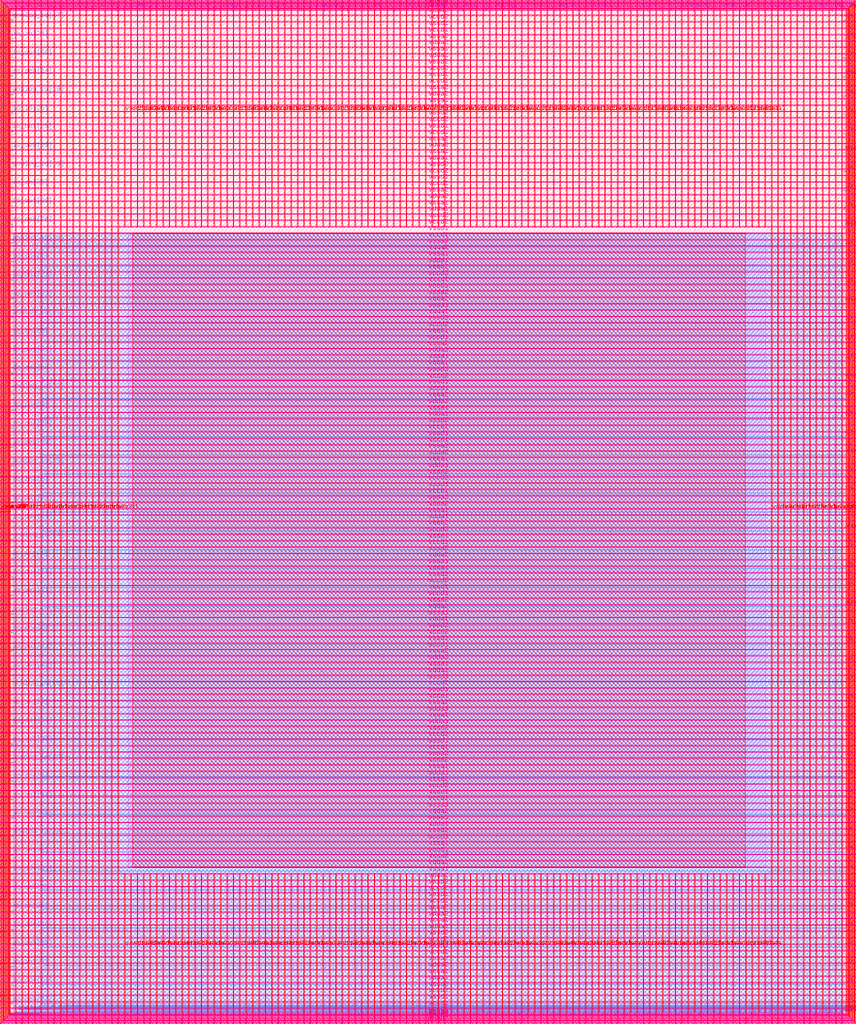
<source format=lef>
VERSION 5.7 ;
  NOWIREEXTENSIONATPIN ON ;
  DIVIDERCHAR "/" ;
  BUSBITCHARS "[]" ;
MACRO user_project_wrapper
  CLASS BLOCK ;
  FOREIGN user_project_wrapper ;
  ORIGIN 0.000 0.000 ;
  SIZE 2920.000 BY 3520.000 ;
  PIN analog_io[0]
    DIRECTION INOUT ;
    USE SIGNAL ;
    PORT
      LAYER met3 ;
        RECT 2917.600 1426.380 2924.800 1427.580 ;
    END
  END analog_io[0]
  PIN analog_io[10]
    DIRECTION INOUT ;
    USE SIGNAL ;
    PORT
      LAYER met2 ;
        RECT 2230.490 3517.600 2231.050 3524.800 ;
    END
  END analog_io[10]
  PIN analog_io[11]
    DIRECTION INOUT ;
    USE SIGNAL ;
    PORT
      LAYER met2 ;
        RECT 1905.730 3517.600 1906.290 3524.800 ;
    END
  END analog_io[11]
  PIN analog_io[12]
    DIRECTION INOUT ;
    USE SIGNAL ;
    PORT
      LAYER met2 ;
        RECT 1581.430 3517.600 1581.990 3524.800 ;
    END
  END analog_io[12]
  PIN analog_io[13]
    DIRECTION INOUT ;
    USE SIGNAL ;
    PORT
      LAYER met2 ;
        RECT 1257.130 3517.600 1257.690 3524.800 ;
    END
  END analog_io[13]
  PIN analog_io[14]
    DIRECTION INOUT ;
    USE SIGNAL ;
    PORT
      LAYER met2 ;
        RECT 932.370 3517.600 932.930 3524.800 ;
    END
  END analog_io[14]
  PIN analog_io[15]
    DIRECTION INOUT ;
    USE SIGNAL ;
    PORT
      LAYER met2 ;
        RECT 608.070 3517.600 608.630 3524.800 ;
    END
  END analog_io[15]
  PIN analog_io[16]
    DIRECTION INOUT ;
    USE SIGNAL ;
    PORT
      LAYER met2 ;
        RECT 283.770 3517.600 284.330 3524.800 ;
    END
  END analog_io[16]
  PIN analog_io[17]
    DIRECTION INOUT ;
    USE SIGNAL ;
    PORT
      LAYER met3 ;
        RECT -4.800 3486.100 2.400 3487.300 ;
    END
  END analog_io[17]
  PIN analog_io[18]
    DIRECTION INOUT ;
    USE SIGNAL ;
    PORT
      LAYER met3 ;
        RECT -4.800 3224.980 2.400 3226.180 ;
    END
  END analog_io[18]
  PIN analog_io[19]
    DIRECTION INOUT ;
    USE SIGNAL ;
    PORT
      LAYER met3 ;
        RECT -4.800 2964.540 2.400 2965.740 ;
    END
  END analog_io[19]
  PIN analog_io[1]
    DIRECTION INOUT ;
    USE SIGNAL ;
    PORT
      LAYER met3 ;
        RECT 2917.600 1692.260 2924.800 1693.460 ;
    END
  END analog_io[1]
  PIN analog_io[20]
    DIRECTION INOUT ;
    USE SIGNAL ;
    PORT
      LAYER met3 ;
        RECT -4.800 2703.420 2.400 2704.620 ;
    END
  END analog_io[20]
  PIN analog_io[21]
    DIRECTION INOUT ;
    USE SIGNAL ;
    PORT
      LAYER met3 ;
        RECT -4.800 2442.980 2.400 2444.180 ;
    END
  END analog_io[21]
  PIN analog_io[22]
    DIRECTION INOUT ;
    USE SIGNAL ;
    PORT
      LAYER met3 ;
        RECT -4.800 2182.540 2.400 2183.740 ;
    END
  END analog_io[22]
  PIN analog_io[23]
    DIRECTION INOUT ;
    USE SIGNAL ;
    PORT
      LAYER met3 ;
        RECT -4.800 1921.420 2.400 1922.620 ;
    END
  END analog_io[23]
  PIN analog_io[24]
    DIRECTION INOUT ;
    USE SIGNAL ;
    PORT
      LAYER met3 ;
        RECT -4.800 1660.980 2.400 1662.180 ;
    END
  END analog_io[24]
  PIN analog_io[25]
    DIRECTION INOUT ;
    USE SIGNAL ;
    PORT
      LAYER met3 ;
        RECT -4.800 1399.860 2.400 1401.060 ;
    END
  END analog_io[25]
  PIN analog_io[26]
    DIRECTION INOUT ;
    USE SIGNAL ;
    PORT
      LAYER met3 ;
        RECT -4.800 1139.420 2.400 1140.620 ;
    END
  END analog_io[26]
  PIN analog_io[27]
    DIRECTION INOUT ;
    USE SIGNAL ;
    PORT
      LAYER met3 ;
        RECT -4.800 878.980 2.400 880.180 ;
    END
  END analog_io[27]
  PIN analog_io[28]
    DIRECTION INOUT ;
    USE SIGNAL ;
    PORT
      LAYER met3 ;
        RECT -4.800 617.860 2.400 619.060 ;
    END
  END analog_io[28]
  PIN analog_io[2]
    DIRECTION INOUT ;
    USE SIGNAL ;
    PORT
      LAYER met3 ;
        RECT 2917.600 1958.140 2924.800 1959.340 ;
    END
  END analog_io[2]
  PIN analog_io[3]
    DIRECTION INOUT ;
    USE SIGNAL ;
    PORT
      LAYER met3 ;
        RECT 2917.600 2223.340 2924.800 2224.540 ;
    END
  END analog_io[3]
  PIN analog_io[4]
    DIRECTION INOUT ;
    USE SIGNAL ;
    PORT
      LAYER met3 ;
        RECT 2917.600 2489.220 2924.800 2490.420 ;
    END
  END analog_io[4]
  PIN analog_io[5]
    DIRECTION INOUT ;
    USE SIGNAL ;
    PORT
      LAYER met3 ;
        RECT 2917.600 2755.100 2924.800 2756.300 ;
    END
  END analog_io[5]
  PIN analog_io[6]
    DIRECTION INOUT ;
    USE SIGNAL ;
    PORT
      LAYER met3 ;
        RECT 2917.600 3020.300 2924.800 3021.500 ;
    END
  END analog_io[6]
  PIN analog_io[7]
    DIRECTION INOUT ;
    USE SIGNAL ;
    PORT
      LAYER met3 ;
        RECT 2917.600 3286.180 2924.800 3287.380 ;
    END
  END analog_io[7]
  PIN analog_io[8]
    DIRECTION INOUT ;
    USE SIGNAL ;
    PORT
      LAYER met2 ;
        RECT 2879.090 3517.600 2879.650 3524.800 ;
    END
  END analog_io[8]
  PIN analog_io[9]
    DIRECTION INOUT ;
    USE SIGNAL ;
    PORT
      LAYER met2 ;
        RECT 2554.790 3517.600 2555.350 3524.800 ;
    END
  END analog_io[9]
  PIN io_in[0]
    DIRECTION INPUT ;
    USE SIGNAL ;
    PORT
      LAYER met3 ;
        RECT 2917.600 32.380 2924.800 33.580 ;
    END
  END io_in[0]
  PIN io_in[10]
    DIRECTION INPUT ;
    USE SIGNAL ;
    PORT
      LAYER met3 ;
        RECT 2917.600 2289.980 2924.800 2291.180 ;
    END
  END io_in[10]
  PIN io_in[11]
    DIRECTION INPUT ;
    USE SIGNAL ;
    PORT
      LAYER met3 ;
        RECT 2917.600 2555.860 2924.800 2557.060 ;
    END
  END io_in[11]
  PIN io_in[12]
    DIRECTION INPUT ;
    USE SIGNAL ;
    PORT
      LAYER met3 ;
        RECT 2917.600 2821.060 2924.800 2822.260 ;
    END
  END io_in[12]
  PIN io_in[13]
    DIRECTION INPUT ;
    USE SIGNAL ;
    PORT
      LAYER met3 ;
        RECT 2917.600 3086.940 2924.800 3088.140 ;
    END
  END io_in[13]
  PIN io_in[14]
    DIRECTION INPUT ;
    USE SIGNAL ;
    PORT
      LAYER met3 ;
        RECT 2917.600 3352.820 2924.800 3354.020 ;
    END
  END io_in[14]
  PIN io_in[15]
    DIRECTION INPUT ;
    USE SIGNAL ;
    PORT
      LAYER met2 ;
        RECT 2798.130 3517.600 2798.690 3524.800 ;
    END
  END io_in[15]
  PIN io_in[16]
    DIRECTION INPUT ;
    USE SIGNAL ;
    PORT
      LAYER met2 ;
        RECT 2473.830 3517.600 2474.390 3524.800 ;
    END
  END io_in[16]
  PIN io_in[17]
    DIRECTION INPUT ;
    USE SIGNAL ;
    PORT
      LAYER met2 ;
        RECT 2149.070 3517.600 2149.630 3524.800 ;
    END
  END io_in[17]
  PIN io_in[18]
    DIRECTION INPUT ;
    USE SIGNAL ;
    PORT
      LAYER met2 ;
        RECT 1824.770 3517.600 1825.330 3524.800 ;
    END
  END io_in[18]
  PIN io_in[19]
    DIRECTION INPUT ;
    USE SIGNAL ;
    PORT
      LAYER met2 ;
        RECT 1500.470 3517.600 1501.030 3524.800 ;
    END
  END io_in[19]
  PIN io_in[1]
    DIRECTION INPUT ;
    USE SIGNAL ;
    PORT
      LAYER met3 ;
        RECT 2917.600 230.940 2924.800 232.140 ;
    END
  END io_in[1]
  PIN io_in[20]
    DIRECTION INPUT ;
    USE SIGNAL ;
    PORT
      LAYER met2 ;
        RECT 1175.710 3517.600 1176.270 3524.800 ;
    END
  END io_in[20]
  PIN io_in[21]
    DIRECTION INPUT ;
    USE SIGNAL ;
    PORT
      LAYER met2 ;
        RECT 851.410 3517.600 851.970 3524.800 ;
    END
  END io_in[21]
  PIN io_in[22]
    DIRECTION INPUT ;
    USE SIGNAL ;
    PORT
      LAYER met2 ;
        RECT 527.110 3517.600 527.670 3524.800 ;
    END
  END io_in[22]
  PIN io_in[23]
    DIRECTION INPUT ;
    USE SIGNAL ;
    PORT
      LAYER met2 ;
        RECT 202.350 3517.600 202.910 3524.800 ;
    END
  END io_in[23]
  PIN io_in[24]
    DIRECTION INPUT ;
    USE SIGNAL ;
    PORT
      LAYER met3 ;
        RECT -4.800 3420.820 2.400 3422.020 ;
    END
  END io_in[24]
  PIN io_in[25]
    DIRECTION INPUT ;
    USE SIGNAL ;
    PORT
      LAYER met3 ;
        RECT -4.800 3159.700 2.400 3160.900 ;
    END
  END io_in[25]
  PIN io_in[26]
    DIRECTION INPUT ;
    USE SIGNAL ;
    PORT
      LAYER met3 ;
        RECT -4.800 2899.260 2.400 2900.460 ;
    END
  END io_in[26]
  PIN io_in[27]
    DIRECTION INPUT ;
    USE SIGNAL ;
    PORT
      LAYER met3 ;
        RECT -4.800 2638.820 2.400 2640.020 ;
    END
  END io_in[27]
  PIN io_in[28]
    DIRECTION INPUT ;
    USE SIGNAL ;
    PORT
      LAYER met3 ;
        RECT -4.800 2377.700 2.400 2378.900 ;
    END
  END io_in[28]
  PIN io_in[29]
    DIRECTION INPUT ;
    USE SIGNAL ;
    PORT
      LAYER met3 ;
        RECT -4.800 2117.260 2.400 2118.460 ;
    END
  END io_in[29]
  PIN io_in[2]
    DIRECTION INPUT ;
    USE SIGNAL ;
    PORT
      LAYER met3 ;
        RECT 2917.600 430.180 2924.800 431.380 ;
    END
  END io_in[2]
  PIN io_in[30]
    DIRECTION INPUT ;
    USE SIGNAL ;
    PORT
      LAYER met3 ;
        RECT -4.800 1856.140 2.400 1857.340 ;
    END
  END io_in[30]
  PIN io_in[31]
    DIRECTION INPUT ;
    USE SIGNAL ;
    PORT
      LAYER met3 ;
        RECT -4.800 1595.700 2.400 1596.900 ;
    END
  END io_in[31]
  PIN io_in[32]
    DIRECTION INPUT ;
    USE SIGNAL ;
    PORT
      LAYER met3 ;
        RECT -4.800 1335.260 2.400 1336.460 ;
    END
  END io_in[32]
  PIN io_in[33]
    DIRECTION INPUT ;
    USE SIGNAL ;
    PORT
      LAYER met3 ;
        RECT -4.800 1074.140 2.400 1075.340 ;
    END
  END io_in[33]
  PIN io_in[34]
    DIRECTION INPUT ;
    USE SIGNAL ;
    PORT
      LAYER met3 ;
        RECT -4.800 813.700 2.400 814.900 ;
    END
  END io_in[34]
  PIN io_in[35]
    DIRECTION INPUT ;
    USE SIGNAL ;
    PORT
      LAYER met3 ;
        RECT -4.800 552.580 2.400 553.780 ;
    END
  END io_in[35]
  PIN io_in[36]
    DIRECTION INPUT ;
    USE SIGNAL ;
    PORT
      LAYER met3 ;
        RECT -4.800 357.420 2.400 358.620 ;
    END
  END io_in[36]
  PIN io_in[37]
    DIRECTION INPUT ;
    USE SIGNAL ;
    PORT
      LAYER met3 ;
        RECT -4.800 161.580 2.400 162.780 ;
    END
  END io_in[37]
  PIN io_in[3]
    DIRECTION INPUT ;
    USE SIGNAL ;
    PORT
      LAYER met3 ;
        RECT 2917.600 629.420 2924.800 630.620 ;
    END
  END io_in[3]
  PIN io_in[4]
    DIRECTION INPUT ;
    USE SIGNAL ;
    PORT
      LAYER met3 ;
        RECT 2917.600 828.660 2924.800 829.860 ;
    END
  END io_in[4]
  PIN io_in[5]
    DIRECTION INPUT ;
    USE SIGNAL ;
    PORT
      LAYER met3 ;
        RECT 2917.600 1027.900 2924.800 1029.100 ;
    END
  END io_in[5]
  PIN io_in[6]
    DIRECTION INPUT ;
    USE SIGNAL ;
    PORT
      LAYER met3 ;
        RECT 2917.600 1227.140 2924.800 1228.340 ;
    END
  END io_in[6]
  PIN io_in[7]
    DIRECTION INPUT ;
    USE SIGNAL ;
    PORT
      LAYER met3 ;
        RECT 2917.600 1493.020 2924.800 1494.220 ;
    END
  END io_in[7]
  PIN io_in[8]
    DIRECTION INPUT ;
    USE SIGNAL ;
    PORT
      LAYER met3 ;
        RECT 2917.600 1758.900 2924.800 1760.100 ;
    END
  END io_in[8]
  PIN io_in[9]
    DIRECTION INPUT ;
    USE SIGNAL ;
    PORT
      LAYER met3 ;
        RECT 2917.600 2024.100 2924.800 2025.300 ;
    END
  END io_in[9]
  PIN io_oeb[0]
    DIRECTION OUTPUT TRISTATE ;
    USE SIGNAL ;
    PORT
      LAYER met3 ;
        RECT 2917.600 164.980 2924.800 166.180 ;
    END
  END io_oeb[0]
  PIN io_oeb[10]
    DIRECTION OUTPUT TRISTATE ;
    USE SIGNAL ;
    PORT
      LAYER met3 ;
        RECT 2917.600 2422.580 2924.800 2423.780 ;
    END
  END io_oeb[10]
  PIN io_oeb[11]
    DIRECTION OUTPUT TRISTATE ;
    USE SIGNAL ;
    PORT
      LAYER met3 ;
        RECT 2917.600 2688.460 2924.800 2689.660 ;
    END
  END io_oeb[11]
  PIN io_oeb[12]
    DIRECTION OUTPUT TRISTATE ;
    USE SIGNAL ;
    PORT
      LAYER met3 ;
        RECT 2917.600 2954.340 2924.800 2955.540 ;
    END
  END io_oeb[12]
  PIN io_oeb[13]
    DIRECTION OUTPUT TRISTATE ;
    USE SIGNAL ;
    PORT
      LAYER met3 ;
        RECT 2917.600 3219.540 2924.800 3220.740 ;
    END
  END io_oeb[13]
  PIN io_oeb[14]
    DIRECTION OUTPUT TRISTATE ;
    USE SIGNAL ;
    PORT
      LAYER met3 ;
        RECT 2917.600 3485.420 2924.800 3486.620 ;
    END
  END io_oeb[14]
  PIN io_oeb[15]
    DIRECTION OUTPUT TRISTATE ;
    USE SIGNAL ;
    PORT
      LAYER met2 ;
        RECT 2635.750 3517.600 2636.310 3524.800 ;
    END
  END io_oeb[15]
  PIN io_oeb[16]
    DIRECTION OUTPUT TRISTATE ;
    USE SIGNAL ;
    PORT
      LAYER met2 ;
        RECT 2311.450 3517.600 2312.010 3524.800 ;
    END
  END io_oeb[16]
  PIN io_oeb[17]
    DIRECTION OUTPUT TRISTATE ;
    USE SIGNAL ;
    PORT
      LAYER met2 ;
        RECT 1987.150 3517.600 1987.710 3524.800 ;
    END
  END io_oeb[17]
  PIN io_oeb[18]
    DIRECTION OUTPUT TRISTATE ;
    USE SIGNAL ;
    PORT
      LAYER met2 ;
        RECT 1662.390 3517.600 1662.950 3524.800 ;
    END
  END io_oeb[18]
  PIN io_oeb[19]
    DIRECTION OUTPUT TRISTATE ;
    USE SIGNAL ;
    PORT
      LAYER met2 ;
        RECT 1338.090 3517.600 1338.650 3524.800 ;
    END
  END io_oeb[19]
  PIN io_oeb[1]
    DIRECTION OUTPUT TRISTATE ;
    USE SIGNAL ;
    PORT
      LAYER met3 ;
        RECT 2917.600 364.220 2924.800 365.420 ;
    END
  END io_oeb[1]
  PIN io_oeb[20]
    DIRECTION OUTPUT TRISTATE ;
    USE SIGNAL ;
    PORT
      LAYER met2 ;
        RECT 1013.790 3517.600 1014.350 3524.800 ;
    END
  END io_oeb[20]
  PIN io_oeb[21]
    DIRECTION OUTPUT TRISTATE ;
    USE SIGNAL ;
    PORT
      LAYER met2 ;
        RECT 689.030 3517.600 689.590 3524.800 ;
    END
  END io_oeb[21]
  PIN io_oeb[22]
    DIRECTION OUTPUT TRISTATE ;
    USE SIGNAL ;
    PORT
      LAYER met2 ;
        RECT 364.730 3517.600 365.290 3524.800 ;
    END
  END io_oeb[22]
  PIN io_oeb[23]
    DIRECTION OUTPUT TRISTATE ;
    USE SIGNAL ;
    PORT
      LAYER met2 ;
        RECT 40.430 3517.600 40.990 3524.800 ;
    END
  END io_oeb[23]
  PIN io_oeb[24]
    DIRECTION OUTPUT TRISTATE ;
    USE SIGNAL ;
    PORT
      LAYER met3 ;
        RECT -4.800 3290.260 2.400 3291.460 ;
    END
  END io_oeb[24]
  PIN io_oeb[25]
    DIRECTION OUTPUT TRISTATE ;
    USE SIGNAL ;
    PORT
      LAYER met3 ;
        RECT -4.800 3029.820 2.400 3031.020 ;
    END
  END io_oeb[25]
  PIN io_oeb[26]
    DIRECTION OUTPUT TRISTATE ;
    USE SIGNAL ;
    PORT
      LAYER met3 ;
        RECT -4.800 2768.700 2.400 2769.900 ;
    END
  END io_oeb[26]
  PIN io_oeb[27]
    DIRECTION OUTPUT TRISTATE ;
    USE SIGNAL ;
    PORT
      LAYER met3 ;
        RECT -4.800 2508.260 2.400 2509.460 ;
    END
  END io_oeb[27]
  PIN io_oeb[28]
    DIRECTION OUTPUT TRISTATE ;
    USE SIGNAL ;
    PORT
      LAYER met3 ;
        RECT -4.800 2247.140 2.400 2248.340 ;
    END
  END io_oeb[28]
  PIN io_oeb[29]
    DIRECTION OUTPUT TRISTATE ;
    USE SIGNAL ;
    PORT
      LAYER met3 ;
        RECT -4.800 1986.700 2.400 1987.900 ;
    END
  END io_oeb[29]
  PIN io_oeb[2]
    DIRECTION OUTPUT TRISTATE ;
    USE SIGNAL ;
    PORT
      LAYER met3 ;
        RECT 2917.600 563.460 2924.800 564.660 ;
    END
  END io_oeb[2]
  PIN io_oeb[30]
    DIRECTION OUTPUT TRISTATE ;
    USE SIGNAL ;
    PORT
      LAYER met3 ;
        RECT -4.800 1726.260 2.400 1727.460 ;
    END
  END io_oeb[30]
  PIN io_oeb[31]
    DIRECTION OUTPUT TRISTATE ;
    USE SIGNAL ;
    PORT
      LAYER met3 ;
        RECT -4.800 1465.140 2.400 1466.340 ;
    END
  END io_oeb[31]
  PIN io_oeb[32]
    DIRECTION OUTPUT TRISTATE ;
    USE SIGNAL ;
    PORT
      LAYER met3 ;
        RECT -4.800 1204.700 2.400 1205.900 ;
    END
  END io_oeb[32]
  PIN io_oeb[33]
    DIRECTION OUTPUT TRISTATE ;
    USE SIGNAL ;
    PORT
      LAYER met3 ;
        RECT -4.800 943.580 2.400 944.780 ;
    END
  END io_oeb[33]
  PIN io_oeb[34]
    DIRECTION OUTPUT TRISTATE ;
    USE SIGNAL ;
    PORT
      LAYER met3 ;
        RECT -4.800 683.140 2.400 684.340 ;
    END
  END io_oeb[34]
  PIN io_oeb[35]
    DIRECTION OUTPUT TRISTATE ;
    USE SIGNAL ;
    PORT
      LAYER met3 ;
        RECT -4.800 422.700 2.400 423.900 ;
    END
  END io_oeb[35]
  PIN io_oeb[36]
    DIRECTION OUTPUT TRISTATE ;
    USE SIGNAL ;
    PORT
      LAYER met3 ;
        RECT -4.800 226.860 2.400 228.060 ;
    END
  END io_oeb[36]
  PIN io_oeb[37]
    DIRECTION OUTPUT TRISTATE ;
    USE SIGNAL ;
    PORT
      LAYER met3 ;
        RECT -4.800 31.700 2.400 32.900 ;
    END
  END io_oeb[37]
  PIN io_oeb[3]
    DIRECTION OUTPUT TRISTATE ;
    USE SIGNAL ;
    PORT
      LAYER met3 ;
        RECT 2917.600 762.700 2924.800 763.900 ;
    END
  END io_oeb[3]
  PIN io_oeb[4]
    DIRECTION OUTPUT TRISTATE ;
    USE SIGNAL ;
    PORT
      LAYER met3 ;
        RECT 2917.600 961.940 2924.800 963.140 ;
    END
  END io_oeb[4]
  PIN io_oeb[5]
    DIRECTION OUTPUT TRISTATE ;
    USE SIGNAL ;
    PORT
      LAYER met3 ;
        RECT 2917.600 1161.180 2924.800 1162.380 ;
    END
  END io_oeb[5]
  PIN io_oeb[6]
    DIRECTION OUTPUT TRISTATE ;
    USE SIGNAL ;
    PORT
      LAYER met3 ;
        RECT 2917.600 1360.420 2924.800 1361.620 ;
    END
  END io_oeb[6]
  PIN io_oeb[7]
    DIRECTION OUTPUT TRISTATE ;
    USE SIGNAL ;
    PORT
      LAYER met3 ;
        RECT 2917.600 1625.620 2924.800 1626.820 ;
    END
  END io_oeb[7]
  PIN io_oeb[8]
    DIRECTION OUTPUT TRISTATE ;
    USE SIGNAL ;
    PORT
      LAYER met3 ;
        RECT 2917.600 1891.500 2924.800 1892.700 ;
    END
  END io_oeb[8]
  PIN io_oeb[9]
    DIRECTION OUTPUT TRISTATE ;
    USE SIGNAL ;
    PORT
      LAYER met3 ;
        RECT 2917.600 2157.380 2924.800 2158.580 ;
    END
  END io_oeb[9]
  PIN io_out[0]
    DIRECTION OUTPUT TRISTATE ;
    USE SIGNAL ;
    PORT
      LAYER met3 ;
        RECT 2917.600 98.340 2924.800 99.540 ;
    END
  END io_out[0]
  PIN io_out[10]
    DIRECTION OUTPUT TRISTATE ;
    USE SIGNAL ;
    PORT
      LAYER met3 ;
        RECT 2917.600 2356.620 2924.800 2357.820 ;
    END
  END io_out[10]
  PIN io_out[11]
    DIRECTION OUTPUT TRISTATE ;
    USE SIGNAL ;
    PORT
      LAYER met3 ;
        RECT 2917.600 2621.820 2924.800 2623.020 ;
    END
  END io_out[11]
  PIN io_out[12]
    DIRECTION OUTPUT TRISTATE ;
    USE SIGNAL ;
    PORT
      LAYER met3 ;
        RECT 2917.600 2887.700 2924.800 2888.900 ;
    END
  END io_out[12]
  PIN io_out[13]
    DIRECTION OUTPUT TRISTATE ;
    USE SIGNAL ;
    PORT
      LAYER met3 ;
        RECT 2917.600 3153.580 2924.800 3154.780 ;
    END
  END io_out[13]
  PIN io_out[14]
    DIRECTION OUTPUT TRISTATE ;
    USE SIGNAL ;
    PORT
      LAYER met3 ;
        RECT 2917.600 3418.780 2924.800 3419.980 ;
    END
  END io_out[14]
  PIN io_out[15]
    DIRECTION OUTPUT TRISTATE ;
    USE SIGNAL ;
    PORT
      LAYER met2 ;
        RECT 2717.170 3517.600 2717.730 3524.800 ;
    END
  END io_out[15]
  PIN io_out[16]
    DIRECTION OUTPUT TRISTATE ;
    USE SIGNAL ;
    PORT
      LAYER met2 ;
        RECT 2392.410 3517.600 2392.970 3524.800 ;
    END
  END io_out[16]
  PIN io_out[17]
    DIRECTION OUTPUT TRISTATE ;
    USE SIGNAL ;
    PORT
      LAYER met2 ;
        RECT 2068.110 3517.600 2068.670 3524.800 ;
    END
  END io_out[17]
  PIN io_out[18]
    DIRECTION OUTPUT TRISTATE ;
    USE SIGNAL ;
    PORT
      LAYER met2 ;
        RECT 1743.810 3517.600 1744.370 3524.800 ;
    END
  END io_out[18]
  PIN io_out[19]
    DIRECTION OUTPUT TRISTATE ;
    USE SIGNAL ;
    PORT
      LAYER met2 ;
        RECT 1419.050 3517.600 1419.610 3524.800 ;
    END
  END io_out[19]
  PIN io_out[1]
    DIRECTION OUTPUT TRISTATE ;
    USE SIGNAL ;
    PORT
      LAYER met3 ;
        RECT 2917.600 297.580 2924.800 298.780 ;
    END
  END io_out[1]
  PIN io_out[20]
    DIRECTION OUTPUT TRISTATE ;
    USE SIGNAL ;
    PORT
      LAYER met2 ;
        RECT 1094.750 3517.600 1095.310 3524.800 ;
    END
  END io_out[20]
  PIN io_out[21]
    DIRECTION OUTPUT TRISTATE ;
    USE SIGNAL ;
    PORT
      LAYER met2 ;
        RECT 770.450 3517.600 771.010 3524.800 ;
    END
  END io_out[21]
  PIN io_out[22]
    DIRECTION OUTPUT TRISTATE ;
    USE SIGNAL ;
    PORT
      LAYER met2 ;
        RECT 445.690 3517.600 446.250 3524.800 ;
    END
  END io_out[22]
  PIN io_out[23]
    DIRECTION OUTPUT TRISTATE ;
    USE SIGNAL ;
    PORT
      LAYER met2 ;
        RECT 121.390 3517.600 121.950 3524.800 ;
    END
  END io_out[23]
  PIN io_out[24]
    DIRECTION OUTPUT TRISTATE ;
    USE SIGNAL ;
    PORT
      LAYER met3 ;
        RECT -4.800 3355.540 2.400 3356.740 ;
    END
  END io_out[24]
  PIN io_out[25]
    DIRECTION OUTPUT TRISTATE ;
    USE SIGNAL ;
    PORT
      LAYER met3 ;
        RECT -4.800 3095.100 2.400 3096.300 ;
    END
  END io_out[25]
  PIN io_out[26]
    DIRECTION OUTPUT TRISTATE ;
    USE SIGNAL ;
    PORT
      LAYER met3 ;
        RECT -4.800 2833.980 2.400 2835.180 ;
    END
  END io_out[26]
  PIN io_out[27]
    DIRECTION OUTPUT TRISTATE ;
    USE SIGNAL ;
    PORT
      LAYER met3 ;
        RECT -4.800 2573.540 2.400 2574.740 ;
    END
  END io_out[27]
  PIN io_out[28]
    DIRECTION OUTPUT TRISTATE ;
    USE SIGNAL ;
    PORT
      LAYER met3 ;
        RECT -4.800 2312.420 2.400 2313.620 ;
    END
  END io_out[28]
  PIN io_out[29]
    DIRECTION OUTPUT TRISTATE ;
    USE SIGNAL ;
    PORT
      LAYER met3 ;
        RECT -4.800 2051.980 2.400 2053.180 ;
    END
  END io_out[29]
  PIN io_out[2]
    DIRECTION OUTPUT TRISTATE ;
    USE SIGNAL ;
    PORT
      LAYER met3 ;
        RECT 2917.600 496.820 2924.800 498.020 ;
    END
  END io_out[2]
  PIN io_out[30]
    DIRECTION OUTPUT TRISTATE ;
    USE SIGNAL ;
    PORT
      LAYER met3 ;
        RECT -4.800 1791.540 2.400 1792.740 ;
    END
  END io_out[30]
  PIN io_out[31]
    DIRECTION OUTPUT TRISTATE ;
    USE SIGNAL ;
    PORT
      LAYER met3 ;
        RECT -4.800 1530.420 2.400 1531.620 ;
    END
  END io_out[31]
  PIN io_out[32]
    DIRECTION OUTPUT TRISTATE ;
    USE SIGNAL ;
    PORT
      LAYER met3 ;
        RECT -4.800 1269.980 2.400 1271.180 ;
    END
  END io_out[32]
  PIN io_out[33]
    DIRECTION OUTPUT TRISTATE ;
    USE SIGNAL ;
    PORT
      LAYER met3 ;
        RECT -4.800 1008.860 2.400 1010.060 ;
    END
  END io_out[33]
  PIN io_out[34]
    DIRECTION OUTPUT TRISTATE ;
    USE SIGNAL ;
    PORT
      LAYER met3 ;
        RECT -4.800 748.420 2.400 749.620 ;
    END
  END io_out[34]
  PIN io_out[35]
    DIRECTION OUTPUT TRISTATE ;
    USE SIGNAL ;
    PORT
      LAYER met3 ;
        RECT -4.800 487.300 2.400 488.500 ;
    END
  END io_out[35]
  PIN io_out[36]
    DIRECTION OUTPUT TRISTATE ;
    USE SIGNAL ;
    PORT
      LAYER met3 ;
        RECT -4.800 292.140 2.400 293.340 ;
    END
  END io_out[36]
  PIN io_out[37]
    DIRECTION OUTPUT TRISTATE ;
    USE SIGNAL ;
    PORT
      LAYER met3 ;
        RECT -4.800 96.300 2.400 97.500 ;
    END
  END io_out[37]
  PIN io_out[3]
    DIRECTION OUTPUT TRISTATE ;
    USE SIGNAL ;
    PORT
      LAYER met3 ;
        RECT 2917.600 696.060 2924.800 697.260 ;
    END
  END io_out[3]
  PIN io_out[4]
    DIRECTION OUTPUT TRISTATE ;
    USE SIGNAL ;
    PORT
      LAYER met3 ;
        RECT 2917.600 895.300 2924.800 896.500 ;
    END
  END io_out[4]
  PIN io_out[5]
    DIRECTION OUTPUT TRISTATE ;
    USE SIGNAL ;
    PORT
      LAYER met3 ;
        RECT 2917.600 1094.540 2924.800 1095.740 ;
    END
  END io_out[5]
  PIN io_out[6]
    DIRECTION OUTPUT TRISTATE ;
    USE SIGNAL ;
    PORT
      LAYER met3 ;
        RECT 2917.600 1293.780 2924.800 1294.980 ;
    END
  END io_out[6]
  PIN io_out[7]
    DIRECTION OUTPUT TRISTATE ;
    USE SIGNAL ;
    PORT
      LAYER met3 ;
        RECT 2917.600 1559.660 2924.800 1560.860 ;
    END
  END io_out[7]
  PIN io_out[8]
    DIRECTION OUTPUT TRISTATE ;
    USE SIGNAL ;
    PORT
      LAYER met3 ;
        RECT 2917.600 1824.860 2924.800 1826.060 ;
    END
  END io_out[8]
  PIN io_out[9]
    DIRECTION OUTPUT TRISTATE ;
    USE SIGNAL ;
    PORT
      LAYER met3 ;
        RECT 2917.600 2090.740 2924.800 2091.940 ;
    END
  END io_out[9]
  PIN la_data_in[0]
    DIRECTION INPUT ;
    USE SIGNAL ;
    PORT
      LAYER met2 ;
        RECT 629.230 -4.800 629.790 2.400 ;
    END
  END la_data_in[0]
  PIN la_data_in[100]
    DIRECTION INPUT ;
    USE SIGNAL ;
    PORT
      LAYER met2 ;
        RECT 2402.530 -4.800 2403.090 2.400 ;
    END
  END la_data_in[100]
  PIN la_data_in[101]
    DIRECTION INPUT ;
    USE SIGNAL ;
    PORT
      LAYER met2 ;
        RECT 2420.010 -4.800 2420.570 2.400 ;
    END
  END la_data_in[101]
  PIN la_data_in[102]
    DIRECTION INPUT ;
    USE SIGNAL ;
    PORT
      LAYER met2 ;
        RECT 2437.950 -4.800 2438.510 2.400 ;
    END
  END la_data_in[102]
  PIN la_data_in[103]
    DIRECTION INPUT ;
    USE SIGNAL ;
    PORT
      LAYER met2 ;
        RECT 2455.430 -4.800 2455.990 2.400 ;
    END
  END la_data_in[103]
  PIN la_data_in[104]
    DIRECTION INPUT ;
    USE SIGNAL ;
    PORT
      LAYER met2 ;
        RECT 2473.370 -4.800 2473.930 2.400 ;
    END
  END la_data_in[104]
  PIN la_data_in[105]
    DIRECTION INPUT ;
    USE SIGNAL ;
    PORT
      LAYER met2 ;
        RECT 2490.850 -4.800 2491.410 2.400 ;
    END
  END la_data_in[105]
  PIN la_data_in[106]
    DIRECTION INPUT ;
    USE SIGNAL ;
    PORT
      LAYER met2 ;
        RECT 2508.790 -4.800 2509.350 2.400 ;
    END
  END la_data_in[106]
  PIN la_data_in[107]
    DIRECTION INPUT ;
    USE SIGNAL ;
    PORT
      LAYER met2 ;
        RECT 2526.730 -4.800 2527.290 2.400 ;
    END
  END la_data_in[107]
  PIN la_data_in[108]
    DIRECTION INPUT ;
    USE SIGNAL ;
    PORT
      LAYER met2 ;
        RECT 2544.210 -4.800 2544.770 2.400 ;
    END
  END la_data_in[108]
  PIN la_data_in[109]
    DIRECTION INPUT ;
    USE SIGNAL ;
    PORT
      LAYER met2 ;
        RECT 2562.150 -4.800 2562.710 2.400 ;
    END
  END la_data_in[109]
  PIN la_data_in[10]
    DIRECTION INPUT ;
    USE SIGNAL ;
    PORT
      LAYER met2 ;
        RECT 806.330 -4.800 806.890 2.400 ;
    END
  END la_data_in[10]
  PIN la_data_in[110]
    DIRECTION INPUT ;
    USE SIGNAL ;
    PORT
      LAYER met2 ;
        RECT 2579.630 -4.800 2580.190 2.400 ;
    END
  END la_data_in[110]
  PIN la_data_in[111]
    DIRECTION INPUT ;
    USE SIGNAL ;
    PORT
      LAYER met2 ;
        RECT 2597.570 -4.800 2598.130 2.400 ;
    END
  END la_data_in[111]
  PIN la_data_in[112]
    DIRECTION INPUT ;
    USE SIGNAL ;
    PORT
      LAYER met2 ;
        RECT 2615.050 -4.800 2615.610 2.400 ;
    END
  END la_data_in[112]
  PIN la_data_in[113]
    DIRECTION INPUT ;
    USE SIGNAL ;
    PORT
      LAYER met2 ;
        RECT 2632.990 -4.800 2633.550 2.400 ;
    END
  END la_data_in[113]
  PIN la_data_in[114]
    DIRECTION INPUT ;
    USE SIGNAL ;
    PORT
      LAYER met2 ;
        RECT 2650.470 -4.800 2651.030 2.400 ;
    END
  END la_data_in[114]
  PIN la_data_in[115]
    DIRECTION INPUT ;
    USE SIGNAL ;
    PORT
      LAYER met2 ;
        RECT 2668.410 -4.800 2668.970 2.400 ;
    END
  END la_data_in[115]
  PIN la_data_in[116]
    DIRECTION INPUT ;
    USE SIGNAL ;
    PORT
      LAYER met2 ;
        RECT 2685.890 -4.800 2686.450 2.400 ;
    END
  END la_data_in[116]
  PIN la_data_in[117]
    DIRECTION INPUT ;
    USE SIGNAL ;
    PORT
      LAYER met2 ;
        RECT 2703.830 -4.800 2704.390 2.400 ;
    END
  END la_data_in[117]
  PIN la_data_in[118]
    DIRECTION INPUT ;
    USE SIGNAL ;
    PORT
      LAYER met2 ;
        RECT 2721.770 -4.800 2722.330 2.400 ;
    END
  END la_data_in[118]
  PIN la_data_in[119]
    DIRECTION INPUT ;
    USE SIGNAL ;
    PORT
      LAYER met2 ;
        RECT 2739.250 -4.800 2739.810 2.400 ;
    END
  END la_data_in[119]
  PIN la_data_in[11]
    DIRECTION INPUT ;
    USE SIGNAL ;
    PORT
      LAYER met2 ;
        RECT 824.270 -4.800 824.830 2.400 ;
    END
  END la_data_in[11]
  PIN la_data_in[120]
    DIRECTION INPUT ;
    USE SIGNAL ;
    PORT
      LAYER met2 ;
        RECT 2757.190 -4.800 2757.750 2.400 ;
    END
  END la_data_in[120]
  PIN la_data_in[121]
    DIRECTION INPUT ;
    USE SIGNAL ;
    PORT
      LAYER met2 ;
        RECT 2774.670 -4.800 2775.230 2.400 ;
    END
  END la_data_in[121]
  PIN la_data_in[122]
    DIRECTION INPUT ;
    USE SIGNAL ;
    PORT
      LAYER met2 ;
        RECT 2792.610 -4.800 2793.170 2.400 ;
    END
  END la_data_in[122]
  PIN la_data_in[123]
    DIRECTION INPUT ;
    USE SIGNAL ;
    PORT
      LAYER met2 ;
        RECT 2810.090 -4.800 2810.650 2.400 ;
    END
  END la_data_in[123]
  PIN la_data_in[124]
    DIRECTION INPUT ;
    USE SIGNAL ;
    PORT
      LAYER met2 ;
        RECT 2828.030 -4.800 2828.590 2.400 ;
    END
  END la_data_in[124]
  PIN la_data_in[125]
    DIRECTION INPUT ;
    USE SIGNAL ;
    PORT
      LAYER met2 ;
        RECT 2845.510 -4.800 2846.070 2.400 ;
    END
  END la_data_in[125]
  PIN la_data_in[126]
    DIRECTION INPUT ;
    USE SIGNAL ;
    PORT
      LAYER met2 ;
        RECT 2863.450 -4.800 2864.010 2.400 ;
    END
  END la_data_in[126]
  PIN la_data_in[127]
    DIRECTION INPUT ;
    USE SIGNAL ;
    PORT
      LAYER met2 ;
        RECT 2881.390 -4.800 2881.950 2.400 ;
    END
  END la_data_in[127]
  PIN la_data_in[12]
    DIRECTION INPUT ;
    USE SIGNAL ;
    PORT
      LAYER met2 ;
        RECT 841.750 -4.800 842.310 2.400 ;
    END
  END la_data_in[12]
  PIN la_data_in[13]
    DIRECTION INPUT ;
    USE SIGNAL ;
    PORT
      LAYER met2 ;
        RECT 859.690 -4.800 860.250 2.400 ;
    END
  END la_data_in[13]
  PIN la_data_in[14]
    DIRECTION INPUT ;
    USE SIGNAL ;
    PORT
      LAYER met2 ;
        RECT 877.170 -4.800 877.730 2.400 ;
    END
  END la_data_in[14]
  PIN la_data_in[15]
    DIRECTION INPUT ;
    USE SIGNAL ;
    PORT
      LAYER met2 ;
        RECT 895.110 -4.800 895.670 2.400 ;
    END
  END la_data_in[15]
  PIN la_data_in[16]
    DIRECTION INPUT ;
    USE SIGNAL ;
    PORT
      LAYER met2 ;
        RECT 912.590 -4.800 913.150 2.400 ;
    END
  END la_data_in[16]
  PIN la_data_in[17]
    DIRECTION INPUT ;
    USE SIGNAL ;
    PORT
      LAYER met2 ;
        RECT 930.530 -4.800 931.090 2.400 ;
    END
  END la_data_in[17]
  PIN la_data_in[18]
    DIRECTION INPUT ;
    USE SIGNAL ;
    PORT
      LAYER met2 ;
        RECT 948.470 -4.800 949.030 2.400 ;
    END
  END la_data_in[18]
  PIN la_data_in[19]
    DIRECTION INPUT ;
    USE SIGNAL ;
    PORT
      LAYER met2 ;
        RECT 965.950 -4.800 966.510 2.400 ;
    END
  END la_data_in[19]
  PIN la_data_in[1]
    DIRECTION INPUT ;
    USE SIGNAL ;
    PORT
      LAYER met2 ;
        RECT 646.710 -4.800 647.270 2.400 ;
    END
  END la_data_in[1]
  PIN la_data_in[20]
    DIRECTION INPUT ;
    USE SIGNAL ;
    PORT
      LAYER met2 ;
        RECT 983.890 -4.800 984.450 2.400 ;
    END
  END la_data_in[20]
  PIN la_data_in[21]
    DIRECTION INPUT ;
    USE SIGNAL ;
    PORT
      LAYER met2 ;
        RECT 1001.370 -4.800 1001.930 2.400 ;
    END
  END la_data_in[21]
  PIN la_data_in[22]
    DIRECTION INPUT ;
    USE SIGNAL ;
    PORT
      LAYER met2 ;
        RECT 1019.310 -4.800 1019.870 2.400 ;
    END
  END la_data_in[22]
  PIN la_data_in[23]
    DIRECTION INPUT ;
    USE SIGNAL ;
    PORT
      LAYER met2 ;
        RECT 1036.790 -4.800 1037.350 2.400 ;
    END
  END la_data_in[23]
  PIN la_data_in[24]
    DIRECTION INPUT ;
    USE SIGNAL ;
    PORT
      LAYER met2 ;
        RECT 1054.730 -4.800 1055.290 2.400 ;
    END
  END la_data_in[24]
  PIN la_data_in[25]
    DIRECTION INPUT ;
    USE SIGNAL ;
    PORT
      LAYER met2 ;
        RECT 1072.210 -4.800 1072.770 2.400 ;
    END
  END la_data_in[25]
  PIN la_data_in[26]
    DIRECTION INPUT ;
    USE SIGNAL ;
    PORT
      LAYER met2 ;
        RECT 1090.150 -4.800 1090.710 2.400 ;
    END
  END la_data_in[26]
  PIN la_data_in[27]
    DIRECTION INPUT ;
    USE SIGNAL ;
    PORT
      LAYER met2 ;
        RECT 1107.630 -4.800 1108.190 2.400 ;
    END
  END la_data_in[27]
  PIN la_data_in[28]
    DIRECTION INPUT ;
    USE SIGNAL ;
    PORT
      LAYER met2 ;
        RECT 1125.570 -4.800 1126.130 2.400 ;
    END
  END la_data_in[28]
  PIN la_data_in[29]
    DIRECTION INPUT ;
    USE SIGNAL ;
    PORT
      LAYER met2 ;
        RECT 1143.510 -4.800 1144.070 2.400 ;
    END
  END la_data_in[29]
  PIN la_data_in[2]
    DIRECTION INPUT ;
    USE SIGNAL ;
    PORT
      LAYER met2 ;
        RECT 664.650 -4.800 665.210 2.400 ;
    END
  END la_data_in[2]
  PIN la_data_in[30]
    DIRECTION INPUT ;
    USE SIGNAL ;
    PORT
      LAYER met2 ;
        RECT 1160.990 -4.800 1161.550 2.400 ;
    END
  END la_data_in[30]
  PIN la_data_in[31]
    DIRECTION INPUT ;
    USE SIGNAL ;
    PORT
      LAYER met2 ;
        RECT 1178.930 -4.800 1179.490 2.400 ;
    END
  END la_data_in[31]
  PIN la_data_in[32]
    DIRECTION INPUT ;
    USE SIGNAL ;
    PORT
      LAYER met2 ;
        RECT 1196.410 -4.800 1196.970 2.400 ;
    END
  END la_data_in[32]
  PIN la_data_in[33]
    DIRECTION INPUT ;
    USE SIGNAL ;
    PORT
      LAYER met2 ;
        RECT 1214.350 -4.800 1214.910 2.400 ;
    END
  END la_data_in[33]
  PIN la_data_in[34]
    DIRECTION INPUT ;
    USE SIGNAL ;
    PORT
      LAYER met2 ;
        RECT 1231.830 -4.800 1232.390 2.400 ;
    END
  END la_data_in[34]
  PIN la_data_in[35]
    DIRECTION INPUT ;
    USE SIGNAL ;
    PORT
      LAYER met2 ;
        RECT 1249.770 -4.800 1250.330 2.400 ;
    END
  END la_data_in[35]
  PIN la_data_in[36]
    DIRECTION INPUT ;
    USE SIGNAL ;
    PORT
      LAYER met2 ;
        RECT 1267.250 -4.800 1267.810 2.400 ;
    END
  END la_data_in[36]
  PIN la_data_in[37]
    DIRECTION INPUT ;
    USE SIGNAL ;
    PORT
      LAYER met2 ;
        RECT 1285.190 -4.800 1285.750 2.400 ;
    END
  END la_data_in[37]
  PIN la_data_in[38]
    DIRECTION INPUT ;
    USE SIGNAL ;
    PORT
      LAYER met2 ;
        RECT 1303.130 -4.800 1303.690 2.400 ;
    END
  END la_data_in[38]
  PIN la_data_in[39]
    DIRECTION INPUT ;
    USE SIGNAL ;
    PORT
      LAYER met2 ;
        RECT 1320.610 -4.800 1321.170 2.400 ;
    END
  END la_data_in[39]
  PIN la_data_in[3]
    DIRECTION INPUT ;
    USE SIGNAL ;
    PORT
      LAYER met2 ;
        RECT 682.130 -4.800 682.690 2.400 ;
    END
  END la_data_in[3]
  PIN la_data_in[40]
    DIRECTION INPUT ;
    USE SIGNAL ;
    PORT
      LAYER met2 ;
        RECT 1338.550 -4.800 1339.110 2.400 ;
    END
  END la_data_in[40]
  PIN la_data_in[41]
    DIRECTION INPUT ;
    USE SIGNAL ;
    PORT
      LAYER met2 ;
        RECT 1356.030 -4.800 1356.590 2.400 ;
    END
  END la_data_in[41]
  PIN la_data_in[42]
    DIRECTION INPUT ;
    USE SIGNAL ;
    PORT
      LAYER met2 ;
        RECT 1373.970 -4.800 1374.530 2.400 ;
    END
  END la_data_in[42]
  PIN la_data_in[43]
    DIRECTION INPUT ;
    USE SIGNAL ;
    PORT
      LAYER met2 ;
        RECT 1391.450 -4.800 1392.010 2.400 ;
    END
  END la_data_in[43]
  PIN la_data_in[44]
    DIRECTION INPUT ;
    USE SIGNAL ;
    PORT
      LAYER met2 ;
        RECT 1409.390 -4.800 1409.950 2.400 ;
    END
  END la_data_in[44]
  PIN la_data_in[45]
    DIRECTION INPUT ;
    USE SIGNAL ;
    PORT
      LAYER met2 ;
        RECT 1426.870 -4.800 1427.430 2.400 ;
    END
  END la_data_in[45]
  PIN la_data_in[46]
    DIRECTION INPUT ;
    USE SIGNAL ;
    PORT
      LAYER met2 ;
        RECT 1444.810 -4.800 1445.370 2.400 ;
    END
  END la_data_in[46]
  PIN la_data_in[47]
    DIRECTION INPUT ;
    USE SIGNAL ;
    PORT
      LAYER met2 ;
        RECT 1462.750 -4.800 1463.310 2.400 ;
    END
  END la_data_in[47]
  PIN la_data_in[48]
    DIRECTION INPUT ;
    USE SIGNAL ;
    PORT
      LAYER met2 ;
        RECT 1480.230 -4.800 1480.790 2.400 ;
    END
  END la_data_in[48]
  PIN la_data_in[49]
    DIRECTION INPUT ;
    USE SIGNAL ;
    PORT
      LAYER met2 ;
        RECT 1498.170 -4.800 1498.730 2.400 ;
    END
  END la_data_in[49]
  PIN la_data_in[4]
    DIRECTION INPUT ;
    USE SIGNAL ;
    PORT
      LAYER met2 ;
        RECT 700.070 -4.800 700.630 2.400 ;
    END
  END la_data_in[4]
  PIN la_data_in[50]
    DIRECTION INPUT ;
    USE SIGNAL ;
    PORT
      LAYER met2 ;
        RECT 1515.650 -4.800 1516.210 2.400 ;
    END
  END la_data_in[50]
  PIN la_data_in[51]
    DIRECTION INPUT ;
    USE SIGNAL ;
    PORT
      LAYER met2 ;
        RECT 1533.590 -4.800 1534.150 2.400 ;
    END
  END la_data_in[51]
  PIN la_data_in[52]
    DIRECTION INPUT ;
    USE SIGNAL ;
    PORT
      LAYER met2 ;
        RECT 1551.070 -4.800 1551.630 2.400 ;
    END
  END la_data_in[52]
  PIN la_data_in[53]
    DIRECTION INPUT ;
    USE SIGNAL ;
    PORT
      LAYER met2 ;
        RECT 1569.010 -4.800 1569.570 2.400 ;
    END
  END la_data_in[53]
  PIN la_data_in[54]
    DIRECTION INPUT ;
    USE SIGNAL ;
    PORT
      LAYER met2 ;
        RECT 1586.490 -4.800 1587.050 2.400 ;
    END
  END la_data_in[54]
  PIN la_data_in[55]
    DIRECTION INPUT ;
    USE SIGNAL ;
    PORT
      LAYER met2 ;
        RECT 1604.430 -4.800 1604.990 2.400 ;
    END
  END la_data_in[55]
  PIN la_data_in[56]
    DIRECTION INPUT ;
    USE SIGNAL ;
    PORT
      LAYER met2 ;
        RECT 1621.910 -4.800 1622.470 2.400 ;
    END
  END la_data_in[56]
  PIN la_data_in[57]
    DIRECTION INPUT ;
    USE SIGNAL ;
    PORT
      LAYER met2 ;
        RECT 1639.850 -4.800 1640.410 2.400 ;
    END
  END la_data_in[57]
  PIN la_data_in[58]
    DIRECTION INPUT ;
    USE SIGNAL ;
    PORT
      LAYER met2 ;
        RECT 1657.790 -4.800 1658.350 2.400 ;
    END
  END la_data_in[58]
  PIN la_data_in[59]
    DIRECTION INPUT ;
    USE SIGNAL ;
    PORT
      LAYER met2 ;
        RECT 1675.270 -4.800 1675.830 2.400 ;
    END
  END la_data_in[59]
  PIN la_data_in[5]
    DIRECTION INPUT ;
    USE SIGNAL ;
    PORT
      LAYER met2 ;
        RECT 717.550 -4.800 718.110 2.400 ;
    END
  END la_data_in[5]
  PIN la_data_in[60]
    DIRECTION INPUT ;
    USE SIGNAL ;
    PORT
      LAYER met2 ;
        RECT 1693.210 -4.800 1693.770 2.400 ;
    END
  END la_data_in[60]
  PIN la_data_in[61]
    DIRECTION INPUT ;
    USE SIGNAL ;
    PORT
      LAYER met2 ;
        RECT 1710.690 -4.800 1711.250 2.400 ;
    END
  END la_data_in[61]
  PIN la_data_in[62]
    DIRECTION INPUT ;
    USE SIGNAL ;
    PORT
      LAYER met2 ;
        RECT 1728.630 -4.800 1729.190 2.400 ;
    END
  END la_data_in[62]
  PIN la_data_in[63]
    DIRECTION INPUT ;
    USE SIGNAL ;
    PORT
      LAYER met2 ;
        RECT 1746.110 -4.800 1746.670 2.400 ;
    END
  END la_data_in[63]
  PIN la_data_in[64]
    DIRECTION INPUT ;
    USE SIGNAL ;
    PORT
      LAYER met2 ;
        RECT 1764.050 -4.800 1764.610 2.400 ;
    END
  END la_data_in[64]
  PIN la_data_in[65]
    DIRECTION INPUT ;
    USE SIGNAL ;
    PORT
      LAYER met2 ;
        RECT 1781.530 -4.800 1782.090 2.400 ;
    END
  END la_data_in[65]
  PIN la_data_in[66]
    DIRECTION INPUT ;
    USE SIGNAL ;
    PORT
      LAYER met2 ;
        RECT 1799.470 -4.800 1800.030 2.400 ;
    END
  END la_data_in[66]
  PIN la_data_in[67]
    DIRECTION INPUT ;
    USE SIGNAL ;
    PORT
      LAYER met2 ;
        RECT 1817.410 -4.800 1817.970 2.400 ;
    END
  END la_data_in[67]
  PIN la_data_in[68]
    DIRECTION INPUT ;
    USE SIGNAL ;
    PORT
      LAYER met2 ;
        RECT 1834.890 -4.800 1835.450 2.400 ;
    END
  END la_data_in[68]
  PIN la_data_in[69]
    DIRECTION INPUT ;
    USE SIGNAL ;
    PORT
      LAYER met2 ;
        RECT 1852.830 -4.800 1853.390 2.400 ;
    END
  END la_data_in[69]
  PIN la_data_in[6]
    DIRECTION INPUT ;
    USE SIGNAL ;
    PORT
      LAYER met2 ;
        RECT 735.490 -4.800 736.050 2.400 ;
    END
  END la_data_in[6]
  PIN la_data_in[70]
    DIRECTION INPUT ;
    USE SIGNAL ;
    PORT
      LAYER met2 ;
        RECT 1870.310 -4.800 1870.870 2.400 ;
    END
  END la_data_in[70]
  PIN la_data_in[71]
    DIRECTION INPUT ;
    USE SIGNAL ;
    PORT
      LAYER met2 ;
        RECT 1888.250 -4.800 1888.810 2.400 ;
    END
  END la_data_in[71]
  PIN la_data_in[72]
    DIRECTION INPUT ;
    USE SIGNAL ;
    PORT
      LAYER met2 ;
        RECT 1905.730 -4.800 1906.290 2.400 ;
    END
  END la_data_in[72]
  PIN la_data_in[73]
    DIRECTION INPUT ;
    USE SIGNAL ;
    PORT
      LAYER met2 ;
        RECT 1923.670 -4.800 1924.230 2.400 ;
    END
  END la_data_in[73]
  PIN la_data_in[74]
    DIRECTION INPUT ;
    USE SIGNAL ;
    PORT
      LAYER met2 ;
        RECT 1941.150 -4.800 1941.710 2.400 ;
    END
  END la_data_in[74]
  PIN la_data_in[75]
    DIRECTION INPUT ;
    USE SIGNAL ;
    PORT
      LAYER met2 ;
        RECT 1959.090 -4.800 1959.650 2.400 ;
    END
  END la_data_in[75]
  PIN la_data_in[76]
    DIRECTION INPUT ;
    USE SIGNAL ;
    PORT
      LAYER met2 ;
        RECT 1976.570 -4.800 1977.130 2.400 ;
    END
  END la_data_in[76]
  PIN la_data_in[77]
    DIRECTION INPUT ;
    USE SIGNAL ;
    PORT
      LAYER met2 ;
        RECT 1994.510 -4.800 1995.070 2.400 ;
    END
  END la_data_in[77]
  PIN la_data_in[78]
    DIRECTION INPUT ;
    USE SIGNAL ;
    PORT
      LAYER met2 ;
        RECT 2012.450 -4.800 2013.010 2.400 ;
    END
  END la_data_in[78]
  PIN la_data_in[79]
    DIRECTION INPUT ;
    USE SIGNAL ;
    PORT
      LAYER met2 ;
        RECT 2029.930 -4.800 2030.490 2.400 ;
    END
  END la_data_in[79]
  PIN la_data_in[7]
    DIRECTION INPUT ;
    USE SIGNAL ;
    PORT
      LAYER met2 ;
        RECT 752.970 -4.800 753.530 2.400 ;
    END
  END la_data_in[7]
  PIN la_data_in[80]
    DIRECTION INPUT ;
    USE SIGNAL ;
    PORT
      LAYER met2 ;
        RECT 2047.870 -4.800 2048.430 2.400 ;
    END
  END la_data_in[80]
  PIN la_data_in[81]
    DIRECTION INPUT ;
    USE SIGNAL ;
    PORT
      LAYER met2 ;
        RECT 2065.350 -4.800 2065.910 2.400 ;
    END
  END la_data_in[81]
  PIN la_data_in[82]
    DIRECTION INPUT ;
    USE SIGNAL ;
    PORT
      LAYER met2 ;
        RECT 2083.290 -4.800 2083.850 2.400 ;
    END
  END la_data_in[82]
  PIN la_data_in[83]
    DIRECTION INPUT ;
    USE SIGNAL ;
    PORT
      LAYER met2 ;
        RECT 2100.770 -4.800 2101.330 2.400 ;
    END
  END la_data_in[83]
  PIN la_data_in[84]
    DIRECTION INPUT ;
    USE SIGNAL ;
    PORT
      LAYER met2 ;
        RECT 2118.710 -4.800 2119.270 2.400 ;
    END
  END la_data_in[84]
  PIN la_data_in[85]
    DIRECTION INPUT ;
    USE SIGNAL ;
    PORT
      LAYER met2 ;
        RECT 2136.190 -4.800 2136.750 2.400 ;
    END
  END la_data_in[85]
  PIN la_data_in[86]
    DIRECTION INPUT ;
    USE SIGNAL ;
    PORT
      LAYER met2 ;
        RECT 2154.130 -4.800 2154.690 2.400 ;
    END
  END la_data_in[86]
  PIN la_data_in[87]
    DIRECTION INPUT ;
    USE SIGNAL ;
    PORT
      LAYER met2 ;
        RECT 2172.070 -4.800 2172.630 2.400 ;
    END
  END la_data_in[87]
  PIN la_data_in[88]
    DIRECTION INPUT ;
    USE SIGNAL ;
    PORT
      LAYER met2 ;
        RECT 2189.550 -4.800 2190.110 2.400 ;
    END
  END la_data_in[88]
  PIN la_data_in[89]
    DIRECTION INPUT ;
    USE SIGNAL ;
    PORT
      LAYER met2 ;
        RECT 2207.490 -4.800 2208.050 2.400 ;
    END
  END la_data_in[89]
  PIN la_data_in[8]
    DIRECTION INPUT ;
    USE SIGNAL ;
    PORT
      LAYER met2 ;
        RECT 770.910 -4.800 771.470 2.400 ;
    END
  END la_data_in[8]
  PIN la_data_in[90]
    DIRECTION INPUT ;
    USE SIGNAL ;
    PORT
      LAYER met2 ;
        RECT 2224.970 -4.800 2225.530 2.400 ;
    END
  END la_data_in[90]
  PIN la_data_in[91]
    DIRECTION INPUT ;
    USE SIGNAL ;
    PORT
      LAYER met2 ;
        RECT 2242.910 -4.800 2243.470 2.400 ;
    END
  END la_data_in[91]
  PIN la_data_in[92]
    DIRECTION INPUT ;
    USE SIGNAL ;
    PORT
      LAYER met2 ;
        RECT 2260.390 -4.800 2260.950 2.400 ;
    END
  END la_data_in[92]
  PIN la_data_in[93]
    DIRECTION INPUT ;
    USE SIGNAL ;
    PORT
      LAYER met2 ;
        RECT 2278.330 -4.800 2278.890 2.400 ;
    END
  END la_data_in[93]
  PIN la_data_in[94]
    DIRECTION INPUT ;
    USE SIGNAL ;
    PORT
      LAYER met2 ;
        RECT 2295.810 -4.800 2296.370 2.400 ;
    END
  END la_data_in[94]
  PIN la_data_in[95]
    DIRECTION INPUT ;
    USE SIGNAL ;
    PORT
      LAYER met2 ;
        RECT 2313.750 -4.800 2314.310 2.400 ;
    END
  END la_data_in[95]
  PIN la_data_in[96]
    DIRECTION INPUT ;
    USE SIGNAL ;
    PORT
      LAYER met2 ;
        RECT 2331.230 -4.800 2331.790 2.400 ;
    END
  END la_data_in[96]
  PIN la_data_in[97]
    DIRECTION INPUT ;
    USE SIGNAL ;
    PORT
      LAYER met2 ;
        RECT 2349.170 -4.800 2349.730 2.400 ;
    END
  END la_data_in[97]
  PIN la_data_in[98]
    DIRECTION INPUT ;
    USE SIGNAL ;
    PORT
      LAYER met2 ;
        RECT 2367.110 -4.800 2367.670 2.400 ;
    END
  END la_data_in[98]
  PIN la_data_in[99]
    DIRECTION INPUT ;
    USE SIGNAL ;
    PORT
      LAYER met2 ;
        RECT 2384.590 -4.800 2385.150 2.400 ;
    END
  END la_data_in[99]
  PIN la_data_in[9]
    DIRECTION INPUT ;
    USE SIGNAL ;
    PORT
      LAYER met2 ;
        RECT 788.850 -4.800 789.410 2.400 ;
    END
  END la_data_in[9]
  PIN la_data_out[0]
    DIRECTION OUTPUT TRISTATE ;
    USE SIGNAL ;
    PORT
      LAYER met2 ;
        RECT 634.750 -4.800 635.310 2.400 ;
    END
  END la_data_out[0]
  PIN la_data_out[100]
    DIRECTION OUTPUT TRISTATE ;
    USE SIGNAL ;
    PORT
      LAYER met2 ;
        RECT 2408.510 -4.800 2409.070 2.400 ;
    END
  END la_data_out[100]
  PIN la_data_out[101]
    DIRECTION OUTPUT TRISTATE ;
    USE SIGNAL ;
    PORT
      LAYER met2 ;
        RECT 2425.990 -4.800 2426.550 2.400 ;
    END
  END la_data_out[101]
  PIN la_data_out[102]
    DIRECTION OUTPUT TRISTATE ;
    USE SIGNAL ;
    PORT
      LAYER met2 ;
        RECT 2443.930 -4.800 2444.490 2.400 ;
    END
  END la_data_out[102]
  PIN la_data_out[103]
    DIRECTION OUTPUT TRISTATE ;
    USE SIGNAL ;
    PORT
      LAYER met2 ;
        RECT 2461.410 -4.800 2461.970 2.400 ;
    END
  END la_data_out[103]
  PIN la_data_out[104]
    DIRECTION OUTPUT TRISTATE ;
    USE SIGNAL ;
    PORT
      LAYER met2 ;
        RECT 2479.350 -4.800 2479.910 2.400 ;
    END
  END la_data_out[104]
  PIN la_data_out[105]
    DIRECTION OUTPUT TRISTATE ;
    USE SIGNAL ;
    PORT
      LAYER met2 ;
        RECT 2496.830 -4.800 2497.390 2.400 ;
    END
  END la_data_out[105]
  PIN la_data_out[106]
    DIRECTION OUTPUT TRISTATE ;
    USE SIGNAL ;
    PORT
      LAYER met2 ;
        RECT 2514.770 -4.800 2515.330 2.400 ;
    END
  END la_data_out[106]
  PIN la_data_out[107]
    DIRECTION OUTPUT TRISTATE ;
    USE SIGNAL ;
    PORT
      LAYER met2 ;
        RECT 2532.250 -4.800 2532.810 2.400 ;
    END
  END la_data_out[107]
  PIN la_data_out[108]
    DIRECTION OUTPUT TRISTATE ;
    USE SIGNAL ;
    PORT
      LAYER met2 ;
        RECT 2550.190 -4.800 2550.750 2.400 ;
    END
  END la_data_out[108]
  PIN la_data_out[109]
    DIRECTION OUTPUT TRISTATE ;
    USE SIGNAL ;
    PORT
      LAYER met2 ;
        RECT 2567.670 -4.800 2568.230 2.400 ;
    END
  END la_data_out[109]
  PIN la_data_out[10]
    DIRECTION OUTPUT TRISTATE ;
    USE SIGNAL ;
    PORT
      LAYER met2 ;
        RECT 812.310 -4.800 812.870 2.400 ;
    END
  END la_data_out[10]
  PIN la_data_out[110]
    DIRECTION OUTPUT TRISTATE ;
    USE SIGNAL ;
    PORT
      LAYER met2 ;
        RECT 2585.610 -4.800 2586.170 2.400 ;
    END
  END la_data_out[110]
  PIN la_data_out[111]
    DIRECTION OUTPUT TRISTATE ;
    USE SIGNAL ;
    PORT
      LAYER met2 ;
        RECT 2603.550 -4.800 2604.110 2.400 ;
    END
  END la_data_out[111]
  PIN la_data_out[112]
    DIRECTION OUTPUT TRISTATE ;
    USE SIGNAL ;
    PORT
      LAYER met2 ;
        RECT 2621.030 -4.800 2621.590 2.400 ;
    END
  END la_data_out[112]
  PIN la_data_out[113]
    DIRECTION OUTPUT TRISTATE ;
    USE SIGNAL ;
    PORT
      LAYER met2 ;
        RECT 2638.970 -4.800 2639.530 2.400 ;
    END
  END la_data_out[113]
  PIN la_data_out[114]
    DIRECTION OUTPUT TRISTATE ;
    USE SIGNAL ;
    PORT
      LAYER met2 ;
        RECT 2656.450 -4.800 2657.010 2.400 ;
    END
  END la_data_out[114]
  PIN la_data_out[115]
    DIRECTION OUTPUT TRISTATE ;
    USE SIGNAL ;
    PORT
      LAYER met2 ;
        RECT 2674.390 -4.800 2674.950 2.400 ;
    END
  END la_data_out[115]
  PIN la_data_out[116]
    DIRECTION OUTPUT TRISTATE ;
    USE SIGNAL ;
    PORT
      LAYER met2 ;
        RECT 2691.870 -4.800 2692.430 2.400 ;
    END
  END la_data_out[116]
  PIN la_data_out[117]
    DIRECTION OUTPUT TRISTATE ;
    USE SIGNAL ;
    PORT
      LAYER met2 ;
        RECT 2709.810 -4.800 2710.370 2.400 ;
    END
  END la_data_out[117]
  PIN la_data_out[118]
    DIRECTION OUTPUT TRISTATE ;
    USE SIGNAL ;
    PORT
      LAYER met2 ;
        RECT 2727.290 -4.800 2727.850 2.400 ;
    END
  END la_data_out[118]
  PIN la_data_out[119]
    DIRECTION OUTPUT TRISTATE ;
    USE SIGNAL ;
    PORT
      LAYER met2 ;
        RECT 2745.230 -4.800 2745.790 2.400 ;
    END
  END la_data_out[119]
  PIN la_data_out[11]
    DIRECTION OUTPUT TRISTATE ;
    USE SIGNAL ;
    PORT
      LAYER met2 ;
        RECT 830.250 -4.800 830.810 2.400 ;
    END
  END la_data_out[11]
  PIN la_data_out[120]
    DIRECTION OUTPUT TRISTATE ;
    USE SIGNAL ;
    PORT
      LAYER met2 ;
        RECT 2763.170 -4.800 2763.730 2.400 ;
    END
  END la_data_out[120]
  PIN la_data_out[121]
    DIRECTION OUTPUT TRISTATE ;
    USE SIGNAL ;
    PORT
      LAYER met2 ;
        RECT 2780.650 -4.800 2781.210 2.400 ;
    END
  END la_data_out[121]
  PIN la_data_out[122]
    DIRECTION OUTPUT TRISTATE ;
    USE SIGNAL ;
    PORT
      LAYER met2 ;
        RECT 2798.590 -4.800 2799.150 2.400 ;
    END
  END la_data_out[122]
  PIN la_data_out[123]
    DIRECTION OUTPUT TRISTATE ;
    USE SIGNAL ;
    PORT
      LAYER met2 ;
        RECT 2816.070 -4.800 2816.630 2.400 ;
    END
  END la_data_out[123]
  PIN la_data_out[124]
    DIRECTION OUTPUT TRISTATE ;
    USE SIGNAL ;
    PORT
      LAYER met2 ;
        RECT 2834.010 -4.800 2834.570 2.400 ;
    END
  END la_data_out[124]
  PIN la_data_out[125]
    DIRECTION OUTPUT TRISTATE ;
    USE SIGNAL ;
    PORT
      LAYER met2 ;
        RECT 2851.490 -4.800 2852.050 2.400 ;
    END
  END la_data_out[125]
  PIN la_data_out[126]
    DIRECTION OUTPUT TRISTATE ;
    USE SIGNAL ;
    PORT
      LAYER met2 ;
        RECT 2869.430 -4.800 2869.990 2.400 ;
    END
  END la_data_out[126]
  PIN la_data_out[127]
    DIRECTION OUTPUT TRISTATE ;
    USE SIGNAL ;
    PORT
      LAYER met2 ;
        RECT 2886.910 -4.800 2887.470 2.400 ;
    END
  END la_data_out[127]
  PIN la_data_out[12]
    DIRECTION OUTPUT TRISTATE ;
    USE SIGNAL ;
    PORT
      LAYER met2 ;
        RECT 847.730 -4.800 848.290 2.400 ;
    END
  END la_data_out[12]
  PIN la_data_out[13]
    DIRECTION OUTPUT TRISTATE ;
    USE SIGNAL ;
    PORT
      LAYER met2 ;
        RECT 865.670 -4.800 866.230 2.400 ;
    END
  END la_data_out[13]
  PIN la_data_out[14]
    DIRECTION OUTPUT TRISTATE ;
    USE SIGNAL ;
    PORT
      LAYER met2 ;
        RECT 883.150 -4.800 883.710 2.400 ;
    END
  END la_data_out[14]
  PIN la_data_out[15]
    DIRECTION OUTPUT TRISTATE ;
    USE SIGNAL ;
    PORT
      LAYER met2 ;
        RECT 901.090 -4.800 901.650 2.400 ;
    END
  END la_data_out[15]
  PIN la_data_out[16]
    DIRECTION OUTPUT TRISTATE ;
    USE SIGNAL ;
    PORT
      LAYER met2 ;
        RECT 918.570 -4.800 919.130 2.400 ;
    END
  END la_data_out[16]
  PIN la_data_out[17]
    DIRECTION OUTPUT TRISTATE ;
    USE SIGNAL ;
    PORT
      LAYER met2 ;
        RECT 936.510 -4.800 937.070 2.400 ;
    END
  END la_data_out[17]
  PIN la_data_out[18]
    DIRECTION OUTPUT TRISTATE ;
    USE SIGNAL ;
    PORT
      LAYER met2 ;
        RECT 953.990 -4.800 954.550 2.400 ;
    END
  END la_data_out[18]
  PIN la_data_out[19]
    DIRECTION OUTPUT TRISTATE ;
    USE SIGNAL ;
    PORT
      LAYER met2 ;
        RECT 971.930 -4.800 972.490 2.400 ;
    END
  END la_data_out[19]
  PIN la_data_out[1]
    DIRECTION OUTPUT TRISTATE ;
    USE SIGNAL ;
    PORT
      LAYER met2 ;
        RECT 652.690 -4.800 653.250 2.400 ;
    END
  END la_data_out[1]
  PIN la_data_out[20]
    DIRECTION OUTPUT TRISTATE ;
    USE SIGNAL ;
    PORT
      LAYER met2 ;
        RECT 989.410 -4.800 989.970 2.400 ;
    END
  END la_data_out[20]
  PIN la_data_out[21]
    DIRECTION OUTPUT TRISTATE ;
    USE SIGNAL ;
    PORT
      LAYER met2 ;
        RECT 1007.350 -4.800 1007.910 2.400 ;
    END
  END la_data_out[21]
  PIN la_data_out[22]
    DIRECTION OUTPUT TRISTATE ;
    USE SIGNAL ;
    PORT
      LAYER met2 ;
        RECT 1025.290 -4.800 1025.850 2.400 ;
    END
  END la_data_out[22]
  PIN la_data_out[23]
    DIRECTION OUTPUT TRISTATE ;
    USE SIGNAL ;
    PORT
      LAYER met2 ;
        RECT 1042.770 -4.800 1043.330 2.400 ;
    END
  END la_data_out[23]
  PIN la_data_out[24]
    DIRECTION OUTPUT TRISTATE ;
    USE SIGNAL ;
    PORT
      LAYER met2 ;
        RECT 1060.710 -4.800 1061.270 2.400 ;
    END
  END la_data_out[24]
  PIN la_data_out[25]
    DIRECTION OUTPUT TRISTATE ;
    USE SIGNAL ;
    PORT
      LAYER met2 ;
        RECT 1078.190 -4.800 1078.750 2.400 ;
    END
  END la_data_out[25]
  PIN la_data_out[26]
    DIRECTION OUTPUT TRISTATE ;
    USE SIGNAL ;
    PORT
      LAYER met2 ;
        RECT 1096.130 -4.800 1096.690 2.400 ;
    END
  END la_data_out[26]
  PIN la_data_out[27]
    DIRECTION OUTPUT TRISTATE ;
    USE SIGNAL ;
    PORT
      LAYER met2 ;
        RECT 1113.610 -4.800 1114.170 2.400 ;
    END
  END la_data_out[27]
  PIN la_data_out[28]
    DIRECTION OUTPUT TRISTATE ;
    USE SIGNAL ;
    PORT
      LAYER met2 ;
        RECT 1131.550 -4.800 1132.110 2.400 ;
    END
  END la_data_out[28]
  PIN la_data_out[29]
    DIRECTION OUTPUT TRISTATE ;
    USE SIGNAL ;
    PORT
      LAYER met2 ;
        RECT 1149.030 -4.800 1149.590 2.400 ;
    END
  END la_data_out[29]
  PIN la_data_out[2]
    DIRECTION OUTPUT TRISTATE ;
    USE SIGNAL ;
    PORT
      LAYER met2 ;
        RECT 670.630 -4.800 671.190 2.400 ;
    END
  END la_data_out[2]
  PIN la_data_out[30]
    DIRECTION OUTPUT TRISTATE ;
    USE SIGNAL ;
    PORT
      LAYER met2 ;
        RECT 1166.970 -4.800 1167.530 2.400 ;
    END
  END la_data_out[30]
  PIN la_data_out[31]
    DIRECTION OUTPUT TRISTATE ;
    USE SIGNAL ;
    PORT
      LAYER met2 ;
        RECT 1184.910 -4.800 1185.470 2.400 ;
    END
  END la_data_out[31]
  PIN la_data_out[32]
    DIRECTION OUTPUT TRISTATE ;
    USE SIGNAL ;
    PORT
      LAYER met2 ;
        RECT 1202.390 -4.800 1202.950 2.400 ;
    END
  END la_data_out[32]
  PIN la_data_out[33]
    DIRECTION OUTPUT TRISTATE ;
    USE SIGNAL ;
    PORT
      LAYER met2 ;
        RECT 1220.330 -4.800 1220.890 2.400 ;
    END
  END la_data_out[33]
  PIN la_data_out[34]
    DIRECTION OUTPUT TRISTATE ;
    USE SIGNAL ;
    PORT
      LAYER met2 ;
        RECT 1237.810 -4.800 1238.370 2.400 ;
    END
  END la_data_out[34]
  PIN la_data_out[35]
    DIRECTION OUTPUT TRISTATE ;
    USE SIGNAL ;
    PORT
      LAYER met2 ;
        RECT 1255.750 -4.800 1256.310 2.400 ;
    END
  END la_data_out[35]
  PIN la_data_out[36]
    DIRECTION OUTPUT TRISTATE ;
    USE SIGNAL ;
    PORT
      LAYER met2 ;
        RECT 1273.230 -4.800 1273.790 2.400 ;
    END
  END la_data_out[36]
  PIN la_data_out[37]
    DIRECTION OUTPUT TRISTATE ;
    USE SIGNAL ;
    PORT
      LAYER met2 ;
        RECT 1291.170 -4.800 1291.730 2.400 ;
    END
  END la_data_out[37]
  PIN la_data_out[38]
    DIRECTION OUTPUT TRISTATE ;
    USE SIGNAL ;
    PORT
      LAYER met2 ;
        RECT 1308.650 -4.800 1309.210 2.400 ;
    END
  END la_data_out[38]
  PIN la_data_out[39]
    DIRECTION OUTPUT TRISTATE ;
    USE SIGNAL ;
    PORT
      LAYER met2 ;
        RECT 1326.590 -4.800 1327.150 2.400 ;
    END
  END la_data_out[39]
  PIN la_data_out[3]
    DIRECTION OUTPUT TRISTATE ;
    USE SIGNAL ;
    PORT
      LAYER met2 ;
        RECT 688.110 -4.800 688.670 2.400 ;
    END
  END la_data_out[3]
  PIN la_data_out[40]
    DIRECTION OUTPUT TRISTATE ;
    USE SIGNAL ;
    PORT
      LAYER met2 ;
        RECT 1344.070 -4.800 1344.630 2.400 ;
    END
  END la_data_out[40]
  PIN la_data_out[41]
    DIRECTION OUTPUT TRISTATE ;
    USE SIGNAL ;
    PORT
      LAYER met2 ;
        RECT 1362.010 -4.800 1362.570 2.400 ;
    END
  END la_data_out[41]
  PIN la_data_out[42]
    DIRECTION OUTPUT TRISTATE ;
    USE SIGNAL ;
    PORT
      LAYER met2 ;
        RECT 1379.950 -4.800 1380.510 2.400 ;
    END
  END la_data_out[42]
  PIN la_data_out[43]
    DIRECTION OUTPUT TRISTATE ;
    USE SIGNAL ;
    PORT
      LAYER met2 ;
        RECT 1397.430 -4.800 1397.990 2.400 ;
    END
  END la_data_out[43]
  PIN la_data_out[44]
    DIRECTION OUTPUT TRISTATE ;
    USE SIGNAL ;
    PORT
      LAYER met2 ;
        RECT 1415.370 -4.800 1415.930 2.400 ;
    END
  END la_data_out[44]
  PIN la_data_out[45]
    DIRECTION OUTPUT TRISTATE ;
    USE SIGNAL ;
    PORT
      LAYER met2 ;
        RECT 1432.850 -4.800 1433.410 2.400 ;
    END
  END la_data_out[45]
  PIN la_data_out[46]
    DIRECTION OUTPUT TRISTATE ;
    USE SIGNAL ;
    PORT
      LAYER met2 ;
        RECT 1450.790 -4.800 1451.350 2.400 ;
    END
  END la_data_out[46]
  PIN la_data_out[47]
    DIRECTION OUTPUT TRISTATE ;
    USE SIGNAL ;
    PORT
      LAYER met2 ;
        RECT 1468.270 -4.800 1468.830 2.400 ;
    END
  END la_data_out[47]
  PIN la_data_out[48]
    DIRECTION OUTPUT TRISTATE ;
    USE SIGNAL ;
    PORT
      LAYER met2 ;
        RECT 1486.210 -4.800 1486.770 2.400 ;
    END
  END la_data_out[48]
  PIN la_data_out[49]
    DIRECTION OUTPUT TRISTATE ;
    USE SIGNAL ;
    PORT
      LAYER met2 ;
        RECT 1503.690 -4.800 1504.250 2.400 ;
    END
  END la_data_out[49]
  PIN la_data_out[4]
    DIRECTION OUTPUT TRISTATE ;
    USE SIGNAL ;
    PORT
      LAYER met2 ;
        RECT 706.050 -4.800 706.610 2.400 ;
    END
  END la_data_out[4]
  PIN la_data_out[50]
    DIRECTION OUTPUT TRISTATE ;
    USE SIGNAL ;
    PORT
      LAYER met2 ;
        RECT 1521.630 -4.800 1522.190 2.400 ;
    END
  END la_data_out[50]
  PIN la_data_out[51]
    DIRECTION OUTPUT TRISTATE ;
    USE SIGNAL ;
    PORT
      LAYER met2 ;
        RECT 1539.570 -4.800 1540.130 2.400 ;
    END
  END la_data_out[51]
  PIN la_data_out[52]
    DIRECTION OUTPUT TRISTATE ;
    USE SIGNAL ;
    PORT
      LAYER met2 ;
        RECT 1557.050 -4.800 1557.610 2.400 ;
    END
  END la_data_out[52]
  PIN la_data_out[53]
    DIRECTION OUTPUT TRISTATE ;
    USE SIGNAL ;
    PORT
      LAYER met2 ;
        RECT 1574.990 -4.800 1575.550 2.400 ;
    END
  END la_data_out[53]
  PIN la_data_out[54]
    DIRECTION OUTPUT TRISTATE ;
    USE SIGNAL ;
    PORT
      LAYER met2 ;
        RECT 1592.470 -4.800 1593.030 2.400 ;
    END
  END la_data_out[54]
  PIN la_data_out[55]
    DIRECTION OUTPUT TRISTATE ;
    USE SIGNAL ;
    PORT
      LAYER met2 ;
        RECT 1610.410 -4.800 1610.970 2.400 ;
    END
  END la_data_out[55]
  PIN la_data_out[56]
    DIRECTION OUTPUT TRISTATE ;
    USE SIGNAL ;
    PORT
      LAYER met2 ;
        RECT 1627.890 -4.800 1628.450 2.400 ;
    END
  END la_data_out[56]
  PIN la_data_out[57]
    DIRECTION OUTPUT TRISTATE ;
    USE SIGNAL ;
    PORT
      LAYER met2 ;
        RECT 1645.830 -4.800 1646.390 2.400 ;
    END
  END la_data_out[57]
  PIN la_data_out[58]
    DIRECTION OUTPUT TRISTATE ;
    USE SIGNAL ;
    PORT
      LAYER met2 ;
        RECT 1663.310 -4.800 1663.870 2.400 ;
    END
  END la_data_out[58]
  PIN la_data_out[59]
    DIRECTION OUTPUT TRISTATE ;
    USE SIGNAL ;
    PORT
      LAYER met2 ;
        RECT 1681.250 -4.800 1681.810 2.400 ;
    END
  END la_data_out[59]
  PIN la_data_out[5]
    DIRECTION OUTPUT TRISTATE ;
    USE SIGNAL ;
    PORT
      LAYER met2 ;
        RECT 723.530 -4.800 724.090 2.400 ;
    END
  END la_data_out[5]
  PIN la_data_out[60]
    DIRECTION OUTPUT TRISTATE ;
    USE SIGNAL ;
    PORT
      LAYER met2 ;
        RECT 1699.190 -4.800 1699.750 2.400 ;
    END
  END la_data_out[60]
  PIN la_data_out[61]
    DIRECTION OUTPUT TRISTATE ;
    USE SIGNAL ;
    PORT
      LAYER met2 ;
        RECT 1716.670 -4.800 1717.230 2.400 ;
    END
  END la_data_out[61]
  PIN la_data_out[62]
    DIRECTION OUTPUT TRISTATE ;
    USE SIGNAL ;
    PORT
      LAYER met2 ;
        RECT 1734.610 -4.800 1735.170 2.400 ;
    END
  END la_data_out[62]
  PIN la_data_out[63]
    DIRECTION OUTPUT TRISTATE ;
    USE SIGNAL ;
    PORT
      LAYER met2 ;
        RECT 1752.090 -4.800 1752.650 2.400 ;
    END
  END la_data_out[63]
  PIN la_data_out[64]
    DIRECTION OUTPUT TRISTATE ;
    USE SIGNAL ;
    PORT
      LAYER met2 ;
        RECT 1770.030 -4.800 1770.590 2.400 ;
    END
  END la_data_out[64]
  PIN la_data_out[65]
    DIRECTION OUTPUT TRISTATE ;
    USE SIGNAL ;
    PORT
      LAYER met2 ;
        RECT 1787.510 -4.800 1788.070 2.400 ;
    END
  END la_data_out[65]
  PIN la_data_out[66]
    DIRECTION OUTPUT TRISTATE ;
    USE SIGNAL ;
    PORT
      LAYER met2 ;
        RECT 1805.450 -4.800 1806.010 2.400 ;
    END
  END la_data_out[66]
  PIN la_data_out[67]
    DIRECTION OUTPUT TRISTATE ;
    USE SIGNAL ;
    PORT
      LAYER met2 ;
        RECT 1822.930 -4.800 1823.490 2.400 ;
    END
  END la_data_out[67]
  PIN la_data_out[68]
    DIRECTION OUTPUT TRISTATE ;
    USE SIGNAL ;
    PORT
      LAYER met2 ;
        RECT 1840.870 -4.800 1841.430 2.400 ;
    END
  END la_data_out[68]
  PIN la_data_out[69]
    DIRECTION OUTPUT TRISTATE ;
    USE SIGNAL ;
    PORT
      LAYER met2 ;
        RECT 1858.350 -4.800 1858.910 2.400 ;
    END
  END la_data_out[69]
  PIN la_data_out[6]
    DIRECTION OUTPUT TRISTATE ;
    USE SIGNAL ;
    PORT
      LAYER met2 ;
        RECT 741.470 -4.800 742.030 2.400 ;
    END
  END la_data_out[6]
  PIN la_data_out[70]
    DIRECTION OUTPUT TRISTATE ;
    USE SIGNAL ;
    PORT
      LAYER met2 ;
        RECT 1876.290 -4.800 1876.850 2.400 ;
    END
  END la_data_out[70]
  PIN la_data_out[71]
    DIRECTION OUTPUT TRISTATE ;
    USE SIGNAL ;
    PORT
      LAYER met2 ;
        RECT 1894.230 -4.800 1894.790 2.400 ;
    END
  END la_data_out[71]
  PIN la_data_out[72]
    DIRECTION OUTPUT TRISTATE ;
    USE SIGNAL ;
    PORT
      LAYER met2 ;
        RECT 1911.710 -4.800 1912.270 2.400 ;
    END
  END la_data_out[72]
  PIN la_data_out[73]
    DIRECTION OUTPUT TRISTATE ;
    USE SIGNAL ;
    PORT
      LAYER met2 ;
        RECT 1929.650 -4.800 1930.210 2.400 ;
    END
  END la_data_out[73]
  PIN la_data_out[74]
    DIRECTION OUTPUT TRISTATE ;
    USE SIGNAL ;
    PORT
      LAYER met2 ;
        RECT 1947.130 -4.800 1947.690 2.400 ;
    END
  END la_data_out[74]
  PIN la_data_out[75]
    DIRECTION OUTPUT TRISTATE ;
    USE SIGNAL ;
    PORT
      LAYER met2 ;
        RECT 1965.070 -4.800 1965.630 2.400 ;
    END
  END la_data_out[75]
  PIN la_data_out[76]
    DIRECTION OUTPUT TRISTATE ;
    USE SIGNAL ;
    PORT
      LAYER met2 ;
        RECT 1982.550 -4.800 1983.110 2.400 ;
    END
  END la_data_out[76]
  PIN la_data_out[77]
    DIRECTION OUTPUT TRISTATE ;
    USE SIGNAL ;
    PORT
      LAYER met2 ;
        RECT 2000.490 -4.800 2001.050 2.400 ;
    END
  END la_data_out[77]
  PIN la_data_out[78]
    DIRECTION OUTPUT TRISTATE ;
    USE SIGNAL ;
    PORT
      LAYER met2 ;
        RECT 2017.970 -4.800 2018.530 2.400 ;
    END
  END la_data_out[78]
  PIN la_data_out[79]
    DIRECTION OUTPUT TRISTATE ;
    USE SIGNAL ;
    PORT
      LAYER met2 ;
        RECT 2035.910 -4.800 2036.470 2.400 ;
    END
  END la_data_out[79]
  PIN la_data_out[7]
    DIRECTION OUTPUT TRISTATE ;
    USE SIGNAL ;
    PORT
      LAYER met2 ;
        RECT 758.950 -4.800 759.510 2.400 ;
    END
  END la_data_out[7]
  PIN la_data_out[80]
    DIRECTION OUTPUT TRISTATE ;
    USE SIGNAL ;
    PORT
      LAYER met2 ;
        RECT 2053.850 -4.800 2054.410 2.400 ;
    END
  END la_data_out[80]
  PIN la_data_out[81]
    DIRECTION OUTPUT TRISTATE ;
    USE SIGNAL ;
    PORT
      LAYER met2 ;
        RECT 2071.330 -4.800 2071.890 2.400 ;
    END
  END la_data_out[81]
  PIN la_data_out[82]
    DIRECTION OUTPUT TRISTATE ;
    USE SIGNAL ;
    PORT
      LAYER met2 ;
        RECT 2089.270 -4.800 2089.830 2.400 ;
    END
  END la_data_out[82]
  PIN la_data_out[83]
    DIRECTION OUTPUT TRISTATE ;
    USE SIGNAL ;
    PORT
      LAYER met2 ;
        RECT 2106.750 -4.800 2107.310 2.400 ;
    END
  END la_data_out[83]
  PIN la_data_out[84]
    DIRECTION OUTPUT TRISTATE ;
    USE SIGNAL ;
    PORT
      LAYER met2 ;
        RECT 2124.690 -4.800 2125.250 2.400 ;
    END
  END la_data_out[84]
  PIN la_data_out[85]
    DIRECTION OUTPUT TRISTATE ;
    USE SIGNAL ;
    PORT
      LAYER met2 ;
        RECT 2142.170 -4.800 2142.730 2.400 ;
    END
  END la_data_out[85]
  PIN la_data_out[86]
    DIRECTION OUTPUT TRISTATE ;
    USE SIGNAL ;
    PORT
      LAYER met2 ;
        RECT 2160.110 -4.800 2160.670 2.400 ;
    END
  END la_data_out[86]
  PIN la_data_out[87]
    DIRECTION OUTPUT TRISTATE ;
    USE SIGNAL ;
    PORT
      LAYER met2 ;
        RECT 2177.590 -4.800 2178.150 2.400 ;
    END
  END la_data_out[87]
  PIN la_data_out[88]
    DIRECTION OUTPUT TRISTATE ;
    USE SIGNAL ;
    PORT
      LAYER met2 ;
        RECT 2195.530 -4.800 2196.090 2.400 ;
    END
  END la_data_out[88]
  PIN la_data_out[89]
    DIRECTION OUTPUT TRISTATE ;
    USE SIGNAL ;
    PORT
      LAYER met2 ;
        RECT 2213.010 -4.800 2213.570 2.400 ;
    END
  END la_data_out[89]
  PIN la_data_out[8]
    DIRECTION OUTPUT TRISTATE ;
    USE SIGNAL ;
    PORT
      LAYER met2 ;
        RECT 776.890 -4.800 777.450 2.400 ;
    END
  END la_data_out[8]
  PIN la_data_out[90]
    DIRECTION OUTPUT TRISTATE ;
    USE SIGNAL ;
    PORT
      LAYER met2 ;
        RECT 2230.950 -4.800 2231.510 2.400 ;
    END
  END la_data_out[90]
  PIN la_data_out[91]
    DIRECTION OUTPUT TRISTATE ;
    USE SIGNAL ;
    PORT
      LAYER met2 ;
        RECT 2248.890 -4.800 2249.450 2.400 ;
    END
  END la_data_out[91]
  PIN la_data_out[92]
    DIRECTION OUTPUT TRISTATE ;
    USE SIGNAL ;
    PORT
      LAYER met2 ;
        RECT 2266.370 -4.800 2266.930 2.400 ;
    END
  END la_data_out[92]
  PIN la_data_out[93]
    DIRECTION OUTPUT TRISTATE ;
    USE SIGNAL ;
    PORT
      LAYER met2 ;
        RECT 2284.310 -4.800 2284.870 2.400 ;
    END
  END la_data_out[93]
  PIN la_data_out[94]
    DIRECTION OUTPUT TRISTATE ;
    USE SIGNAL ;
    PORT
      LAYER met2 ;
        RECT 2301.790 -4.800 2302.350 2.400 ;
    END
  END la_data_out[94]
  PIN la_data_out[95]
    DIRECTION OUTPUT TRISTATE ;
    USE SIGNAL ;
    PORT
      LAYER met2 ;
        RECT 2319.730 -4.800 2320.290 2.400 ;
    END
  END la_data_out[95]
  PIN la_data_out[96]
    DIRECTION OUTPUT TRISTATE ;
    USE SIGNAL ;
    PORT
      LAYER met2 ;
        RECT 2337.210 -4.800 2337.770 2.400 ;
    END
  END la_data_out[96]
  PIN la_data_out[97]
    DIRECTION OUTPUT TRISTATE ;
    USE SIGNAL ;
    PORT
      LAYER met2 ;
        RECT 2355.150 -4.800 2355.710 2.400 ;
    END
  END la_data_out[97]
  PIN la_data_out[98]
    DIRECTION OUTPUT TRISTATE ;
    USE SIGNAL ;
    PORT
      LAYER met2 ;
        RECT 2372.630 -4.800 2373.190 2.400 ;
    END
  END la_data_out[98]
  PIN la_data_out[99]
    DIRECTION OUTPUT TRISTATE ;
    USE SIGNAL ;
    PORT
      LAYER met2 ;
        RECT 2390.570 -4.800 2391.130 2.400 ;
    END
  END la_data_out[99]
  PIN la_data_out[9]
    DIRECTION OUTPUT TRISTATE ;
    USE SIGNAL ;
    PORT
      LAYER met2 ;
        RECT 794.370 -4.800 794.930 2.400 ;
    END
  END la_data_out[9]
  PIN la_oenb[0]
    DIRECTION INPUT ;
    USE SIGNAL ;
    PORT
      LAYER met2 ;
        RECT 640.730 -4.800 641.290 2.400 ;
    END
  END la_oenb[0]
  PIN la_oenb[100]
    DIRECTION INPUT ;
    USE SIGNAL ;
    PORT
      LAYER met2 ;
        RECT 2414.030 -4.800 2414.590 2.400 ;
    END
  END la_oenb[100]
  PIN la_oenb[101]
    DIRECTION INPUT ;
    USE SIGNAL ;
    PORT
      LAYER met2 ;
        RECT 2431.970 -4.800 2432.530 2.400 ;
    END
  END la_oenb[101]
  PIN la_oenb[102]
    DIRECTION INPUT ;
    USE SIGNAL ;
    PORT
      LAYER met2 ;
        RECT 2449.450 -4.800 2450.010 2.400 ;
    END
  END la_oenb[102]
  PIN la_oenb[103]
    DIRECTION INPUT ;
    USE SIGNAL ;
    PORT
      LAYER met2 ;
        RECT 2467.390 -4.800 2467.950 2.400 ;
    END
  END la_oenb[103]
  PIN la_oenb[104]
    DIRECTION INPUT ;
    USE SIGNAL ;
    PORT
      LAYER met2 ;
        RECT 2485.330 -4.800 2485.890 2.400 ;
    END
  END la_oenb[104]
  PIN la_oenb[105]
    DIRECTION INPUT ;
    USE SIGNAL ;
    PORT
      LAYER met2 ;
        RECT 2502.810 -4.800 2503.370 2.400 ;
    END
  END la_oenb[105]
  PIN la_oenb[106]
    DIRECTION INPUT ;
    USE SIGNAL ;
    PORT
      LAYER met2 ;
        RECT 2520.750 -4.800 2521.310 2.400 ;
    END
  END la_oenb[106]
  PIN la_oenb[107]
    DIRECTION INPUT ;
    USE SIGNAL ;
    PORT
      LAYER met2 ;
        RECT 2538.230 -4.800 2538.790 2.400 ;
    END
  END la_oenb[107]
  PIN la_oenb[108]
    DIRECTION INPUT ;
    USE SIGNAL ;
    PORT
      LAYER met2 ;
        RECT 2556.170 -4.800 2556.730 2.400 ;
    END
  END la_oenb[108]
  PIN la_oenb[109]
    DIRECTION INPUT ;
    USE SIGNAL ;
    PORT
      LAYER met2 ;
        RECT 2573.650 -4.800 2574.210 2.400 ;
    END
  END la_oenb[109]
  PIN la_oenb[10]
    DIRECTION INPUT ;
    USE SIGNAL ;
    PORT
      LAYER met2 ;
        RECT 818.290 -4.800 818.850 2.400 ;
    END
  END la_oenb[10]
  PIN la_oenb[110]
    DIRECTION INPUT ;
    USE SIGNAL ;
    PORT
      LAYER met2 ;
        RECT 2591.590 -4.800 2592.150 2.400 ;
    END
  END la_oenb[110]
  PIN la_oenb[111]
    DIRECTION INPUT ;
    USE SIGNAL ;
    PORT
      LAYER met2 ;
        RECT 2609.070 -4.800 2609.630 2.400 ;
    END
  END la_oenb[111]
  PIN la_oenb[112]
    DIRECTION INPUT ;
    USE SIGNAL ;
    PORT
      LAYER met2 ;
        RECT 2627.010 -4.800 2627.570 2.400 ;
    END
  END la_oenb[112]
  PIN la_oenb[113]
    DIRECTION INPUT ;
    USE SIGNAL ;
    PORT
      LAYER met2 ;
        RECT 2644.950 -4.800 2645.510 2.400 ;
    END
  END la_oenb[113]
  PIN la_oenb[114]
    DIRECTION INPUT ;
    USE SIGNAL ;
    PORT
      LAYER met2 ;
        RECT 2662.430 -4.800 2662.990 2.400 ;
    END
  END la_oenb[114]
  PIN la_oenb[115]
    DIRECTION INPUT ;
    USE SIGNAL ;
    PORT
      LAYER met2 ;
        RECT 2680.370 -4.800 2680.930 2.400 ;
    END
  END la_oenb[115]
  PIN la_oenb[116]
    DIRECTION INPUT ;
    USE SIGNAL ;
    PORT
      LAYER met2 ;
        RECT 2697.850 -4.800 2698.410 2.400 ;
    END
  END la_oenb[116]
  PIN la_oenb[117]
    DIRECTION INPUT ;
    USE SIGNAL ;
    PORT
      LAYER met2 ;
        RECT 2715.790 -4.800 2716.350 2.400 ;
    END
  END la_oenb[117]
  PIN la_oenb[118]
    DIRECTION INPUT ;
    USE SIGNAL ;
    PORT
      LAYER met2 ;
        RECT 2733.270 -4.800 2733.830 2.400 ;
    END
  END la_oenb[118]
  PIN la_oenb[119]
    DIRECTION INPUT ;
    USE SIGNAL ;
    PORT
      LAYER met2 ;
        RECT 2751.210 -4.800 2751.770 2.400 ;
    END
  END la_oenb[119]
  PIN la_oenb[11]
    DIRECTION INPUT ;
    USE SIGNAL ;
    PORT
      LAYER met2 ;
        RECT 835.770 -4.800 836.330 2.400 ;
    END
  END la_oenb[11]
  PIN la_oenb[120]
    DIRECTION INPUT ;
    USE SIGNAL ;
    PORT
      LAYER met2 ;
        RECT 2768.690 -4.800 2769.250 2.400 ;
    END
  END la_oenb[120]
  PIN la_oenb[121]
    DIRECTION INPUT ;
    USE SIGNAL ;
    PORT
      LAYER met2 ;
        RECT 2786.630 -4.800 2787.190 2.400 ;
    END
  END la_oenb[121]
  PIN la_oenb[122]
    DIRECTION INPUT ;
    USE SIGNAL ;
    PORT
      LAYER met2 ;
        RECT 2804.110 -4.800 2804.670 2.400 ;
    END
  END la_oenb[122]
  PIN la_oenb[123]
    DIRECTION INPUT ;
    USE SIGNAL ;
    PORT
      LAYER met2 ;
        RECT 2822.050 -4.800 2822.610 2.400 ;
    END
  END la_oenb[123]
  PIN la_oenb[124]
    DIRECTION INPUT ;
    USE SIGNAL ;
    PORT
      LAYER met2 ;
        RECT 2839.990 -4.800 2840.550 2.400 ;
    END
  END la_oenb[124]
  PIN la_oenb[125]
    DIRECTION INPUT ;
    USE SIGNAL ;
    PORT
      LAYER met2 ;
        RECT 2857.470 -4.800 2858.030 2.400 ;
    END
  END la_oenb[125]
  PIN la_oenb[126]
    DIRECTION INPUT ;
    USE SIGNAL ;
    PORT
      LAYER met2 ;
        RECT 2875.410 -4.800 2875.970 2.400 ;
    END
  END la_oenb[126]
  PIN la_oenb[127]
    DIRECTION INPUT ;
    USE SIGNAL ;
    PORT
      LAYER met2 ;
        RECT 2892.890 -4.800 2893.450 2.400 ;
    END
  END la_oenb[127]
  PIN la_oenb[12]
    DIRECTION INPUT ;
    USE SIGNAL ;
    PORT
      LAYER met2 ;
        RECT 853.710 -4.800 854.270 2.400 ;
    END
  END la_oenb[12]
  PIN la_oenb[13]
    DIRECTION INPUT ;
    USE SIGNAL ;
    PORT
      LAYER met2 ;
        RECT 871.190 -4.800 871.750 2.400 ;
    END
  END la_oenb[13]
  PIN la_oenb[14]
    DIRECTION INPUT ;
    USE SIGNAL ;
    PORT
      LAYER met2 ;
        RECT 889.130 -4.800 889.690 2.400 ;
    END
  END la_oenb[14]
  PIN la_oenb[15]
    DIRECTION INPUT ;
    USE SIGNAL ;
    PORT
      LAYER met2 ;
        RECT 907.070 -4.800 907.630 2.400 ;
    END
  END la_oenb[15]
  PIN la_oenb[16]
    DIRECTION INPUT ;
    USE SIGNAL ;
    PORT
      LAYER met2 ;
        RECT 924.550 -4.800 925.110 2.400 ;
    END
  END la_oenb[16]
  PIN la_oenb[17]
    DIRECTION INPUT ;
    USE SIGNAL ;
    PORT
      LAYER met2 ;
        RECT 942.490 -4.800 943.050 2.400 ;
    END
  END la_oenb[17]
  PIN la_oenb[18]
    DIRECTION INPUT ;
    USE SIGNAL ;
    PORT
      LAYER met2 ;
        RECT 959.970 -4.800 960.530 2.400 ;
    END
  END la_oenb[18]
  PIN la_oenb[19]
    DIRECTION INPUT ;
    USE SIGNAL ;
    PORT
      LAYER met2 ;
        RECT 977.910 -4.800 978.470 2.400 ;
    END
  END la_oenb[19]
  PIN la_oenb[1]
    DIRECTION INPUT ;
    USE SIGNAL ;
    PORT
      LAYER met2 ;
        RECT 658.670 -4.800 659.230 2.400 ;
    END
  END la_oenb[1]
  PIN la_oenb[20]
    DIRECTION INPUT ;
    USE SIGNAL ;
    PORT
      LAYER met2 ;
        RECT 995.390 -4.800 995.950 2.400 ;
    END
  END la_oenb[20]
  PIN la_oenb[21]
    DIRECTION INPUT ;
    USE SIGNAL ;
    PORT
      LAYER met2 ;
        RECT 1013.330 -4.800 1013.890 2.400 ;
    END
  END la_oenb[21]
  PIN la_oenb[22]
    DIRECTION INPUT ;
    USE SIGNAL ;
    PORT
      LAYER met2 ;
        RECT 1030.810 -4.800 1031.370 2.400 ;
    END
  END la_oenb[22]
  PIN la_oenb[23]
    DIRECTION INPUT ;
    USE SIGNAL ;
    PORT
      LAYER met2 ;
        RECT 1048.750 -4.800 1049.310 2.400 ;
    END
  END la_oenb[23]
  PIN la_oenb[24]
    DIRECTION INPUT ;
    USE SIGNAL ;
    PORT
      LAYER met2 ;
        RECT 1066.690 -4.800 1067.250 2.400 ;
    END
  END la_oenb[24]
  PIN la_oenb[25]
    DIRECTION INPUT ;
    USE SIGNAL ;
    PORT
      LAYER met2 ;
        RECT 1084.170 -4.800 1084.730 2.400 ;
    END
  END la_oenb[25]
  PIN la_oenb[26]
    DIRECTION INPUT ;
    USE SIGNAL ;
    PORT
      LAYER met2 ;
        RECT 1102.110 -4.800 1102.670 2.400 ;
    END
  END la_oenb[26]
  PIN la_oenb[27]
    DIRECTION INPUT ;
    USE SIGNAL ;
    PORT
      LAYER met2 ;
        RECT 1119.590 -4.800 1120.150 2.400 ;
    END
  END la_oenb[27]
  PIN la_oenb[28]
    DIRECTION INPUT ;
    USE SIGNAL ;
    PORT
      LAYER met2 ;
        RECT 1137.530 -4.800 1138.090 2.400 ;
    END
  END la_oenb[28]
  PIN la_oenb[29]
    DIRECTION INPUT ;
    USE SIGNAL ;
    PORT
      LAYER met2 ;
        RECT 1155.010 -4.800 1155.570 2.400 ;
    END
  END la_oenb[29]
  PIN la_oenb[2]
    DIRECTION INPUT ;
    USE SIGNAL ;
    PORT
      LAYER met2 ;
        RECT 676.150 -4.800 676.710 2.400 ;
    END
  END la_oenb[2]
  PIN la_oenb[30]
    DIRECTION INPUT ;
    USE SIGNAL ;
    PORT
      LAYER met2 ;
        RECT 1172.950 -4.800 1173.510 2.400 ;
    END
  END la_oenb[30]
  PIN la_oenb[31]
    DIRECTION INPUT ;
    USE SIGNAL ;
    PORT
      LAYER met2 ;
        RECT 1190.430 -4.800 1190.990 2.400 ;
    END
  END la_oenb[31]
  PIN la_oenb[32]
    DIRECTION INPUT ;
    USE SIGNAL ;
    PORT
      LAYER met2 ;
        RECT 1208.370 -4.800 1208.930 2.400 ;
    END
  END la_oenb[32]
  PIN la_oenb[33]
    DIRECTION INPUT ;
    USE SIGNAL ;
    PORT
      LAYER met2 ;
        RECT 1225.850 -4.800 1226.410 2.400 ;
    END
  END la_oenb[33]
  PIN la_oenb[34]
    DIRECTION INPUT ;
    USE SIGNAL ;
    PORT
      LAYER met2 ;
        RECT 1243.790 -4.800 1244.350 2.400 ;
    END
  END la_oenb[34]
  PIN la_oenb[35]
    DIRECTION INPUT ;
    USE SIGNAL ;
    PORT
      LAYER met2 ;
        RECT 1261.730 -4.800 1262.290 2.400 ;
    END
  END la_oenb[35]
  PIN la_oenb[36]
    DIRECTION INPUT ;
    USE SIGNAL ;
    PORT
      LAYER met2 ;
        RECT 1279.210 -4.800 1279.770 2.400 ;
    END
  END la_oenb[36]
  PIN la_oenb[37]
    DIRECTION INPUT ;
    USE SIGNAL ;
    PORT
      LAYER met2 ;
        RECT 1297.150 -4.800 1297.710 2.400 ;
    END
  END la_oenb[37]
  PIN la_oenb[38]
    DIRECTION INPUT ;
    USE SIGNAL ;
    PORT
      LAYER met2 ;
        RECT 1314.630 -4.800 1315.190 2.400 ;
    END
  END la_oenb[38]
  PIN la_oenb[39]
    DIRECTION INPUT ;
    USE SIGNAL ;
    PORT
      LAYER met2 ;
        RECT 1332.570 -4.800 1333.130 2.400 ;
    END
  END la_oenb[39]
  PIN la_oenb[3]
    DIRECTION INPUT ;
    USE SIGNAL ;
    PORT
      LAYER met2 ;
        RECT 694.090 -4.800 694.650 2.400 ;
    END
  END la_oenb[3]
  PIN la_oenb[40]
    DIRECTION INPUT ;
    USE SIGNAL ;
    PORT
      LAYER met2 ;
        RECT 1350.050 -4.800 1350.610 2.400 ;
    END
  END la_oenb[40]
  PIN la_oenb[41]
    DIRECTION INPUT ;
    USE SIGNAL ;
    PORT
      LAYER met2 ;
        RECT 1367.990 -4.800 1368.550 2.400 ;
    END
  END la_oenb[41]
  PIN la_oenb[42]
    DIRECTION INPUT ;
    USE SIGNAL ;
    PORT
      LAYER met2 ;
        RECT 1385.470 -4.800 1386.030 2.400 ;
    END
  END la_oenb[42]
  PIN la_oenb[43]
    DIRECTION INPUT ;
    USE SIGNAL ;
    PORT
      LAYER met2 ;
        RECT 1403.410 -4.800 1403.970 2.400 ;
    END
  END la_oenb[43]
  PIN la_oenb[44]
    DIRECTION INPUT ;
    USE SIGNAL ;
    PORT
      LAYER met2 ;
        RECT 1421.350 -4.800 1421.910 2.400 ;
    END
  END la_oenb[44]
  PIN la_oenb[45]
    DIRECTION INPUT ;
    USE SIGNAL ;
    PORT
      LAYER met2 ;
        RECT 1438.830 -4.800 1439.390 2.400 ;
    END
  END la_oenb[45]
  PIN la_oenb[46]
    DIRECTION INPUT ;
    USE SIGNAL ;
    PORT
      LAYER met2 ;
        RECT 1456.770 -4.800 1457.330 2.400 ;
    END
  END la_oenb[46]
  PIN la_oenb[47]
    DIRECTION INPUT ;
    USE SIGNAL ;
    PORT
      LAYER met2 ;
        RECT 1474.250 -4.800 1474.810 2.400 ;
    END
  END la_oenb[47]
  PIN la_oenb[48]
    DIRECTION INPUT ;
    USE SIGNAL ;
    PORT
      LAYER met2 ;
        RECT 1492.190 -4.800 1492.750 2.400 ;
    END
  END la_oenb[48]
  PIN la_oenb[49]
    DIRECTION INPUT ;
    USE SIGNAL ;
    PORT
      LAYER met2 ;
        RECT 1509.670 -4.800 1510.230 2.400 ;
    END
  END la_oenb[49]
  PIN la_oenb[4]
    DIRECTION INPUT ;
    USE SIGNAL ;
    PORT
      LAYER met2 ;
        RECT 712.030 -4.800 712.590 2.400 ;
    END
  END la_oenb[4]
  PIN la_oenb[50]
    DIRECTION INPUT ;
    USE SIGNAL ;
    PORT
      LAYER met2 ;
        RECT 1527.610 -4.800 1528.170 2.400 ;
    END
  END la_oenb[50]
  PIN la_oenb[51]
    DIRECTION INPUT ;
    USE SIGNAL ;
    PORT
      LAYER met2 ;
        RECT 1545.090 -4.800 1545.650 2.400 ;
    END
  END la_oenb[51]
  PIN la_oenb[52]
    DIRECTION INPUT ;
    USE SIGNAL ;
    PORT
      LAYER met2 ;
        RECT 1563.030 -4.800 1563.590 2.400 ;
    END
  END la_oenb[52]
  PIN la_oenb[53]
    DIRECTION INPUT ;
    USE SIGNAL ;
    PORT
      LAYER met2 ;
        RECT 1580.970 -4.800 1581.530 2.400 ;
    END
  END la_oenb[53]
  PIN la_oenb[54]
    DIRECTION INPUT ;
    USE SIGNAL ;
    PORT
      LAYER met2 ;
        RECT 1598.450 -4.800 1599.010 2.400 ;
    END
  END la_oenb[54]
  PIN la_oenb[55]
    DIRECTION INPUT ;
    USE SIGNAL ;
    PORT
      LAYER met2 ;
        RECT 1616.390 -4.800 1616.950 2.400 ;
    END
  END la_oenb[55]
  PIN la_oenb[56]
    DIRECTION INPUT ;
    USE SIGNAL ;
    PORT
      LAYER met2 ;
        RECT 1633.870 -4.800 1634.430 2.400 ;
    END
  END la_oenb[56]
  PIN la_oenb[57]
    DIRECTION INPUT ;
    USE SIGNAL ;
    PORT
      LAYER met2 ;
        RECT 1651.810 -4.800 1652.370 2.400 ;
    END
  END la_oenb[57]
  PIN la_oenb[58]
    DIRECTION INPUT ;
    USE SIGNAL ;
    PORT
      LAYER met2 ;
        RECT 1669.290 -4.800 1669.850 2.400 ;
    END
  END la_oenb[58]
  PIN la_oenb[59]
    DIRECTION INPUT ;
    USE SIGNAL ;
    PORT
      LAYER met2 ;
        RECT 1687.230 -4.800 1687.790 2.400 ;
    END
  END la_oenb[59]
  PIN la_oenb[5]
    DIRECTION INPUT ;
    USE SIGNAL ;
    PORT
      LAYER met2 ;
        RECT 729.510 -4.800 730.070 2.400 ;
    END
  END la_oenb[5]
  PIN la_oenb[60]
    DIRECTION INPUT ;
    USE SIGNAL ;
    PORT
      LAYER met2 ;
        RECT 1704.710 -4.800 1705.270 2.400 ;
    END
  END la_oenb[60]
  PIN la_oenb[61]
    DIRECTION INPUT ;
    USE SIGNAL ;
    PORT
      LAYER met2 ;
        RECT 1722.650 -4.800 1723.210 2.400 ;
    END
  END la_oenb[61]
  PIN la_oenb[62]
    DIRECTION INPUT ;
    USE SIGNAL ;
    PORT
      LAYER met2 ;
        RECT 1740.130 -4.800 1740.690 2.400 ;
    END
  END la_oenb[62]
  PIN la_oenb[63]
    DIRECTION INPUT ;
    USE SIGNAL ;
    PORT
      LAYER met2 ;
        RECT 1758.070 -4.800 1758.630 2.400 ;
    END
  END la_oenb[63]
  PIN la_oenb[64]
    DIRECTION INPUT ;
    USE SIGNAL ;
    PORT
      LAYER met2 ;
        RECT 1776.010 -4.800 1776.570 2.400 ;
    END
  END la_oenb[64]
  PIN la_oenb[65]
    DIRECTION INPUT ;
    USE SIGNAL ;
    PORT
      LAYER met2 ;
        RECT 1793.490 -4.800 1794.050 2.400 ;
    END
  END la_oenb[65]
  PIN la_oenb[66]
    DIRECTION INPUT ;
    USE SIGNAL ;
    PORT
      LAYER met2 ;
        RECT 1811.430 -4.800 1811.990 2.400 ;
    END
  END la_oenb[66]
  PIN la_oenb[67]
    DIRECTION INPUT ;
    USE SIGNAL ;
    PORT
      LAYER met2 ;
        RECT 1828.910 -4.800 1829.470 2.400 ;
    END
  END la_oenb[67]
  PIN la_oenb[68]
    DIRECTION INPUT ;
    USE SIGNAL ;
    PORT
      LAYER met2 ;
        RECT 1846.850 -4.800 1847.410 2.400 ;
    END
  END la_oenb[68]
  PIN la_oenb[69]
    DIRECTION INPUT ;
    USE SIGNAL ;
    PORT
      LAYER met2 ;
        RECT 1864.330 -4.800 1864.890 2.400 ;
    END
  END la_oenb[69]
  PIN la_oenb[6]
    DIRECTION INPUT ;
    USE SIGNAL ;
    PORT
      LAYER met2 ;
        RECT 747.450 -4.800 748.010 2.400 ;
    END
  END la_oenb[6]
  PIN la_oenb[70]
    DIRECTION INPUT ;
    USE SIGNAL ;
    PORT
      LAYER met2 ;
        RECT 1882.270 -4.800 1882.830 2.400 ;
    END
  END la_oenb[70]
  PIN la_oenb[71]
    DIRECTION INPUT ;
    USE SIGNAL ;
    PORT
      LAYER met2 ;
        RECT 1899.750 -4.800 1900.310 2.400 ;
    END
  END la_oenb[71]
  PIN la_oenb[72]
    DIRECTION INPUT ;
    USE SIGNAL ;
    PORT
      LAYER met2 ;
        RECT 1917.690 -4.800 1918.250 2.400 ;
    END
  END la_oenb[72]
  PIN la_oenb[73]
    DIRECTION INPUT ;
    USE SIGNAL ;
    PORT
      LAYER met2 ;
        RECT 1935.630 -4.800 1936.190 2.400 ;
    END
  END la_oenb[73]
  PIN la_oenb[74]
    DIRECTION INPUT ;
    USE SIGNAL ;
    PORT
      LAYER met2 ;
        RECT 1953.110 -4.800 1953.670 2.400 ;
    END
  END la_oenb[74]
  PIN la_oenb[75]
    DIRECTION INPUT ;
    USE SIGNAL ;
    PORT
      LAYER met2 ;
        RECT 1971.050 -4.800 1971.610 2.400 ;
    END
  END la_oenb[75]
  PIN la_oenb[76]
    DIRECTION INPUT ;
    USE SIGNAL ;
    PORT
      LAYER met2 ;
        RECT 1988.530 -4.800 1989.090 2.400 ;
    END
  END la_oenb[76]
  PIN la_oenb[77]
    DIRECTION INPUT ;
    USE SIGNAL ;
    PORT
      LAYER met2 ;
        RECT 2006.470 -4.800 2007.030 2.400 ;
    END
  END la_oenb[77]
  PIN la_oenb[78]
    DIRECTION INPUT ;
    USE SIGNAL ;
    PORT
      LAYER met2 ;
        RECT 2023.950 -4.800 2024.510 2.400 ;
    END
  END la_oenb[78]
  PIN la_oenb[79]
    DIRECTION INPUT ;
    USE SIGNAL ;
    PORT
      LAYER met2 ;
        RECT 2041.890 -4.800 2042.450 2.400 ;
    END
  END la_oenb[79]
  PIN la_oenb[7]
    DIRECTION INPUT ;
    USE SIGNAL ;
    PORT
      LAYER met2 ;
        RECT 764.930 -4.800 765.490 2.400 ;
    END
  END la_oenb[7]
  PIN la_oenb[80]
    DIRECTION INPUT ;
    USE SIGNAL ;
    PORT
      LAYER met2 ;
        RECT 2059.370 -4.800 2059.930 2.400 ;
    END
  END la_oenb[80]
  PIN la_oenb[81]
    DIRECTION INPUT ;
    USE SIGNAL ;
    PORT
      LAYER met2 ;
        RECT 2077.310 -4.800 2077.870 2.400 ;
    END
  END la_oenb[81]
  PIN la_oenb[82]
    DIRECTION INPUT ;
    USE SIGNAL ;
    PORT
      LAYER met2 ;
        RECT 2094.790 -4.800 2095.350 2.400 ;
    END
  END la_oenb[82]
  PIN la_oenb[83]
    DIRECTION INPUT ;
    USE SIGNAL ;
    PORT
      LAYER met2 ;
        RECT 2112.730 -4.800 2113.290 2.400 ;
    END
  END la_oenb[83]
  PIN la_oenb[84]
    DIRECTION INPUT ;
    USE SIGNAL ;
    PORT
      LAYER met2 ;
        RECT 2130.670 -4.800 2131.230 2.400 ;
    END
  END la_oenb[84]
  PIN la_oenb[85]
    DIRECTION INPUT ;
    USE SIGNAL ;
    PORT
      LAYER met2 ;
        RECT 2148.150 -4.800 2148.710 2.400 ;
    END
  END la_oenb[85]
  PIN la_oenb[86]
    DIRECTION INPUT ;
    USE SIGNAL ;
    PORT
      LAYER met2 ;
        RECT 2166.090 -4.800 2166.650 2.400 ;
    END
  END la_oenb[86]
  PIN la_oenb[87]
    DIRECTION INPUT ;
    USE SIGNAL ;
    PORT
      LAYER met2 ;
        RECT 2183.570 -4.800 2184.130 2.400 ;
    END
  END la_oenb[87]
  PIN la_oenb[88]
    DIRECTION INPUT ;
    USE SIGNAL ;
    PORT
      LAYER met2 ;
        RECT 2201.510 -4.800 2202.070 2.400 ;
    END
  END la_oenb[88]
  PIN la_oenb[89]
    DIRECTION INPUT ;
    USE SIGNAL ;
    PORT
      LAYER met2 ;
        RECT 2218.990 -4.800 2219.550 2.400 ;
    END
  END la_oenb[89]
  PIN la_oenb[8]
    DIRECTION INPUT ;
    USE SIGNAL ;
    PORT
      LAYER met2 ;
        RECT 782.870 -4.800 783.430 2.400 ;
    END
  END la_oenb[8]
  PIN la_oenb[90]
    DIRECTION INPUT ;
    USE SIGNAL ;
    PORT
      LAYER met2 ;
        RECT 2236.930 -4.800 2237.490 2.400 ;
    END
  END la_oenb[90]
  PIN la_oenb[91]
    DIRECTION INPUT ;
    USE SIGNAL ;
    PORT
      LAYER met2 ;
        RECT 2254.410 -4.800 2254.970 2.400 ;
    END
  END la_oenb[91]
  PIN la_oenb[92]
    DIRECTION INPUT ;
    USE SIGNAL ;
    PORT
      LAYER met2 ;
        RECT 2272.350 -4.800 2272.910 2.400 ;
    END
  END la_oenb[92]
  PIN la_oenb[93]
    DIRECTION INPUT ;
    USE SIGNAL ;
    PORT
      LAYER met2 ;
        RECT 2290.290 -4.800 2290.850 2.400 ;
    END
  END la_oenb[93]
  PIN la_oenb[94]
    DIRECTION INPUT ;
    USE SIGNAL ;
    PORT
      LAYER met2 ;
        RECT 2307.770 -4.800 2308.330 2.400 ;
    END
  END la_oenb[94]
  PIN la_oenb[95]
    DIRECTION INPUT ;
    USE SIGNAL ;
    PORT
      LAYER met2 ;
        RECT 2325.710 -4.800 2326.270 2.400 ;
    END
  END la_oenb[95]
  PIN la_oenb[96]
    DIRECTION INPUT ;
    USE SIGNAL ;
    PORT
      LAYER met2 ;
        RECT 2343.190 -4.800 2343.750 2.400 ;
    END
  END la_oenb[96]
  PIN la_oenb[97]
    DIRECTION INPUT ;
    USE SIGNAL ;
    PORT
      LAYER met2 ;
        RECT 2361.130 -4.800 2361.690 2.400 ;
    END
  END la_oenb[97]
  PIN la_oenb[98]
    DIRECTION INPUT ;
    USE SIGNAL ;
    PORT
      LAYER met2 ;
        RECT 2378.610 -4.800 2379.170 2.400 ;
    END
  END la_oenb[98]
  PIN la_oenb[99]
    DIRECTION INPUT ;
    USE SIGNAL ;
    PORT
      LAYER met2 ;
        RECT 2396.550 -4.800 2397.110 2.400 ;
    END
  END la_oenb[99]
  PIN la_oenb[9]
    DIRECTION INPUT ;
    USE SIGNAL ;
    PORT
      LAYER met2 ;
        RECT 800.350 -4.800 800.910 2.400 ;
    END
  END la_oenb[9]
  PIN user_clock2
    DIRECTION INPUT ;
    USE SIGNAL ;
    PORT
      LAYER met2 ;
        RECT 2898.870 -4.800 2899.430 2.400 ;
    END
  END user_clock2
  PIN user_irq[0]
    DIRECTION OUTPUT TRISTATE ;
    USE SIGNAL ;
    PORT
      LAYER met2 ;
        RECT 2904.850 -4.800 2905.410 2.400 ;
    END
  END user_irq[0]
  PIN user_irq[1]
    DIRECTION OUTPUT TRISTATE ;
    USE SIGNAL ;
    PORT
      LAYER met2 ;
        RECT 2910.830 -4.800 2911.390 2.400 ;
    END
  END user_irq[1]
  PIN user_irq[2]
    DIRECTION OUTPUT TRISTATE ;
    USE SIGNAL ;
    PORT
      LAYER met2 ;
        RECT 2916.810 -4.800 2917.370 2.400 ;
    END
  END user_irq[2]
  PIN vccd1
    DIRECTION INOUT ;
    USE POWER ;
    PORT
      LAYER met4 ;
        RECT -10.030 -4.670 -6.930 3524.350 ;
    END
    PORT
      LAYER met5 ;
        RECT -10.030 -4.670 2929.650 -1.570 ;
    END
    PORT
      LAYER met5 ;
        RECT -10.030 3521.250 2929.650 3524.350 ;
    END
    PORT
      LAYER met4 ;
        RECT 2926.550 -4.670 2929.650 3524.350 ;
    END
    PORT
      LAYER met4 ;
        RECT 8.970 -38.270 12.070 3557.950 ;
    END
    PORT
      LAYER met4 ;
        RECT 188.970 -38.270 192.070 3557.950 ;
    END
    PORT
      LAYER met4 ;
        RECT 368.970 -38.270 372.070 3557.950 ;
    END
    PORT
      LAYER met4 ;
        RECT 548.970 -38.270 552.070 490.000 ;
    END
    PORT
      LAYER met4 ;
        RECT 548.970 2760.000 552.070 3557.950 ;
    END
    PORT
      LAYER met4 ;
        RECT 728.970 -38.270 732.070 490.000 ;
    END
    PORT
      LAYER met4 ;
        RECT 728.970 2760.000 732.070 3557.950 ;
    END
    PORT
      LAYER met4 ;
        RECT 908.970 -38.270 912.070 490.000 ;
    END
    PORT
      LAYER met4 ;
        RECT 908.970 2760.000 912.070 3557.950 ;
    END
    PORT
      LAYER met4 ;
        RECT 1088.970 -38.270 1092.070 490.000 ;
    END
    PORT
      LAYER met4 ;
        RECT 1088.970 2760.000 1092.070 3557.950 ;
    END
    PORT
      LAYER met4 ;
        RECT 1268.970 -38.270 1272.070 490.000 ;
    END
    PORT
      LAYER met4 ;
        RECT 1268.970 2760.000 1272.070 3557.950 ;
    END
    PORT
      LAYER met4 ;
        RECT 1448.970 -38.270 1452.070 490.000 ;
    END
    PORT
      LAYER met4 ;
        RECT 1448.970 2760.000 1452.070 3557.950 ;
    END
    PORT
      LAYER met4 ;
        RECT 1628.970 -38.270 1632.070 490.000 ;
    END
    PORT
      LAYER met4 ;
        RECT 1628.970 2760.000 1632.070 3557.950 ;
    END
    PORT
      LAYER met4 ;
        RECT 1808.970 -38.270 1812.070 490.000 ;
    END
    PORT
      LAYER met4 ;
        RECT 1808.970 2760.000 1812.070 3557.950 ;
    END
    PORT
      LAYER met4 ;
        RECT 1988.970 -38.270 1992.070 490.000 ;
    END
    PORT
      LAYER met4 ;
        RECT 1988.970 2760.000 1992.070 3557.950 ;
    END
    PORT
      LAYER met4 ;
        RECT 2168.970 -38.270 2172.070 490.000 ;
    END
    PORT
      LAYER met4 ;
        RECT 2168.970 2760.000 2172.070 3557.950 ;
    END
    PORT
      LAYER met4 ;
        RECT 2348.970 -38.270 2352.070 490.000 ;
    END
    PORT
      LAYER met4 ;
        RECT 2348.970 2760.000 2352.070 3557.950 ;
    END
    PORT
      LAYER met4 ;
        RECT 2528.970 -38.270 2532.070 490.000 ;
    END
    PORT
      LAYER met4 ;
        RECT 2528.970 2760.000 2532.070 3557.950 ;
    END
    PORT
      LAYER met4 ;
        RECT 2708.970 -38.270 2712.070 3557.950 ;
    END
    PORT
      LAYER met4 ;
        RECT 2888.970 -38.270 2892.070 3557.950 ;
    END
    PORT
      LAYER met5 ;
        RECT -43.630 14.330 2963.250 17.430 ;
    END
    PORT
      LAYER met5 ;
        RECT -43.630 194.330 2963.250 197.430 ;
    END
    PORT
      LAYER met5 ;
        RECT -43.630 374.330 2963.250 377.430 ;
    END
    PORT
      LAYER met5 ;
        RECT -43.630 554.330 2963.250 557.430 ;
    END
    PORT
      LAYER met5 ;
        RECT -43.630 734.330 2963.250 737.430 ;
    END
    PORT
      LAYER met5 ;
        RECT -43.630 914.330 2963.250 917.430 ;
    END
    PORT
      LAYER met5 ;
        RECT -43.630 1094.330 2963.250 1097.430 ;
    END
    PORT
      LAYER met5 ;
        RECT -43.630 1274.330 2963.250 1277.430 ;
    END
    PORT
      LAYER met5 ;
        RECT -43.630 1454.330 2963.250 1457.430 ;
    END
    PORT
      LAYER met5 ;
        RECT -43.630 1634.330 2963.250 1637.430 ;
    END
    PORT
      LAYER met5 ;
        RECT -43.630 1814.330 2963.250 1817.430 ;
    END
    PORT
      LAYER met5 ;
        RECT -43.630 1994.330 2963.250 1997.430 ;
    END
    PORT
      LAYER met5 ;
        RECT -43.630 2174.330 2963.250 2177.430 ;
    END
    PORT
      LAYER met5 ;
        RECT -43.630 2354.330 2963.250 2357.430 ;
    END
    PORT
      LAYER met5 ;
        RECT -43.630 2534.330 2963.250 2537.430 ;
    END
    PORT
      LAYER met5 ;
        RECT -43.630 2714.330 2963.250 2717.430 ;
    END
    PORT
      LAYER met5 ;
        RECT -43.630 2894.330 2963.250 2897.430 ;
    END
    PORT
      LAYER met5 ;
        RECT -43.630 3074.330 2963.250 3077.430 ;
    END
    PORT
      LAYER met5 ;
        RECT -43.630 3254.330 2963.250 3257.430 ;
    END
    PORT
      LAYER met5 ;
        RECT -43.630 3434.330 2963.250 3437.430 ;
    END
  END vccd1
  PIN vccd2
    DIRECTION INOUT ;
    USE POWER ;
    PORT
      LAYER met4 ;
        RECT -19.630 -14.270 -16.530 3533.950 ;
    END
    PORT
      LAYER met5 ;
        RECT -19.630 -14.270 2939.250 -11.170 ;
    END
    PORT
      LAYER met5 ;
        RECT -19.630 3530.850 2939.250 3533.950 ;
    END
    PORT
      LAYER met4 ;
        RECT 2936.150 -14.270 2939.250 3533.950 ;
    END
    PORT
      LAYER met4 ;
        RECT 53.970 -38.270 57.070 3557.950 ;
    END
    PORT
      LAYER met4 ;
        RECT 233.970 -38.270 237.070 3557.950 ;
    END
    PORT
      LAYER met4 ;
        RECT 413.970 -38.270 417.070 490.000 ;
    END
    PORT
      LAYER met4 ;
        RECT 413.970 2760.000 417.070 3557.950 ;
    END
    PORT
      LAYER met4 ;
        RECT 593.970 -38.270 597.070 490.000 ;
    END
    PORT
      LAYER met4 ;
        RECT 593.970 2760.000 597.070 3557.950 ;
    END
    PORT
      LAYER met4 ;
        RECT 773.970 -38.270 777.070 490.000 ;
    END
    PORT
      LAYER met4 ;
        RECT 773.970 2760.000 777.070 3557.950 ;
    END
    PORT
      LAYER met4 ;
        RECT 953.970 -38.270 957.070 490.000 ;
    END
    PORT
      LAYER met4 ;
        RECT 953.970 2760.000 957.070 3557.950 ;
    END
    PORT
      LAYER met4 ;
        RECT 1133.970 -38.270 1137.070 490.000 ;
    END
    PORT
      LAYER met4 ;
        RECT 1133.970 2760.000 1137.070 3557.950 ;
    END
    PORT
      LAYER met4 ;
        RECT 1313.970 -38.270 1317.070 490.000 ;
    END
    PORT
      LAYER met4 ;
        RECT 1313.970 2760.000 1317.070 3557.950 ;
    END
    PORT
      LAYER met4 ;
        RECT 1493.970 -38.270 1497.070 490.000 ;
    END
    PORT
      LAYER met4 ;
        RECT 1493.970 2760.000 1497.070 3557.950 ;
    END
    PORT
      LAYER met4 ;
        RECT 1673.970 -38.270 1677.070 490.000 ;
    END
    PORT
      LAYER met4 ;
        RECT 1673.970 2760.000 1677.070 3557.950 ;
    END
    PORT
      LAYER met4 ;
        RECT 1853.970 -38.270 1857.070 490.000 ;
    END
    PORT
      LAYER met4 ;
        RECT 1853.970 2760.000 1857.070 3557.950 ;
    END
    PORT
      LAYER met4 ;
        RECT 2033.970 -38.270 2037.070 490.000 ;
    END
    PORT
      LAYER met4 ;
        RECT 2033.970 2760.000 2037.070 3557.950 ;
    END
    PORT
      LAYER met4 ;
        RECT 2213.970 -38.270 2217.070 490.000 ;
    END
    PORT
      LAYER met4 ;
        RECT 2213.970 2760.000 2217.070 3557.950 ;
    END
    PORT
      LAYER met4 ;
        RECT 2393.970 -38.270 2397.070 490.000 ;
    END
    PORT
      LAYER met4 ;
        RECT 2393.970 2760.000 2397.070 3557.950 ;
    END
    PORT
      LAYER met4 ;
        RECT 2573.970 -38.270 2577.070 490.000 ;
    END
    PORT
      LAYER met4 ;
        RECT 2573.970 2760.000 2577.070 3557.950 ;
    END
    PORT
      LAYER met4 ;
        RECT 2753.970 -38.270 2757.070 3557.950 ;
    END
    PORT
      LAYER met5 ;
        RECT -43.630 59.330 2963.250 62.430 ;
    END
    PORT
      LAYER met5 ;
        RECT -43.630 239.330 2963.250 242.430 ;
    END
    PORT
      LAYER met5 ;
        RECT -43.630 419.330 2963.250 422.430 ;
    END
    PORT
      LAYER met5 ;
        RECT -43.630 599.330 2963.250 602.430 ;
    END
    PORT
      LAYER met5 ;
        RECT -43.630 779.330 2963.250 782.430 ;
    END
    PORT
      LAYER met5 ;
        RECT -43.630 959.330 2963.250 962.430 ;
    END
    PORT
      LAYER met5 ;
        RECT -43.630 1139.330 2963.250 1142.430 ;
    END
    PORT
      LAYER met5 ;
        RECT -43.630 1319.330 2963.250 1322.430 ;
    END
    PORT
      LAYER met5 ;
        RECT -43.630 1499.330 2963.250 1502.430 ;
    END
    PORT
      LAYER met5 ;
        RECT -43.630 1679.330 2963.250 1682.430 ;
    END
    PORT
      LAYER met5 ;
        RECT -43.630 1859.330 2963.250 1862.430 ;
    END
    PORT
      LAYER met5 ;
        RECT -43.630 2039.330 2963.250 2042.430 ;
    END
    PORT
      LAYER met5 ;
        RECT -43.630 2219.330 2963.250 2222.430 ;
    END
    PORT
      LAYER met5 ;
        RECT -43.630 2399.330 2963.250 2402.430 ;
    END
    PORT
      LAYER met5 ;
        RECT -43.630 2579.330 2963.250 2582.430 ;
    END
    PORT
      LAYER met5 ;
        RECT -43.630 2759.330 2963.250 2762.430 ;
    END
    PORT
      LAYER met5 ;
        RECT -43.630 2939.330 2963.250 2942.430 ;
    END
    PORT
      LAYER met5 ;
        RECT -43.630 3119.330 2963.250 3122.430 ;
    END
    PORT
      LAYER met5 ;
        RECT -43.630 3299.330 2963.250 3302.430 ;
    END
    PORT
      LAYER met5 ;
        RECT -43.630 3479.330 2963.250 3482.430 ;
    END
  END vccd2
  PIN vdda1
    DIRECTION INOUT ;
    USE POWER ;
    PORT
      LAYER met4 ;
        RECT -29.230 -23.870 -26.130 3543.550 ;
    END
    PORT
      LAYER met5 ;
        RECT -29.230 -23.870 2948.850 -20.770 ;
    END
    PORT
      LAYER met5 ;
        RECT -29.230 3540.450 2948.850 3543.550 ;
    END
    PORT
      LAYER met4 ;
        RECT 2945.750 -23.870 2948.850 3543.550 ;
    END
    PORT
      LAYER met4 ;
        RECT 98.970 -38.270 102.070 3557.950 ;
    END
    PORT
      LAYER met4 ;
        RECT 278.970 -38.270 282.070 3557.950 ;
    END
    PORT
      LAYER met4 ;
        RECT 458.970 -38.270 462.070 490.000 ;
    END
    PORT
      LAYER met4 ;
        RECT 458.970 2760.000 462.070 3557.950 ;
    END
    PORT
      LAYER met4 ;
        RECT 638.970 -38.270 642.070 490.000 ;
    END
    PORT
      LAYER met4 ;
        RECT 638.970 2760.000 642.070 3557.950 ;
    END
    PORT
      LAYER met4 ;
        RECT 818.970 -38.270 822.070 490.000 ;
    END
    PORT
      LAYER met4 ;
        RECT 818.970 2760.000 822.070 3557.950 ;
    END
    PORT
      LAYER met4 ;
        RECT 998.970 -38.270 1002.070 490.000 ;
    END
    PORT
      LAYER met4 ;
        RECT 998.970 2760.000 1002.070 3557.950 ;
    END
    PORT
      LAYER met4 ;
        RECT 1178.970 -38.270 1182.070 490.000 ;
    END
    PORT
      LAYER met4 ;
        RECT 1178.970 2760.000 1182.070 3557.950 ;
    END
    PORT
      LAYER met4 ;
        RECT 1358.970 -38.270 1362.070 490.000 ;
    END
    PORT
      LAYER met4 ;
        RECT 1358.970 2760.000 1362.070 3557.950 ;
    END
    PORT
      LAYER met4 ;
        RECT 1538.970 -38.270 1542.070 490.000 ;
    END
    PORT
      LAYER met4 ;
        RECT 1538.970 2760.000 1542.070 3557.950 ;
    END
    PORT
      LAYER met4 ;
        RECT 1718.970 -38.270 1722.070 490.000 ;
    END
    PORT
      LAYER met4 ;
        RECT 1718.970 2760.000 1722.070 3557.950 ;
    END
    PORT
      LAYER met4 ;
        RECT 1898.970 -38.270 1902.070 490.000 ;
    END
    PORT
      LAYER met4 ;
        RECT 1898.970 2760.000 1902.070 3557.950 ;
    END
    PORT
      LAYER met4 ;
        RECT 2078.970 -38.270 2082.070 490.000 ;
    END
    PORT
      LAYER met4 ;
        RECT 2078.970 2760.000 2082.070 3557.950 ;
    END
    PORT
      LAYER met4 ;
        RECT 2258.970 -38.270 2262.070 490.000 ;
    END
    PORT
      LAYER met4 ;
        RECT 2258.970 2760.000 2262.070 3557.950 ;
    END
    PORT
      LAYER met4 ;
        RECT 2438.970 -38.270 2442.070 490.000 ;
    END
    PORT
      LAYER met4 ;
        RECT 2438.970 2760.000 2442.070 3557.950 ;
    END
    PORT
      LAYER met4 ;
        RECT 2618.970 -38.270 2622.070 490.000 ;
    END
    PORT
      LAYER met4 ;
        RECT 2618.970 2760.000 2622.070 3557.950 ;
    END
    PORT
      LAYER met4 ;
        RECT 2798.970 -38.270 2802.070 3557.950 ;
    END
    PORT
      LAYER met5 ;
        RECT -43.630 104.330 2963.250 107.430 ;
    END
    PORT
      LAYER met5 ;
        RECT -43.630 284.330 2963.250 287.430 ;
    END
    PORT
      LAYER met5 ;
        RECT -43.630 464.330 2963.250 467.430 ;
    END
    PORT
      LAYER met5 ;
        RECT -43.630 644.330 2963.250 647.430 ;
    END
    PORT
      LAYER met5 ;
        RECT -43.630 824.330 2963.250 827.430 ;
    END
    PORT
      LAYER met5 ;
        RECT -43.630 1004.330 2963.250 1007.430 ;
    END
    PORT
      LAYER met5 ;
        RECT -43.630 1184.330 2963.250 1187.430 ;
    END
    PORT
      LAYER met5 ;
        RECT -43.630 1364.330 2963.250 1367.430 ;
    END
    PORT
      LAYER met5 ;
        RECT -43.630 1544.330 2963.250 1547.430 ;
    END
    PORT
      LAYER met5 ;
        RECT -43.630 1724.330 2963.250 1727.430 ;
    END
    PORT
      LAYER met5 ;
        RECT -43.630 1904.330 2963.250 1907.430 ;
    END
    PORT
      LAYER met5 ;
        RECT -43.630 2084.330 2963.250 2087.430 ;
    END
    PORT
      LAYER met5 ;
        RECT -43.630 2264.330 2963.250 2267.430 ;
    END
    PORT
      LAYER met5 ;
        RECT -43.630 2444.330 2963.250 2447.430 ;
    END
    PORT
      LAYER met5 ;
        RECT -43.630 2624.330 2963.250 2627.430 ;
    END
    PORT
      LAYER met5 ;
        RECT -43.630 2804.330 2963.250 2807.430 ;
    END
    PORT
      LAYER met5 ;
        RECT -43.630 2984.330 2963.250 2987.430 ;
    END
    PORT
      LAYER met5 ;
        RECT -43.630 3164.330 2963.250 3167.430 ;
    END
    PORT
      LAYER met5 ;
        RECT -43.630 3344.330 2963.250 3347.430 ;
    END
  END vdda1
  PIN vdda2
    DIRECTION INOUT ;
    USE POWER ;
    PORT
      LAYER met4 ;
        RECT -38.830 -33.470 -35.730 3553.150 ;
    END
    PORT
      LAYER met5 ;
        RECT -38.830 -33.470 2958.450 -30.370 ;
    END
    PORT
      LAYER met5 ;
        RECT -38.830 3550.050 2958.450 3553.150 ;
    END
    PORT
      LAYER met4 ;
        RECT 2955.350 -33.470 2958.450 3553.150 ;
    END
    PORT
      LAYER met4 ;
        RECT 143.970 -38.270 147.070 3557.950 ;
    END
    PORT
      LAYER met4 ;
        RECT 323.970 -38.270 327.070 3557.950 ;
    END
    PORT
      LAYER met4 ;
        RECT 503.970 -38.270 507.070 490.000 ;
    END
    PORT
      LAYER met4 ;
        RECT 503.970 2760.000 507.070 3557.950 ;
    END
    PORT
      LAYER met4 ;
        RECT 683.970 -38.270 687.070 490.000 ;
    END
    PORT
      LAYER met4 ;
        RECT 683.970 2760.000 687.070 3557.950 ;
    END
    PORT
      LAYER met4 ;
        RECT 863.970 -38.270 867.070 490.000 ;
    END
    PORT
      LAYER met4 ;
        RECT 863.970 2760.000 867.070 3557.950 ;
    END
    PORT
      LAYER met4 ;
        RECT 1043.970 -38.270 1047.070 490.000 ;
    END
    PORT
      LAYER met4 ;
        RECT 1043.970 2760.000 1047.070 3557.950 ;
    END
    PORT
      LAYER met4 ;
        RECT 1223.970 -38.270 1227.070 490.000 ;
    END
    PORT
      LAYER met4 ;
        RECT 1223.970 2760.000 1227.070 3557.950 ;
    END
    PORT
      LAYER met4 ;
        RECT 1403.970 -38.270 1407.070 490.000 ;
    END
    PORT
      LAYER met4 ;
        RECT 1403.970 2760.000 1407.070 3557.950 ;
    END
    PORT
      LAYER met4 ;
        RECT 1583.970 -38.270 1587.070 490.000 ;
    END
    PORT
      LAYER met4 ;
        RECT 1583.970 2760.000 1587.070 3557.950 ;
    END
    PORT
      LAYER met4 ;
        RECT 1763.970 -38.270 1767.070 490.000 ;
    END
    PORT
      LAYER met4 ;
        RECT 1763.970 2760.000 1767.070 3557.950 ;
    END
    PORT
      LAYER met4 ;
        RECT 1943.970 -38.270 1947.070 490.000 ;
    END
    PORT
      LAYER met4 ;
        RECT 1943.970 2760.000 1947.070 3557.950 ;
    END
    PORT
      LAYER met4 ;
        RECT 2123.970 -38.270 2127.070 490.000 ;
    END
    PORT
      LAYER met4 ;
        RECT 2123.970 2760.000 2127.070 3557.950 ;
    END
    PORT
      LAYER met4 ;
        RECT 2303.970 -38.270 2307.070 490.000 ;
    END
    PORT
      LAYER met4 ;
        RECT 2303.970 2760.000 2307.070 3557.950 ;
    END
    PORT
      LAYER met4 ;
        RECT 2483.970 -38.270 2487.070 490.000 ;
    END
    PORT
      LAYER met4 ;
        RECT 2483.970 2760.000 2487.070 3557.950 ;
    END
    PORT
      LAYER met4 ;
        RECT 2663.970 -38.270 2667.070 3557.950 ;
    END
    PORT
      LAYER met4 ;
        RECT 2843.970 -38.270 2847.070 3557.950 ;
    END
    PORT
      LAYER met5 ;
        RECT -43.630 149.330 2963.250 152.430 ;
    END
    PORT
      LAYER met5 ;
        RECT -43.630 329.330 2963.250 332.430 ;
    END
    PORT
      LAYER met5 ;
        RECT -43.630 509.330 2963.250 512.430 ;
    END
    PORT
      LAYER met5 ;
        RECT -43.630 689.330 2963.250 692.430 ;
    END
    PORT
      LAYER met5 ;
        RECT -43.630 869.330 2963.250 872.430 ;
    END
    PORT
      LAYER met5 ;
        RECT -43.630 1049.330 2963.250 1052.430 ;
    END
    PORT
      LAYER met5 ;
        RECT -43.630 1229.330 2963.250 1232.430 ;
    END
    PORT
      LAYER met5 ;
        RECT -43.630 1409.330 2963.250 1412.430 ;
    END
    PORT
      LAYER met5 ;
        RECT -43.630 1589.330 2963.250 1592.430 ;
    END
    PORT
      LAYER met5 ;
        RECT -43.630 1769.330 2963.250 1772.430 ;
    END
    PORT
      LAYER met5 ;
        RECT -43.630 1949.330 2963.250 1952.430 ;
    END
    PORT
      LAYER met5 ;
        RECT -43.630 2129.330 2963.250 2132.430 ;
    END
    PORT
      LAYER met5 ;
        RECT -43.630 2309.330 2963.250 2312.430 ;
    END
    PORT
      LAYER met5 ;
        RECT -43.630 2489.330 2963.250 2492.430 ;
    END
    PORT
      LAYER met5 ;
        RECT -43.630 2669.330 2963.250 2672.430 ;
    END
    PORT
      LAYER met5 ;
        RECT -43.630 2849.330 2963.250 2852.430 ;
    END
    PORT
      LAYER met5 ;
        RECT -43.630 3029.330 2963.250 3032.430 ;
    END
    PORT
      LAYER met5 ;
        RECT -43.630 3209.330 2963.250 3212.430 ;
    END
    PORT
      LAYER met5 ;
        RECT -43.630 3389.330 2963.250 3392.430 ;
    END
  END vdda2
  PIN vssa1
    DIRECTION INOUT ;
    USE GROUND ;
    PORT
      LAYER met4 ;
        RECT -34.030 -28.670 -30.930 3548.350 ;
    END
    PORT
      LAYER met5 ;
        RECT -34.030 -28.670 2953.650 -25.570 ;
    END
    PORT
      LAYER met5 ;
        RECT -34.030 3545.250 2953.650 3548.350 ;
    END
    PORT
      LAYER met4 ;
        RECT 2950.550 -28.670 2953.650 3548.350 ;
    END
    PORT
      LAYER met4 ;
        RECT 121.470 -38.270 124.570 3557.950 ;
    END
    PORT
      LAYER met4 ;
        RECT 301.470 -38.270 304.570 3557.950 ;
    END
    PORT
      LAYER met4 ;
        RECT 481.470 -38.270 484.570 490.000 ;
    END
    PORT
      LAYER met4 ;
        RECT 481.470 2760.000 484.570 3557.950 ;
    END
    PORT
      LAYER met4 ;
        RECT 661.470 -38.270 664.570 490.000 ;
    END
    PORT
      LAYER met4 ;
        RECT 661.470 2760.000 664.570 3557.950 ;
    END
    PORT
      LAYER met4 ;
        RECT 841.470 -38.270 844.570 490.000 ;
    END
    PORT
      LAYER met4 ;
        RECT 841.470 2760.000 844.570 3557.950 ;
    END
    PORT
      LAYER met4 ;
        RECT 1021.470 -38.270 1024.570 490.000 ;
    END
    PORT
      LAYER met4 ;
        RECT 1021.470 2760.000 1024.570 3557.950 ;
    END
    PORT
      LAYER met4 ;
        RECT 1201.470 -38.270 1204.570 490.000 ;
    END
    PORT
      LAYER met4 ;
        RECT 1201.470 2760.000 1204.570 3557.950 ;
    END
    PORT
      LAYER met4 ;
        RECT 1381.470 -38.270 1384.570 490.000 ;
    END
    PORT
      LAYER met4 ;
        RECT 1381.470 2760.000 1384.570 3557.950 ;
    END
    PORT
      LAYER met4 ;
        RECT 1561.470 -38.270 1564.570 490.000 ;
    END
    PORT
      LAYER met4 ;
        RECT 1561.470 2760.000 1564.570 3557.950 ;
    END
    PORT
      LAYER met4 ;
        RECT 1741.470 -38.270 1744.570 490.000 ;
    END
    PORT
      LAYER met4 ;
        RECT 1741.470 2760.000 1744.570 3557.950 ;
    END
    PORT
      LAYER met4 ;
        RECT 1921.470 -38.270 1924.570 490.000 ;
    END
    PORT
      LAYER met4 ;
        RECT 1921.470 2760.000 1924.570 3557.950 ;
    END
    PORT
      LAYER met4 ;
        RECT 2101.470 -38.270 2104.570 490.000 ;
    END
    PORT
      LAYER met4 ;
        RECT 2101.470 2760.000 2104.570 3557.950 ;
    END
    PORT
      LAYER met4 ;
        RECT 2281.470 -38.270 2284.570 490.000 ;
    END
    PORT
      LAYER met4 ;
        RECT 2281.470 2760.000 2284.570 3557.950 ;
    END
    PORT
      LAYER met4 ;
        RECT 2461.470 -38.270 2464.570 490.000 ;
    END
    PORT
      LAYER met4 ;
        RECT 2461.470 2760.000 2464.570 3557.950 ;
    END
    PORT
      LAYER met4 ;
        RECT 2641.470 -38.270 2644.570 490.000 ;
    END
    PORT
      LAYER met4 ;
        RECT 2641.470 2760.000 2644.570 3557.950 ;
    END
    PORT
      LAYER met4 ;
        RECT 2821.470 -38.270 2824.570 3557.950 ;
    END
    PORT
      LAYER met5 ;
        RECT -43.630 126.830 2963.250 129.930 ;
    END
    PORT
      LAYER met5 ;
        RECT -43.630 306.830 2963.250 309.930 ;
    END
    PORT
      LAYER met5 ;
        RECT -43.630 486.830 2963.250 489.930 ;
    END
    PORT
      LAYER met5 ;
        RECT -43.630 666.830 2963.250 669.930 ;
    END
    PORT
      LAYER met5 ;
        RECT -43.630 846.830 2963.250 849.930 ;
    END
    PORT
      LAYER met5 ;
        RECT -43.630 1026.830 2963.250 1029.930 ;
    END
    PORT
      LAYER met5 ;
        RECT -43.630 1206.830 2963.250 1209.930 ;
    END
    PORT
      LAYER met5 ;
        RECT -43.630 1386.830 2963.250 1389.930 ;
    END
    PORT
      LAYER met5 ;
        RECT -43.630 1566.830 2963.250 1569.930 ;
    END
    PORT
      LAYER met5 ;
        RECT -43.630 1746.830 2963.250 1749.930 ;
    END
    PORT
      LAYER met5 ;
        RECT -43.630 1926.830 2963.250 1929.930 ;
    END
    PORT
      LAYER met5 ;
        RECT -43.630 2106.830 2963.250 2109.930 ;
    END
    PORT
      LAYER met5 ;
        RECT -43.630 2286.830 2963.250 2289.930 ;
    END
    PORT
      LAYER met5 ;
        RECT -43.630 2466.830 2963.250 2469.930 ;
    END
    PORT
      LAYER met5 ;
        RECT -43.630 2646.830 2963.250 2649.930 ;
    END
    PORT
      LAYER met5 ;
        RECT -43.630 2826.830 2963.250 2829.930 ;
    END
    PORT
      LAYER met5 ;
        RECT -43.630 3006.830 2963.250 3009.930 ;
    END
    PORT
      LAYER met5 ;
        RECT -43.630 3186.830 2963.250 3189.930 ;
    END
    PORT
      LAYER met5 ;
        RECT -43.630 3366.830 2963.250 3369.930 ;
    END
  END vssa1
  PIN vssa2
    DIRECTION INOUT ;
    USE GROUND ;
    PORT
      LAYER met4 ;
        RECT -43.630 -38.270 -40.530 3557.950 ;
    END
    PORT
      LAYER met5 ;
        RECT -43.630 -38.270 2963.250 -35.170 ;
    END
    PORT
      LAYER met5 ;
        RECT -43.630 3554.850 2963.250 3557.950 ;
    END
    PORT
      LAYER met4 ;
        RECT 2960.150 -38.270 2963.250 3557.950 ;
    END
    PORT
      LAYER met4 ;
        RECT 166.470 -38.270 169.570 3557.950 ;
    END
    PORT
      LAYER met4 ;
        RECT 346.470 -38.270 349.570 3557.950 ;
    END
    PORT
      LAYER met4 ;
        RECT 526.470 -38.270 529.570 490.000 ;
    END
    PORT
      LAYER met4 ;
        RECT 526.470 2760.000 529.570 3557.950 ;
    END
    PORT
      LAYER met4 ;
        RECT 706.470 -38.270 709.570 490.000 ;
    END
    PORT
      LAYER met4 ;
        RECT 706.470 2760.000 709.570 3557.950 ;
    END
    PORT
      LAYER met4 ;
        RECT 886.470 -38.270 889.570 490.000 ;
    END
    PORT
      LAYER met4 ;
        RECT 886.470 2760.000 889.570 3557.950 ;
    END
    PORT
      LAYER met4 ;
        RECT 1066.470 -38.270 1069.570 490.000 ;
    END
    PORT
      LAYER met4 ;
        RECT 1066.470 2760.000 1069.570 3557.950 ;
    END
    PORT
      LAYER met4 ;
        RECT 1246.470 -38.270 1249.570 490.000 ;
    END
    PORT
      LAYER met4 ;
        RECT 1246.470 2760.000 1249.570 3557.950 ;
    END
    PORT
      LAYER met4 ;
        RECT 1426.470 -38.270 1429.570 490.000 ;
    END
    PORT
      LAYER met4 ;
        RECT 1426.470 2760.000 1429.570 3557.950 ;
    END
    PORT
      LAYER met4 ;
        RECT 1606.470 -38.270 1609.570 490.000 ;
    END
    PORT
      LAYER met4 ;
        RECT 1606.470 2760.000 1609.570 3557.950 ;
    END
    PORT
      LAYER met4 ;
        RECT 1786.470 -38.270 1789.570 490.000 ;
    END
    PORT
      LAYER met4 ;
        RECT 1786.470 2760.000 1789.570 3557.950 ;
    END
    PORT
      LAYER met4 ;
        RECT 1966.470 -38.270 1969.570 490.000 ;
    END
    PORT
      LAYER met4 ;
        RECT 1966.470 2760.000 1969.570 3557.950 ;
    END
    PORT
      LAYER met4 ;
        RECT 2146.470 -38.270 2149.570 490.000 ;
    END
    PORT
      LAYER met4 ;
        RECT 2146.470 2760.000 2149.570 3557.950 ;
    END
    PORT
      LAYER met4 ;
        RECT 2326.470 -38.270 2329.570 490.000 ;
    END
    PORT
      LAYER met4 ;
        RECT 2326.470 2760.000 2329.570 3557.950 ;
    END
    PORT
      LAYER met4 ;
        RECT 2506.470 -38.270 2509.570 490.000 ;
    END
    PORT
      LAYER met4 ;
        RECT 2506.470 2760.000 2509.570 3557.950 ;
    END
    PORT
      LAYER met4 ;
        RECT 2686.470 -38.270 2689.570 3557.950 ;
    END
    PORT
      LAYER met4 ;
        RECT 2866.470 -38.270 2869.570 3557.950 ;
    END
    PORT
      LAYER met5 ;
        RECT -43.630 171.830 2963.250 174.930 ;
    END
    PORT
      LAYER met5 ;
        RECT -43.630 351.830 2963.250 354.930 ;
    END
    PORT
      LAYER met5 ;
        RECT -43.630 531.830 2963.250 534.930 ;
    END
    PORT
      LAYER met5 ;
        RECT -43.630 711.830 2963.250 714.930 ;
    END
    PORT
      LAYER met5 ;
        RECT -43.630 891.830 2963.250 894.930 ;
    END
    PORT
      LAYER met5 ;
        RECT -43.630 1071.830 2963.250 1074.930 ;
    END
    PORT
      LAYER met5 ;
        RECT -43.630 1251.830 2963.250 1254.930 ;
    END
    PORT
      LAYER met5 ;
        RECT -43.630 1431.830 2963.250 1434.930 ;
    END
    PORT
      LAYER met5 ;
        RECT -43.630 1611.830 2963.250 1614.930 ;
    END
    PORT
      LAYER met5 ;
        RECT -43.630 1791.830 2963.250 1794.930 ;
    END
    PORT
      LAYER met5 ;
        RECT -43.630 1971.830 2963.250 1974.930 ;
    END
    PORT
      LAYER met5 ;
        RECT -43.630 2151.830 2963.250 2154.930 ;
    END
    PORT
      LAYER met5 ;
        RECT -43.630 2331.830 2963.250 2334.930 ;
    END
    PORT
      LAYER met5 ;
        RECT -43.630 2511.830 2963.250 2514.930 ;
    END
    PORT
      LAYER met5 ;
        RECT -43.630 2691.830 2963.250 2694.930 ;
    END
    PORT
      LAYER met5 ;
        RECT -43.630 2871.830 2963.250 2874.930 ;
    END
    PORT
      LAYER met5 ;
        RECT -43.630 3051.830 2963.250 3054.930 ;
    END
    PORT
      LAYER met5 ;
        RECT -43.630 3231.830 2963.250 3234.930 ;
    END
    PORT
      LAYER met5 ;
        RECT -43.630 3411.830 2963.250 3414.930 ;
    END
  END vssa2
  PIN vssd1
    DIRECTION INOUT ;
    USE GROUND ;
    PORT
      LAYER met4 ;
        RECT -14.830 -9.470 -11.730 3529.150 ;
    END
    PORT
      LAYER met5 ;
        RECT -14.830 -9.470 2934.450 -6.370 ;
    END
    PORT
      LAYER met5 ;
        RECT -14.830 3526.050 2934.450 3529.150 ;
    END
    PORT
      LAYER met4 ;
        RECT 2931.350 -9.470 2934.450 3529.150 ;
    END
    PORT
      LAYER met4 ;
        RECT 31.470 -38.270 34.570 3557.950 ;
    END
    PORT
      LAYER met4 ;
        RECT 211.470 -38.270 214.570 3557.950 ;
    END
    PORT
      LAYER met4 ;
        RECT 391.470 -38.270 394.570 490.000 ;
    END
    PORT
      LAYER met4 ;
        RECT 391.470 2760.000 394.570 3557.950 ;
    END
    PORT
      LAYER met4 ;
        RECT 571.470 -38.270 574.570 490.000 ;
    END
    PORT
      LAYER met4 ;
        RECT 571.470 2760.000 574.570 3557.950 ;
    END
    PORT
      LAYER met4 ;
        RECT 751.470 -38.270 754.570 490.000 ;
    END
    PORT
      LAYER met4 ;
        RECT 751.470 2760.000 754.570 3557.950 ;
    END
    PORT
      LAYER met4 ;
        RECT 931.470 -38.270 934.570 490.000 ;
    END
    PORT
      LAYER met4 ;
        RECT 931.470 2760.000 934.570 3557.950 ;
    END
    PORT
      LAYER met4 ;
        RECT 1111.470 -38.270 1114.570 490.000 ;
    END
    PORT
      LAYER met4 ;
        RECT 1111.470 2760.000 1114.570 3557.950 ;
    END
    PORT
      LAYER met4 ;
        RECT 1291.470 -38.270 1294.570 490.000 ;
    END
    PORT
      LAYER met4 ;
        RECT 1291.470 2760.000 1294.570 3557.950 ;
    END
    PORT
      LAYER met4 ;
        RECT 1471.470 -38.270 1474.570 490.000 ;
    END
    PORT
      LAYER met4 ;
        RECT 1471.470 2760.000 1474.570 3557.950 ;
    END
    PORT
      LAYER met4 ;
        RECT 1651.470 -38.270 1654.570 490.000 ;
    END
    PORT
      LAYER met4 ;
        RECT 1651.470 2760.000 1654.570 3557.950 ;
    END
    PORT
      LAYER met4 ;
        RECT 1831.470 -38.270 1834.570 490.000 ;
    END
    PORT
      LAYER met4 ;
        RECT 1831.470 2760.000 1834.570 3557.950 ;
    END
    PORT
      LAYER met4 ;
        RECT 2011.470 -38.270 2014.570 490.000 ;
    END
    PORT
      LAYER met4 ;
        RECT 2011.470 2760.000 2014.570 3557.950 ;
    END
    PORT
      LAYER met4 ;
        RECT 2191.470 -38.270 2194.570 490.000 ;
    END
    PORT
      LAYER met4 ;
        RECT 2191.470 2760.000 2194.570 3557.950 ;
    END
    PORT
      LAYER met4 ;
        RECT 2371.470 -38.270 2374.570 490.000 ;
    END
    PORT
      LAYER met4 ;
        RECT 2371.470 2760.000 2374.570 3557.950 ;
    END
    PORT
      LAYER met4 ;
        RECT 2551.470 -38.270 2554.570 490.000 ;
    END
    PORT
      LAYER met4 ;
        RECT 2551.470 2760.000 2554.570 3557.950 ;
    END
    PORT
      LAYER met4 ;
        RECT 2731.470 -38.270 2734.570 3557.950 ;
    END
    PORT
      LAYER met4 ;
        RECT 2911.470 -38.270 2914.570 3557.950 ;
    END
    PORT
      LAYER met5 ;
        RECT -43.630 36.830 2963.250 39.930 ;
    END
    PORT
      LAYER met5 ;
        RECT -43.630 216.830 2963.250 219.930 ;
    END
    PORT
      LAYER met5 ;
        RECT -43.630 396.830 2963.250 399.930 ;
    END
    PORT
      LAYER met5 ;
        RECT -43.630 576.830 2963.250 579.930 ;
    END
    PORT
      LAYER met5 ;
        RECT -43.630 756.830 2963.250 759.930 ;
    END
    PORT
      LAYER met5 ;
        RECT -43.630 936.830 2963.250 939.930 ;
    END
    PORT
      LAYER met5 ;
        RECT -43.630 1116.830 2963.250 1119.930 ;
    END
    PORT
      LAYER met5 ;
        RECT -43.630 1296.830 2963.250 1299.930 ;
    END
    PORT
      LAYER met5 ;
        RECT -43.630 1476.830 2963.250 1479.930 ;
    END
    PORT
      LAYER met5 ;
        RECT -43.630 1656.830 2963.250 1659.930 ;
    END
    PORT
      LAYER met5 ;
        RECT -43.630 1836.830 2963.250 1839.930 ;
    END
    PORT
      LAYER met5 ;
        RECT -43.630 2016.830 2963.250 2019.930 ;
    END
    PORT
      LAYER met5 ;
        RECT -43.630 2196.830 2963.250 2199.930 ;
    END
    PORT
      LAYER met5 ;
        RECT -43.630 2376.830 2963.250 2379.930 ;
    END
    PORT
      LAYER met5 ;
        RECT -43.630 2556.830 2963.250 2559.930 ;
    END
    PORT
      LAYER met5 ;
        RECT -43.630 2736.830 2963.250 2739.930 ;
    END
    PORT
      LAYER met5 ;
        RECT -43.630 2916.830 2963.250 2919.930 ;
    END
    PORT
      LAYER met5 ;
        RECT -43.630 3096.830 2963.250 3099.930 ;
    END
    PORT
      LAYER met5 ;
        RECT -43.630 3276.830 2963.250 3279.930 ;
    END
    PORT
      LAYER met5 ;
        RECT -43.630 3456.830 2963.250 3459.930 ;
    END
  END vssd1
  PIN vssd2
    DIRECTION INOUT ;
    USE GROUND ;
    PORT
      LAYER met4 ;
        RECT -24.430 -19.070 -21.330 3538.750 ;
    END
    PORT
      LAYER met5 ;
        RECT -24.430 -19.070 2944.050 -15.970 ;
    END
    PORT
      LAYER met5 ;
        RECT -24.430 3535.650 2944.050 3538.750 ;
    END
    PORT
      LAYER met4 ;
        RECT 2940.950 -19.070 2944.050 3538.750 ;
    END
    PORT
      LAYER met4 ;
        RECT 76.470 -38.270 79.570 3557.950 ;
    END
    PORT
      LAYER met4 ;
        RECT 256.470 -38.270 259.570 3557.950 ;
    END
    PORT
      LAYER met4 ;
        RECT 436.470 -38.270 439.570 490.000 ;
    END
    PORT
      LAYER met4 ;
        RECT 436.470 2760.000 439.570 3557.950 ;
    END
    PORT
      LAYER met4 ;
        RECT 616.470 -38.270 619.570 490.000 ;
    END
    PORT
      LAYER met4 ;
        RECT 616.470 2760.000 619.570 3557.950 ;
    END
    PORT
      LAYER met4 ;
        RECT 796.470 -38.270 799.570 490.000 ;
    END
    PORT
      LAYER met4 ;
        RECT 796.470 2760.000 799.570 3557.950 ;
    END
    PORT
      LAYER met4 ;
        RECT 976.470 -38.270 979.570 490.000 ;
    END
    PORT
      LAYER met4 ;
        RECT 976.470 2760.000 979.570 3557.950 ;
    END
    PORT
      LAYER met4 ;
        RECT 1156.470 -38.270 1159.570 490.000 ;
    END
    PORT
      LAYER met4 ;
        RECT 1156.470 2760.000 1159.570 3557.950 ;
    END
    PORT
      LAYER met4 ;
        RECT 1336.470 -38.270 1339.570 490.000 ;
    END
    PORT
      LAYER met4 ;
        RECT 1336.470 2760.000 1339.570 3557.950 ;
    END
    PORT
      LAYER met4 ;
        RECT 1516.470 -38.270 1519.570 490.000 ;
    END
    PORT
      LAYER met4 ;
        RECT 1516.470 2760.000 1519.570 3557.950 ;
    END
    PORT
      LAYER met4 ;
        RECT 1696.470 -38.270 1699.570 490.000 ;
    END
    PORT
      LAYER met4 ;
        RECT 1696.470 2760.000 1699.570 3557.950 ;
    END
    PORT
      LAYER met4 ;
        RECT 1876.470 -38.270 1879.570 490.000 ;
    END
    PORT
      LAYER met4 ;
        RECT 1876.470 2760.000 1879.570 3557.950 ;
    END
    PORT
      LAYER met4 ;
        RECT 2056.470 -38.270 2059.570 490.000 ;
    END
    PORT
      LAYER met4 ;
        RECT 2056.470 2760.000 2059.570 3557.950 ;
    END
    PORT
      LAYER met4 ;
        RECT 2236.470 -38.270 2239.570 490.000 ;
    END
    PORT
      LAYER met4 ;
        RECT 2236.470 2760.000 2239.570 3557.950 ;
    END
    PORT
      LAYER met4 ;
        RECT 2416.470 -38.270 2419.570 490.000 ;
    END
    PORT
      LAYER met4 ;
        RECT 2416.470 2760.000 2419.570 3557.950 ;
    END
    PORT
      LAYER met4 ;
        RECT 2596.470 -38.270 2599.570 490.000 ;
    END
    PORT
      LAYER met4 ;
        RECT 2596.470 2760.000 2599.570 3557.950 ;
    END
    PORT
      LAYER met4 ;
        RECT 2776.470 -38.270 2779.570 3557.950 ;
    END
    PORT
      LAYER met5 ;
        RECT -43.630 81.830 2963.250 84.930 ;
    END
    PORT
      LAYER met5 ;
        RECT -43.630 261.830 2963.250 264.930 ;
    END
    PORT
      LAYER met5 ;
        RECT -43.630 441.830 2963.250 444.930 ;
    END
    PORT
      LAYER met5 ;
        RECT -43.630 621.830 2963.250 624.930 ;
    END
    PORT
      LAYER met5 ;
        RECT -43.630 801.830 2963.250 804.930 ;
    END
    PORT
      LAYER met5 ;
        RECT -43.630 981.830 2963.250 984.930 ;
    END
    PORT
      LAYER met5 ;
        RECT -43.630 1161.830 2963.250 1164.930 ;
    END
    PORT
      LAYER met5 ;
        RECT -43.630 1341.830 2963.250 1344.930 ;
    END
    PORT
      LAYER met5 ;
        RECT -43.630 1521.830 2963.250 1524.930 ;
    END
    PORT
      LAYER met5 ;
        RECT -43.630 1701.830 2963.250 1704.930 ;
    END
    PORT
      LAYER met5 ;
        RECT -43.630 1881.830 2963.250 1884.930 ;
    END
    PORT
      LAYER met5 ;
        RECT -43.630 2061.830 2963.250 2064.930 ;
    END
    PORT
      LAYER met5 ;
        RECT -43.630 2241.830 2963.250 2244.930 ;
    END
    PORT
      LAYER met5 ;
        RECT -43.630 2421.830 2963.250 2424.930 ;
    END
    PORT
      LAYER met5 ;
        RECT -43.630 2601.830 2963.250 2604.930 ;
    END
    PORT
      LAYER met5 ;
        RECT -43.630 2781.830 2963.250 2784.930 ;
    END
    PORT
      LAYER met5 ;
        RECT -43.630 2961.830 2963.250 2964.930 ;
    END
    PORT
      LAYER met5 ;
        RECT -43.630 3141.830 2963.250 3144.930 ;
    END
    PORT
      LAYER met5 ;
        RECT -43.630 3321.830 2963.250 3324.930 ;
    END
    PORT
      LAYER met5 ;
        RECT -43.630 3501.830 2963.250 3504.930 ;
    END
  END vssd2
  PIN wb_clk_i
    DIRECTION INPUT ;
    USE SIGNAL ;
    PORT
      LAYER met2 ;
        RECT 2.710 -4.800 3.270 2.400 ;
    END
  END wb_clk_i
  PIN wb_rst_i
    DIRECTION INPUT ;
    USE SIGNAL ;
    PORT
      LAYER met2 ;
        RECT 8.230 -4.800 8.790 2.400 ;
    END
  END wb_rst_i
  PIN wbs_ack_o
    DIRECTION OUTPUT TRISTATE ;
    USE SIGNAL ;
    PORT
      LAYER met2 ;
        RECT 14.210 -4.800 14.770 2.400 ;
    END
  END wbs_ack_o
  PIN wbs_adr_i[0]
    DIRECTION INPUT ;
    USE SIGNAL ;
    PORT
      LAYER met2 ;
        RECT 38.130 -4.800 38.690 2.400 ;
    END
  END wbs_adr_i[0]
  PIN wbs_adr_i[10]
    DIRECTION INPUT ;
    USE SIGNAL ;
    PORT
      LAYER met2 ;
        RECT 239.150 -4.800 239.710 2.400 ;
    END
  END wbs_adr_i[10]
  PIN wbs_adr_i[11]
    DIRECTION INPUT ;
    USE SIGNAL ;
    PORT
      LAYER met2 ;
        RECT 256.630 -4.800 257.190 2.400 ;
    END
  END wbs_adr_i[11]
  PIN wbs_adr_i[12]
    DIRECTION INPUT ;
    USE SIGNAL ;
    PORT
      LAYER met2 ;
        RECT 274.570 -4.800 275.130 2.400 ;
    END
  END wbs_adr_i[12]
  PIN wbs_adr_i[13]
    DIRECTION INPUT ;
    USE SIGNAL ;
    PORT
      LAYER met2 ;
        RECT 292.050 -4.800 292.610 2.400 ;
    END
  END wbs_adr_i[13]
  PIN wbs_adr_i[14]
    DIRECTION INPUT ;
    USE SIGNAL ;
    PORT
      LAYER met2 ;
        RECT 309.990 -4.800 310.550 2.400 ;
    END
  END wbs_adr_i[14]
  PIN wbs_adr_i[15]
    DIRECTION INPUT ;
    USE SIGNAL ;
    PORT
      LAYER met2 ;
        RECT 327.470 -4.800 328.030 2.400 ;
    END
  END wbs_adr_i[15]
  PIN wbs_adr_i[16]
    DIRECTION INPUT ;
    USE SIGNAL ;
    PORT
      LAYER met2 ;
        RECT 345.410 -4.800 345.970 2.400 ;
    END
  END wbs_adr_i[16]
  PIN wbs_adr_i[17]
    DIRECTION INPUT ;
    USE SIGNAL ;
    PORT
      LAYER met2 ;
        RECT 362.890 -4.800 363.450 2.400 ;
    END
  END wbs_adr_i[17]
  PIN wbs_adr_i[18]
    DIRECTION INPUT ;
    USE SIGNAL ;
    PORT
      LAYER met2 ;
        RECT 380.830 -4.800 381.390 2.400 ;
    END
  END wbs_adr_i[18]
  PIN wbs_adr_i[19]
    DIRECTION INPUT ;
    USE SIGNAL ;
    PORT
      LAYER met2 ;
        RECT 398.310 -4.800 398.870 2.400 ;
    END
  END wbs_adr_i[19]
  PIN wbs_adr_i[1]
    DIRECTION INPUT ;
    USE SIGNAL ;
    PORT
      LAYER met2 ;
        RECT 61.590 -4.800 62.150 2.400 ;
    END
  END wbs_adr_i[1]
  PIN wbs_adr_i[20]
    DIRECTION INPUT ;
    USE SIGNAL ;
    PORT
      LAYER met2 ;
        RECT 416.250 -4.800 416.810 2.400 ;
    END
  END wbs_adr_i[20]
  PIN wbs_adr_i[21]
    DIRECTION INPUT ;
    USE SIGNAL ;
    PORT
      LAYER met2 ;
        RECT 434.190 -4.800 434.750 2.400 ;
    END
  END wbs_adr_i[21]
  PIN wbs_adr_i[22]
    DIRECTION INPUT ;
    USE SIGNAL ;
    PORT
      LAYER met2 ;
        RECT 451.670 -4.800 452.230 2.400 ;
    END
  END wbs_adr_i[22]
  PIN wbs_adr_i[23]
    DIRECTION INPUT ;
    USE SIGNAL ;
    PORT
      LAYER met2 ;
        RECT 469.610 -4.800 470.170 2.400 ;
    END
  END wbs_adr_i[23]
  PIN wbs_adr_i[24]
    DIRECTION INPUT ;
    USE SIGNAL ;
    PORT
      LAYER met2 ;
        RECT 487.090 -4.800 487.650 2.400 ;
    END
  END wbs_adr_i[24]
  PIN wbs_adr_i[25]
    DIRECTION INPUT ;
    USE SIGNAL ;
    PORT
      LAYER met2 ;
        RECT 505.030 -4.800 505.590 2.400 ;
    END
  END wbs_adr_i[25]
  PIN wbs_adr_i[26]
    DIRECTION INPUT ;
    USE SIGNAL ;
    PORT
      LAYER met2 ;
        RECT 522.510 -4.800 523.070 2.400 ;
    END
  END wbs_adr_i[26]
  PIN wbs_adr_i[27]
    DIRECTION INPUT ;
    USE SIGNAL ;
    PORT
      LAYER met2 ;
        RECT 540.450 -4.800 541.010 2.400 ;
    END
  END wbs_adr_i[27]
  PIN wbs_adr_i[28]
    DIRECTION INPUT ;
    USE SIGNAL ;
    PORT
      LAYER met2 ;
        RECT 557.930 -4.800 558.490 2.400 ;
    END
  END wbs_adr_i[28]
  PIN wbs_adr_i[29]
    DIRECTION INPUT ;
    USE SIGNAL ;
    PORT
      LAYER met2 ;
        RECT 575.870 -4.800 576.430 2.400 ;
    END
  END wbs_adr_i[29]
  PIN wbs_adr_i[2]
    DIRECTION INPUT ;
    USE SIGNAL ;
    PORT
      LAYER met2 ;
        RECT 85.050 -4.800 85.610 2.400 ;
    END
  END wbs_adr_i[2]
  PIN wbs_adr_i[30]
    DIRECTION INPUT ;
    USE SIGNAL ;
    PORT
      LAYER met2 ;
        RECT 593.810 -4.800 594.370 2.400 ;
    END
  END wbs_adr_i[30]
  PIN wbs_adr_i[31]
    DIRECTION INPUT ;
    USE SIGNAL ;
    PORT
      LAYER met2 ;
        RECT 611.290 -4.800 611.850 2.400 ;
    END
  END wbs_adr_i[31]
  PIN wbs_adr_i[3]
    DIRECTION INPUT ;
    USE SIGNAL ;
    PORT
      LAYER met2 ;
        RECT 108.970 -4.800 109.530 2.400 ;
    END
  END wbs_adr_i[3]
  PIN wbs_adr_i[4]
    DIRECTION INPUT ;
    USE SIGNAL ;
    PORT
      LAYER met2 ;
        RECT 132.430 -4.800 132.990 2.400 ;
    END
  END wbs_adr_i[4]
  PIN wbs_adr_i[5]
    DIRECTION INPUT ;
    USE SIGNAL ;
    PORT
      LAYER met2 ;
        RECT 150.370 -4.800 150.930 2.400 ;
    END
  END wbs_adr_i[5]
  PIN wbs_adr_i[6]
    DIRECTION INPUT ;
    USE SIGNAL ;
    PORT
      LAYER met2 ;
        RECT 167.850 -4.800 168.410 2.400 ;
    END
  END wbs_adr_i[6]
  PIN wbs_adr_i[7]
    DIRECTION INPUT ;
    USE SIGNAL ;
    PORT
      LAYER met2 ;
        RECT 185.790 -4.800 186.350 2.400 ;
    END
  END wbs_adr_i[7]
  PIN wbs_adr_i[8]
    DIRECTION INPUT ;
    USE SIGNAL ;
    PORT
      LAYER met2 ;
        RECT 203.270 -4.800 203.830 2.400 ;
    END
  END wbs_adr_i[8]
  PIN wbs_adr_i[9]
    DIRECTION INPUT ;
    USE SIGNAL ;
    PORT
      LAYER met2 ;
        RECT 221.210 -4.800 221.770 2.400 ;
    END
  END wbs_adr_i[9]
  PIN wbs_cyc_i
    DIRECTION INPUT ;
    USE SIGNAL ;
    PORT
      LAYER met2 ;
        RECT 20.190 -4.800 20.750 2.400 ;
    END
  END wbs_cyc_i
  PIN wbs_dat_i[0]
    DIRECTION INPUT ;
    USE SIGNAL ;
    PORT
      LAYER met2 ;
        RECT 43.650 -4.800 44.210 2.400 ;
    END
  END wbs_dat_i[0]
  PIN wbs_dat_i[10]
    DIRECTION INPUT ;
    USE SIGNAL ;
    PORT
      LAYER met2 ;
        RECT 244.670 -4.800 245.230 2.400 ;
    END
  END wbs_dat_i[10]
  PIN wbs_dat_i[11]
    DIRECTION INPUT ;
    USE SIGNAL ;
    PORT
      LAYER met2 ;
        RECT 262.610 -4.800 263.170 2.400 ;
    END
  END wbs_dat_i[11]
  PIN wbs_dat_i[12]
    DIRECTION INPUT ;
    USE SIGNAL ;
    PORT
      LAYER met2 ;
        RECT 280.090 -4.800 280.650 2.400 ;
    END
  END wbs_dat_i[12]
  PIN wbs_dat_i[13]
    DIRECTION INPUT ;
    USE SIGNAL ;
    PORT
      LAYER met2 ;
        RECT 298.030 -4.800 298.590 2.400 ;
    END
  END wbs_dat_i[13]
  PIN wbs_dat_i[14]
    DIRECTION INPUT ;
    USE SIGNAL ;
    PORT
      LAYER met2 ;
        RECT 315.970 -4.800 316.530 2.400 ;
    END
  END wbs_dat_i[14]
  PIN wbs_dat_i[15]
    DIRECTION INPUT ;
    USE SIGNAL ;
    PORT
      LAYER met2 ;
        RECT 333.450 -4.800 334.010 2.400 ;
    END
  END wbs_dat_i[15]
  PIN wbs_dat_i[16]
    DIRECTION INPUT ;
    USE SIGNAL ;
    PORT
      LAYER met2 ;
        RECT 351.390 -4.800 351.950 2.400 ;
    END
  END wbs_dat_i[16]
  PIN wbs_dat_i[17]
    DIRECTION INPUT ;
    USE SIGNAL ;
    PORT
      LAYER met2 ;
        RECT 368.870 -4.800 369.430 2.400 ;
    END
  END wbs_dat_i[17]
  PIN wbs_dat_i[18]
    DIRECTION INPUT ;
    USE SIGNAL ;
    PORT
      LAYER met2 ;
        RECT 386.810 -4.800 387.370 2.400 ;
    END
  END wbs_dat_i[18]
  PIN wbs_dat_i[19]
    DIRECTION INPUT ;
    USE SIGNAL ;
    PORT
      LAYER met2 ;
        RECT 404.290 -4.800 404.850 2.400 ;
    END
  END wbs_dat_i[19]
  PIN wbs_dat_i[1]
    DIRECTION INPUT ;
    USE SIGNAL ;
    PORT
      LAYER met2 ;
        RECT 67.570 -4.800 68.130 2.400 ;
    END
  END wbs_dat_i[1]
  PIN wbs_dat_i[20]
    DIRECTION INPUT ;
    USE SIGNAL ;
    PORT
      LAYER met2 ;
        RECT 422.230 -4.800 422.790 2.400 ;
    END
  END wbs_dat_i[20]
  PIN wbs_dat_i[21]
    DIRECTION INPUT ;
    USE SIGNAL ;
    PORT
      LAYER met2 ;
        RECT 439.710 -4.800 440.270 2.400 ;
    END
  END wbs_dat_i[21]
  PIN wbs_dat_i[22]
    DIRECTION INPUT ;
    USE SIGNAL ;
    PORT
      LAYER met2 ;
        RECT 457.650 -4.800 458.210 2.400 ;
    END
  END wbs_dat_i[22]
  PIN wbs_dat_i[23]
    DIRECTION INPUT ;
    USE SIGNAL ;
    PORT
      LAYER met2 ;
        RECT 475.590 -4.800 476.150 2.400 ;
    END
  END wbs_dat_i[23]
  PIN wbs_dat_i[24]
    DIRECTION INPUT ;
    USE SIGNAL ;
    PORT
      LAYER met2 ;
        RECT 493.070 -4.800 493.630 2.400 ;
    END
  END wbs_dat_i[24]
  PIN wbs_dat_i[25]
    DIRECTION INPUT ;
    USE SIGNAL ;
    PORT
      LAYER met2 ;
        RECT 511.010 -4.800 511.570 2.400 ;
    END
  END wbs_dat_i[25]
  PIN wbs_dat_i[26]
    DIRECTION INPUT ;
    USE SIGNAL ;
    PORT
      LAYER met2 ;
        RECT 528.490 -4.800 529.050 2.400 ;
    END
  END wbs_dat_i[26]
  PIN wbs_dat_i[27]
    DIRECTION INPUT ;
    USE SIGNAL ;
    PORT
      LAYER met2 ;
        RECT 546.430 -4.800 546.990 2.400 ;
    END
  END wbs_dat_i[27]
  PIN wbs_dat_i[28]
    DIRECTION INPUT ;
    USE SIGNAL ;
    PORT
      LAYER met2 ;
        RECT 563.910 -4.800 564.470 2.400 ;
    END
  END wbs_dat_i[28]
  PIN wbs_dat_i[29]
    DIRECTION INPUT ;
    USE SIGNAL ;
    PORT
      LAYER met2 ;
        RECT 581.850 -4.800 582.410 2.400 ;
    END
  END wbs_dat_i[29]
  PIN wbs_dat_i[2]
    DIRECTION INPUT ;
    USE SIGNAL ;
    PORT
      LAYER met2 ;
        RECT 91.030 -4.800 91.590 2.400 ;
    END
  END wbs_dat_i[2]
  PIN wbs_dat_i[30]
    DIRECTION INPUT ;
    USE SIGNAL ;
    PORT
      LAYER met2 ;
        RECT 599.330 -4.800 599.890 2.400 ;
    END
  END wbs_dat_i[30]
  PIN wbs_dat_i[31]
    DIRECTION INPUT ;
    USE SIGNAL ;
    PORT
      LAYER met2 ;
        RECT 617.270 -4.800 617.830 2.400 ;
    END
  END wbs_dat_i[31]
  PIN wbs_dat_i[3]
    DIRECTION INPUT ;
    USE SIGNAL ;
    PORT
      LAYER met2 ;
        RECT 114.950 -4.800 115.510 2.400 ;
    END
  END wbs_dat_i[3]
  PIN wbs_dat_i[4]
    DIRECTION INPUT ;
    USE SIGNAL ;
    PORT
      LAYER met2 ;
        RECT 138.410 -4.800 138.970 2.400 ;
    END
  END wbs_dat_i[4]
  PIN wbs_dat_i[5]
    DIRECTION INPUT ;
    USE SIGNAL ;
    PORT
      LAYER met2 ;
        RECT 156.350 -4.800 156.910 2.400 ;
    END
  END wbs_dat_i[5]
  PIN wbs_dat_i[6]
    DIRECTION INPUT ;
    USE SIGNAL ;
    PORT
      LAYER met2 ;
        RECT 173.830 -4.800 174.390 2.400 ;
    END
  END wbs_dat_i[6]
  PIN wbs_dat_i[7]
    DIRECTION INPUT ;
    USE SIGNAL ;
    PORT
      LAYER met2 ;
        RECT 191.770 -4.800 192.330 2.400 ;
    END
  END wbs_dat_i[7]
  PIN wbs_dat_i[8]
    DIRECTION INPUT ;
    USE SIGNAL ;
    PORT
      LAYER met2 ;
        RECT 209.250 -4.800 209.810 2.400 ;
    END
  END wbs_dat_i[8]
  PIN wbs_dat_i[9]
    DIRECTION INPUT ;
    USE SIGNAL ;
    PORT
      LAYER met2 ;
        RECT 227.190 -4.800 227.750 2.400 ;
    END
  END wbs_dat_i[9]
  PIN wbs_dat_o[0]
    DIRECTION OUTPUT TRISTATE ;
    USE SIGNAL ;
    PORT
      LAYER met2 ;
        RECT 49.630 -4.800 50.190 2.400 ;
    END
  END wbs_dat_o[0]
  PIN wbs_dat_o[10]
    DIRECTION OUTPUT TRISTATE ;
    USE SIGNAL ;
    PORT
      LAYER met2 ;
        RECT 250.650 -4.800 251.210 2.400 ;
    END
  END wbs_dat_o[10]
  PIN wbs_dat_o[11]
    DIRECTION OUTPUT TRISTATE ;
    USE SIGNAL ;
    PORT
      LAYER met2 ;
        RECT 268.590 -4.800 269.150 2.400 ;
    END
  END wbs_dat_o[11]
  PIN wbs_dat_o[12]
    DIRECTION OUTPUT TRISTATE ;
    USE SIGNAL ;
    PORT
      LAYER met2 ;
        RECT 286.070 -4.800 286.630 2.400 ;
    END
  END wbs_dat_o[12]
  PIN wbs_dat_o[13]
    DIRECTION OUTPUT TRISTATE ;
    USE SIGNAL ;
    PORT
      LAYER met2 ;
        RECT 304.010 -4.800 304.570 2.400 ;
    END
  END wbs_dat_o[13]
  PIN wbs_dat_o[14]
    DIRECTION OUTPUT TRISTATE ;
    USE SIGNAL ;
    PORT
      LAYER met2 ;
        RECT 321.490 -4.800 322.050 2.400 ;
    END
  END wbs_dat_o[14]
  PIN wbs_dat_o[15]
    DIRECTION OUTPUT TRISTATE ;
    USE SIGNAL ;
    PORT
      LAYER met2 ;
        RECT 339.430 -4.800 339.990 2.400 ;
    END
  END wbs_dat_o[15]
  PIN wbs_dat_o[16]
    DIRECTION OUTPUT TRISTATE ;
    USE SIGNAL ;
    PORT
      LAYER met2 ;
        RECT 357.370 -4.800 357.930 2.400 ;
    END
  END wbs_dat_o[16]
  PIN wbs_dat_o[17]
    DIRECTION OUTPUT TRISTATE ;
    USE SIGNAL ;
    PORT
      LAYER met2 ;
        RECT 374.850 -4.800 375.410 2.400 ;
    END
  END wbs_dat_o[17]
  PIN wbs_dat_o[18]
    DIRECTION OUTPUT TRISTATE ;
    USE SIGNAL ;
    PORT
      LAYER met2 ;
        RECT 392.790 -4.800 393.350 2.400 ;
    END
  END wbs_dat_o[18]
  PIN wbs_dat_o[19]
    DIRECTION OUTPUT TRISTATE ;
    USE SIGNAL ;
    PORT
      LAYER met2 ;
        RECT 410.270 -4.800 410.830 2.400 ;
    END
  END wbs_dat_o[19]
  PIN wbs_dat_o[1]
    DIRECTION OUTPUT TRISTATE ;
    USE SIGNAL ;
    PORT
      LAYER met2 ;
        RECT 73.550 -4.800 74.110 2.400 ;
    END
  END wbs_dat_o[1]
  PIN wbs_dat_o[20]
    DIRECTION OUTPUT TRISTATE ;
    USE SIGNAL ;
    PORT
      LAYER met2 ;
        RECT 428.210 -4.800 428.770 2.400 ;
    END
  END wbs_dat_o[20]
  PIN wbs_dat_o[21]
    DIRECTION OUTPUT TRISTATE ;
    USE SIGNAL ;
    PORT
      LAYER met2 ;
        RECT 445.690 -4.800 446.250 2.400 ;
    END
  END wbs_dat_o[21]
  PIN wbs_dat_o[22]
    DIRECTION OUTPUT TRISTATE ;
    USE SIGNAL ;
    PORT
      LAYER met2 ;
        RECT 463.630 -4.800 464.190 2.400 ;
    END
  END wbs_dat_o[22]
  PIN wbs_dat_o[23]
    DIRECTION OUTPUT TRISTATE ;
    USE SIGNAL ;
    PORT
      LAYER met2 ;
        RECT 481.110 -4.800 481.670 2.400 ;
    END
  END wbs_dat_o[23]
  PIN wbs_dat_o[24]
    DIRECTION OUTPUT TRISTATE ;
    USE SIGNAL ;
    PORT
      LAYER met2 ;
        RECT 499.050 -4.800 499.610 2.400 ;
    END
  END wbs_dat_o[24]
  PIN wbs_dat_o[25]
    DIRECTION OUTPUT TRISTATE ;
    USE SIGNAL ;
    PORT
      LAYER met2 ;
        RECT 516.530 -4.800 517.090 2.400 ;
    END
  END wbs_dat_o[25]
  PIN wbs_dat_o[26]
    DIRECTION OUTPUT TRISTATE ;
    USE SIGNAL ;
    PORT
      LAYER met2 ;
        RECT 534.470 -4.800 535.030 2.400 ;
    END
  END wbs_dat_o[26]
  PIN wbs_dat_o[27]
    DIRECTION OUTPUT TRISTATE ;
    USE SIGNAL ;
    PORT
      LAYER met2 ;
        RECT 552.410 -4.800 552.970 2.400 ;
    END
  END wbs_dat_o[27]
  PIN wbs_dat_o[28]
    DIRECTION OUTPUT TRISTATE ;
    USE SIGNAL ;
    PORT
      LAYER met2 ;
        RECT 569.890 -4.800 570.450 2.400 ;
    END
  END wbs_dat_o[28]
  PIN wbs_dat_o[29]
    DIRECTION OUTPUT TRISTATE ;
    USE SIGNAL ;
    PORT
      LAYER met2 ;
        RECT 587.830 -4.800 588.390 2.400 ;
    END
  END wbs_dat_o[29]
  PIN wbs_dat_o[2]
    DIRECTION OUTPUT TRISTATE ;
    USE SIGNAL ;
    PORT
      LAYER met2 ;
        RECT 97.010 -4.800 97.570 2.400 ;
    END
  END wbs_dat_o[2]
  PIN wbs_dat_o[30]
    DIRECTION OUTPUT TRISTATE ;
    USE SIGNAL ;
    PORT
      LAYER met2 ;
        RECT 605.310 -4.800 605.870 2.400 ;
    END
  END wbs_dat_o[30]
  PIN wbs_dat_o[31]
    DIRECTION OUTPUT TRISTATE ;
    USE SIGNAL ;
    PORT
      LAYER met2 ;
        RECT 623.250 -4.800 623.810 2.400 ;
    END
  END wbs_dat_o[31]
  PIN wbs_dat_o[3]
    DIRECTION OUTPUT TRISTATE ;
    USE SIGNAL ;
    PORT
      LAYER met2 ;
        RECT 120.930 -4.800 121.490 2.400 ;
    END
  END wbs_dat_o[3]
  PIN wbs_dat_o[4]
    DIRECTION OUTPUT TRISTATE ;
    USE SIGNAL ;
    PORT
      LAYER met2 ;
        RECT 144.390 -4.800 144.950 2.400 ;
    END
  END wbs_dat_o[4]
  PIN wbs_dat_o[5]
    DIRECTION OUTPUT TRISTATE ;
    USE SIGNAL ;
    PORT
      LAYER met2 ;
        RECT 161.870 -4.800 162.430 2.400 ;
    END
  END wbs_dat_o[5]
  PIN wbs_dat_o[6]
    DIRECTION OUTPUT TRISTATE ;
    USE SIGNAL ;
    PORT
      LAYER met2 ;
        RECT 179.810 -4.800 180.370 2.400 ;
    END
  END wbs_dat_o[6]
  PIN wbs_dat_o[7]
    DIRECTION OUTPUT TRISTATE ;
    USE SIGNAL ;
    PORT
      LAYER met2 ;
        RECT 197.750 -4.800 198.310 2.400 ;
    END
  END wbs_dat_o[7]
  PIN wbs_dat_o[8]
    DIRECTION OUTPUT TRISTATE ;
    USE SIGNAL ;
    PORT
      LAYER met2 ;
        RECT 215.230 -4.800 215.790 2.400 ;
    END
  END wbs_dat_o[8]
  PIN wbs_dat_o[9]
    DIRECTION OUTPUT TRISTATE ;
    USE SIGNAL ;
    PORT
      LAYER met2 ;
        RECT 233.170 -4.800 233.730 2.400 ;
    END
  END wbs_dat_o[9]
  PIN wbs_sel_i[0]
    DIRECTION INPUT ;
    USE SIGNAL ;
    PORT
      LAYER met2 ;
        RECT 55.610 -4.800 56.170 2.400 ;
    END
  END wbs_sel_i[0]
  PIN wbs_sel_i[1]
    DIRECTION INPUT ;
    USE SIGNAL ;
    PORT
      LAYER met2 ;
        RECT 79.530 -4.800 80.090 2.400 ;
    END
  END wbs_sel_i[1]
  PIN wbs_sel_i[2]
    DIRECTION INPUT ;
    USE SIGNAL ;
    PORT
      LAYER met2 ;
        RECT 102.990 -4.800 103.550 2.400 ;
    END
  END wbs_sel_i[2]
  PIN wbs_sel_i[3]
    DIRECTION INPUT ;
    USE SIGNAL ;
    PORT
      LAYER met2 ;
        RECT 126.450 -4.800 127.010 2.400 ;
    END
  END wbs_sel_i[3]
  PIN wbs_stb_i
    DIRECTION INPUT ;
    USE SIGNAL ;
    PORT
      LAYER met2 ;
        RECT 26.170 -4.800 26.730 2.400 ;
    END
  END wbs_stb_i
  PIN wbs_we_i
    DIRECTION INPUT ;
    USE SIGNAL ;
    PORT
      LAYER met2 ;
        RECT 32.150 -4.800 32.710 2.400 ;
    END
  END wbs_we_i
  OBS
      LAYER li1 ;
        RECT 405.520 510.795 2644.340 2738.645 ;
      LAYER met1 ;
        RECT 2.830 14.320 2911.270 2738.800 ;
      LAYER met2 ;
        RECT 2.860 2.680 2917.230 2738.745 ;
        RECT 3.550 1.630 7.950 2.680 ;
        RECT 9.070 1.630 13.930 2.680 ;
        RECT 15.050 1.630 19.910 2.680 ;
        RECT 21.030 1.630 25.890 2.680 ;
        RECT 27.010 1.630 31.870 2.680 ;
        RECT 32.990 1.630 37.850 2.680 ;
        RECT 38.970 1.630 43.370 2.680 ;
        RECT 44.490 1.630 49.350 2.680 ;
        RECT 50.470 1.630 55.330 2.680 ;
        RECT 56.450 1.630 61.310 2.680 ;
        RECT 62.430 1.630 67.290 2.680 ;
        RECT 68.410 1.630 73.270 2.680 ;
        RECT 74.390 1.630 79.250 2.680 ;
        RECT 80.370 1.630 84.770 2.680 ;
        RECT 85.890 1.630 90.750 2.680 ;
        RECT 91.870 1.630 96.730 2.680 ;
        RECT 97.850 1.630 102.710 2.680 ;
        RECT 103.830 1.630 108.690 2.680 ;
        RECT 109.810 1.630 114.670 2.680 ;
        RECT 115.790 1.630 120.650 2.680 ;
        RECT 121.770 1.630 126.170 2.680 ;
        RECT 127.290 1.630 132.150 2.680 ;
        RECT 133.270 1.630 138.130 2.680 ;
        RECT 139.250 1.630 144.110 2.680 ;
        RECT 145.230 1.630 150.090 2.680 ;
        RECT 151.210 1.630 156.070 2.680 ;
        RECT 157.190 1.630 161.590 2.680 ;
        RECT 162.710 1.630 167.570 2.680 ;
        RECT 168.690 1.630 173.550 2.680 ;
        RECT 174.670 1.630 179.530 2.680 ;
        RECT 180.650 1.630 185.510 2.680 ;
        RECT 186.630 1.630 191.490 2.680 ;
        RECT 192.610 1.630 197.470 2.680 ;
        RECT 198.590 1.630 202.990 2.680 ;
        RECT 204.110 1.630 208.970 2.680 ;
        RECT 210.090 1.630 214.950 2.680 ;
        RECT 216.070 1.630 220.930 2.680 ;
        RECT 222.050 1.630 226.910 2.680 ;
        RECT 228.030 1.630 232.890 2.680 ;
        RECT 234.010 1.630 238.870 2.680 ;
        RECT 239.990 1.630 244.390 2.680 ;
        RECT 245.510 1.630 250.370 2.680 ;
        RECT 251.490 1.630 256.350 2.680 ;
        RECT 257.470 1.630 262.330 2.680 ;
        RECT 263.450 1.630 268.310 2.680 ;
        RECT 269.430 1.630 274.290 2.680 ;
        RECT 275.410 1.630 279.810 2.680 ;
        RECT 280.930 1.630 285.790 2.680 ;
        RECT 286.910 1.630 291.770 2.680 ;
        RECT 292.890 1.630 297.750 2.680 ;
        RECT 298.870 1.630 303.730 2.680 ;
        RECT 304.850 1.630 309.710 2.680 ;
        RECT 310.830 1.630 315.690 2.680 ;
        RECT 316.810 1.630 321.210 2.680 ;
        RECT 322.330 1.630 327.190 2.680 ;
        RECT 328.310 1.630 333.170 2.680 ;
        RECT 334.290 1.630 339.150 2.680 ;
        RECT 340.270 1.630 345.130 2.680 ;
        RECT 346.250 1.630 351.110 2.680 ;
        RECT 352.230 1.630 357.090 2.680 ;
        RECT 358.210 1.630 362.610 2.680 ;
        RECT 363.730 1.630 368.590 2.680 ;
        RECT 369.710 1.630 374.570 2.680 ;
        RECT 375.690 1.630 380.550 2.680 ;
        RECT 381.670 1.630 386.530 2.680 ;
        RECT 387.650 1.630 392.510 2.680 ;
        RECT 393.630 1.630 398.030 2.680 ;
        RECT 399.150 1.630 404.010 2.680 ;
        RECT 405.130 1.630 409.990 2.680 ;
        RECT 411.110 1.630 415.970 2.680 ;
        RECT 417.090 1.630 421.950 2.680 ;
        RECT 423.070 1.630 427.930 2.680 ;
        RECT 429.050 1.630 433.910 2.680 ;
        RECT 435.030 1.630 439.430 2.680 ;
        RECT 440.550 1.630 445.410 2.680 ;
        RECT 446.530 1.630 451.390 2.680 ;
        RECT 452.510 1.630 457.370 2.680 ;
        RECT 458.490 1.630 463.350 2.680 ;
        RECT 464.470 1.630 469.330 2.680 ;
        RECT 470.450 1.630 475.310 2.680 ;
        RECT 476.430 1.630 480.830 2.680 ;
        RECT 481.950 1.630 486.810 2.680 ;
        RECT 487.930 1.630 492.790 2.680 ;
        RECT 493.910 1.630 498.770 2.680 ;
        RECT 499.890 1.630 504.750 2.680 ;
        RECT 505.870 1.630 510.730 2.680 ;
        RECT 511.850 1.630 516.250 2.680 ;
        RECT 517.370 1.630 522.230 2.680 ;
        RECT 523.350 1.630 528.210 2.680 ;
        RECT 529.330 1.630 534.190 2.680 ;
        RECT 535.310 1.630 540.170 2.680 ;
        RECT 541.290 1.630 546.150 2.680 ;
        RECT 547.270 1.630 552.130 2.680 ;
        RECT 553.250 1.630 557.650 2.680 ;
        RECT 558.770 1.630 563.630 2.680 ;
        RECT 564.750 1.630 569.610 2.680 ;
        RECT 570.730 1.630 575.590 2.680 ;
        RECT 576.710 1.630 581.570 2.680 ;
        RECT 582.690 1.630 587.550 2.680 ;
        RECT 588.670 1.630 593.530 2.680 ;
        RECT 594.650 1.630 599.050 2.680 ;
        RECT 600.170 1.630 605.030 2.680 ;
        RECT 606.150 1.630 611.010 2.680 ;
        RECT 612.130 1.630 616.990 2.680 ;
        RECT 618.110 1.630 622.970 2.680 ;
        RECT 624.090 1.630 628.950 2.680 ;
        RECT 630.070 1.630 634.470 2.680 ;
        RECT 635.590 1.630 640.450 2.680 ;
        RECT 641.570 1.630 646.430 2.680 ;
        RECT 647.550 1.630 652.410 2.680 ;
        RECT 653.530 1.630 658.390 2.680 ;
        RECT 659.510 1.630 664.370 2.680 ;
        RECT 665.490 1.630 670.350 2.680 ;
        RECT 671.470 1.630 675.870 2.680 ;
        RECT 676.990 1.630 681.850 2.680 ;
        RECT 682.970 1.630 687.830 2.680 ;
        RECT 688.950 1.630 693.810 2.680 ;
        RECT 694.930 1.630 699.790 2.680 ;
        RECT 700.910 1.630 705.770 2.680 ;
        RECT 706.890 1.630 711.750 2.680 ;
        RECT 712.870 1.630 717.270 2.680 ;
        RECT 718.390 1.630 723.250 2.680 ;
        RECT 724.370 1.630 729.230 2.680 ;
        RECT 730.350 1.630 735.210 2.680 ;
        RECT 736.330 1.630 741.190 2.680 ;
        RECT 742.310 1.630 747.170 2.680 ;
        RECT 748.290 1.630 752.690 2.680 ;
        RECT 753.810 1.630 758.670 2.680 ;
        RECT 759.790 1.630 764.650 2.680 ;
        RECT 765.770 1.630 770.630 2.680 ;
        RECT 771.750 1.630 776.610 2.680 ;
        RECT 777.730 1.630 782.590 2.680 ;
        RECT 783.710 1.630 788.570 2.680 ;
        RECT 789.690 1.630 794.090 2.680 ;
        RECT 795.210 1.630 800.070 2.680 ;
        RECT 801.190 1.630 806.050 2.680 ;
        RECT 807.170 1.630 812.030 2.680 ;
        RECT 813.150 1.630 818.010 2.680 ;
        RECT 819.130 1.630 823.990 2.680 ;
        RECT 825.110 1.630 829.970 2.680 ;
        RECT 831.090 1.630 835.490 2.680 ;
        RECT 836.610 1.630 841.470 2.680 ;
        RECT 842.590 1.630 847.450 2.680 ;
        RECT 848.570 1.630 853.430 2.680 ;
        RECT 854.550 1.630 859.410 2.680 ;
        RECT 860.530 1.630 865.390 2.680 ;
        RECT 866.510 1.630 870.910 2.680 ;
        RECT 872.030 1.630 876.890 2.680 ;
        RECT 878.010 1.630 882.870 2.680 ;
        RECT 883.990 1.630 888.850 2.680 ;
        RECT 889.970 1.630 894.830 2.680 ;
        RECT 895.950 1.630 900.810 2.680 ;
        RECT 901.930 1.630 906.790 2.680 ;
        RECT 907.910 1.630 912.310 2.680 ;
        RECT 913.430 1.630 918.290 2.680 ;
        RECT 919.410 1.630 924.270 2.680 ;
        RECT 925.390 1.630 930.250 2.680 ;
        RECT 931.370 1.630 936.230 2.680 ;
        RECT 937.350 1.630 942.210 2.680 ;
        RECT 943.330 1.630 948.190 2.680 ;
        RECT 949.310 1.630 953.710 2.680 ;
        RECT 954.830 1.630 959.690 2.680 ;
        RECT 960.810 1.630 965.670 2.680 ;
        RECT 966.790 1.630 971.650 2.680 ;
        RECT 972.770 1.630 977.630 2.680 ;
        RECT 978.750 1.630 983.610 2.680 ;
        RECT 984.730 1.630 989.130 2.680 ;
        RECT 990.250 1.630 995.110 2.680 ;
        RECT 996.230 1.630 1001.090 2.680 ;
        RECT 1002.210 1.630 1007.070 2.680 ;
        RECT 1008.190 1.630 1013.050 2.680 ;
        RECT 1014.170 1.630 1019.030 2.680 ;
        RECT 1020.150 1.630 1025.010 2.680 ;
        RECT 1026.130 1.630 1030.530 2.680 ;
        RECT 1031.650 1.630 1036.510 2.680 ;
        RECT 1037.630 1.630 1042.490 2.680 ;
        RECT 1043.610 1.630 1048.470 2.680 ;
        RECT 1049.590 1.630 1054.450 2.680 ;
        RECT 1055.570 1.630 1060.430 2.680 ;
        RECT 1061.550 1.630 1066.410 2.680 ;
        RECT 1067.530 1.630 1071.930 2.680 ;
        RECT 1073.050 1.630 1077.910 2.680 ;
        RECT 1079.030 1.630 1083.890 2.680 ;
        RECT 1085.010 1.630 1089.870 2.680 ;
        RECT 1090.990 1.630 1095.850 2.680 ;
        RECT 1096.970 1.630 1101.830 2.680 ;
        RECT 1102.950 1.630 1107.350 2.680 ;
        RECT 1108.470 1.630 1113.330 2.680 ;
        RECT 1114.450 1.630 1119.310 2.680 ;
        RECT 1120.430 1.630 1125.290 2.680 ;
        RECT 1126.410 1.630 1131.270 2.680 ;
        RECT 1132.390 1.630 1137.250 2.680 ;
        RECT 1138.370 1.630 1143.230 2.680 ;
        RECT 1144.350 1.630 1148.750 2.680 ;
        RECT 1149.870 1.630 1154.730 2.680 ;
        RECT 1155.850 1.630 1160.710 2.680 ;
        RECT 1161.830 1.630 1166.690 2.680 ;
        RECT 1167.810 1.630 1172.670 2.680 ;
        RECT 1173.790 1.630 1178.650 2.680 ;
        RECT 1179.770 1.630 1184.630 2.680 ;
        RECT 1185.750 1.630 1190.150 2.680 ;
        RECT 1191.270 1.630 1196.130 2.680 ;
        RECT 1197.250 1.630 1202.110 2.680 ;
        RECT 1203.230 1.630 1208.090 2.680 ;
        RECT 1209.210 1.630 1214.070 2.680 ;
        RECT 1215.190 1.630 1220.050 2.680 ;
        RECT 1221.170 1.630 1225.570 2.680 ;
        RECT 1226.690 1.630 1231.550 2.680 ;
        RECT 1232.670 1.630 1237.530 2.680 ;
        RECT 1238.650 1.630 1243.510 2.680 ;
        RECT 1244.630 1.630 1249.490 2.680 ;
        RECT 1250.610 1.630 1255.470 2.680 ;
        RECT 1256.590 1.630 1261.450 2.680 ;
        RECT 1262.570 1.630 1266.970 2.680 ;
        RECT 1268.090 1.630 1272.950 2.680 ;
        RECT 1274.070 1.630 1278.930 2.680 ;
        RECT 1280.050 1.630 1284.910 2.680 ;
        RECT 1286.030 1.630 1290.890 2.680 ;
        RECT 1292.010 1.630 1296.870 2.680 ;
        RECT 1297.990 1.630 1302.850 2.680 ;
        RECT 1303.970 1.630 1308.370 2.680 ;
        RECT 1309.490 1.630 1314.350 2.680 ;
        RECT 1315.470 1.630 1320.330 2.680 ;
        RECT 1321.450 1.630 1326.310 2.680 ;
        RECT 1327.430 1.630 1332.290 2.680 ;
        RECT 1333.410 1.630 1338.270 2.680 ;
        RECT 1339.390 1.630 1343.790 2.680 ;
        RECT 1344.910 1.630 1349.770 2.680 ;
        RECT 1350.890 1.630 1355.750 2.680 ;
        RECT 1356.870 1.630 1361.730 2.680 ;
        RECT 1362.850 1.630 1367.710 2.680 ;
        RECT 1368.830 1.630 1373.690 2.680 ;
        RECT 1374.810 1.630 1379.670 2.680 ;
        RECT 1380.790 1.630 1385.190 2.680 ;
        RECT 1386.310 1.630 1391.170 2.680 ;
        RECT 1392.290 1.630 1397.150 2.680 ;
        RECT 1398.270 1.630 1403.130 2.680 ;
        RECT 1404.250 1.630 1409.110 2.680 ;
        RECT 1410.230 1.630 1415.090 2.680 ;
        RECT 1416.210 1.630 1421.070 2.680 ;
        RECT 1422.190 1.630 1426.590 2.680 ;
        RECT 1427.710 1.630 1432.570 2.680 ;
        RECT 1433.690 1.630 1438.550 2.680 ;
        RECT 1439.670 1.630 1444.530 2.680 ;
        RECT 1445.650 1.630 1450.510 2.680 ;
        RECT 1451.630 1.630 1456.490 2.680 ;
        RECT 1457.610 1.630 1462.470 2.680 ;
        RECT 1463.590 1.630 1467.990 2.680 ;
        RECT 1469.110 1.630 1473.970 2.680 ;
        RECT 1475.090 1.630 1479.950 2.680 ;
        RECT 1481.070 1.630 1485.930 2.680 ;
        RECT 1487.050 1.630 1491.910 2.680 ;
        RECT 1493.030 1.630 1497.890 2.680 ;
        RECT 1499.010 1.630 1503.410 2.680 ;
        RECT 1504.530 1.630 1509.390 2.680 ;
        RECT 1510.510 1.630 1515.370 2.680 ;
        RECT 1516.490 1.630 1521.350 2.680 ;
        RECT 1522.470 1.630 1527.330 2.680 ;
        RECT 1528.450 1.630 1533.310 2.680 ;
        RECT 1534.430 1.630 1539.290 2.680 ;
        RECT 1540.410 1.630 1544.810 2.680 ;
        RECT 1545.930 1.630 1550.790 2.680 ;
        RECT 1551.910 1.630 1556.770 2.680 ;
        RECT 1557.890 1.630 1562.750 2.680 ;
        RECT 1563.870 1.630 1568.730 2.680 ;
        RECT 1569.850 1.630 1574.710 2.680 ;
        RECT 1575.830 1.630 1580.690 2.680 ;
        RECT 1581.810 1.630 1586.210 2.680 ;
        RECT 1587.330 1.630 1592.190 2.680 ;
        RECT 1593.310 1.630 1598.170 2.680 ;
        RECT 1599.290 1.630 1604.150 2.680 ;
        RECT 1605.270 1.630 1610.130 2.680 ;
        RECT 1611.250 1.630 1616.110 2.680 ;
        RECT 1617.230 1.630 1621.630 2.680 ;
        RECT 1622.750 1.630 1627.610 2.680 ;
        RECT 1628.730 1.630 1633.590 2.680 ;
        RECT 1634.710 1.630 1639.570 2.680 ;
        RECT 1640.690 1.630 1645.550 2.680 ;
        RECT 1646.670 1.630 1651.530 2.680 ;
        RECT 1652.650 1.630 1657.510 2.680 ;
        RECT 1658.630 1.630 1663.030 2.680 ;
        RECT 1664.150 1.630 1669.010 2.680 ;
        RECT 1670.130 1.630 1674.990 2.680 ;
        RECT 1676.110 1.630 1680.970 2.680 ;
        RECT 1682.090 1.630 1686.950 2.680 ;
        RECT 1688.070 1.630 1692.930 2.680 ;
        RECT 1694.050 1.630 1698.910 2.680 ;
        RECT 1700.030 1.630 1704.430 2.680 ;
        RECT 1705.550 1.630 1710.410 2.680 ;
        RECT 1711.530 1.630 1716.390 2.680 ;
        RECT 1717.510 1.630 1722.370 2.680 ;
        RECT 1723.490 1.630 1728.350 2.680 ;
        RECT 1729.470 1.630 1734.330 2.680 ;
        RECT 1735.450 1.630 1739.850 2.680 ;
        RECT 1740.970 1.630 1745.830 2.680 ;
        RECT 1746.950 1.630 1751.810 2.680 ;
        RECT 1752.930 1.630 1757.790 2.680 ;
        RECT 1758.910 1.630 1763.770 2.680 ;
        RECT 1764.890 1.630 1769.750 2.680 ;
        RECT 1770.870 1.630 1775.730 2.680 ;
        RECT 1776.850 1.630 1781.250 2.680 ;
        RECT 1782.370 1.630 1787.230 2.680 ;
        RECT 1788.350 1.630 1793.210 2.680 ;
        RECT 1794.330 1.630 1799.190 2.680 ;
        RECT 1800.310 1.630 1805.170 2.680 ;
        RECT 1806.290 1.630 1811.150 2.680 ;
        RECT 1812.270 1.630 1817.130 2.680 ;
        RECT 1818.250 1.630 1822.650 2.680 ;
        RECT 1823.770 1.630 1828.630 2.680 ;
        RECT 1829.750 1.630 1834.610 2.680 ;
        RECT 1835.730 1.630 1840.590 2.680 ;
        RECT 1841.710 1.630 1846.570 2.680 ;
        RECT 1847.690 1.630 1852.550 2.680 ;
        RECT 1853.670 1.630 1858.070 2.680 ;
        RECT 1859.190 1.630 1864.050 2.680 ;
        RECT 1865.170 1.630 1870.030 2.680 ;
        RECT 1871.150 1.630 1876.010 2.680 ;
        RECT 1877.130 1.630 1881.990 2.680 ;
        RECT 1883.110 1.630 1887.970 2.680 ;
        RECT 1889.090 1.630 1893.950 2.680 ;
        RECT 1895.070 1.630 1899.470 2.680 ;
        RECT 1900.590 1.630 1905.450 2.680 ;
        RECT 1906.570 1.630 1911.430 2.680 ;
        RECT 1912.550 1.630 1917.410 2.680 ;
        RECT 1918.530 1.630 1923.390 2.680 ;
        RECT 1924.510 1.630 1929.370 2.680 ;
        RECT 1930.490 1.630 1935.350 2.680 ;
        RECT 1936.470 1.630 1940.870 2.680 ;
        RECT 1941.990 1.630 1946.850 2.680 ;
        RECT 1947.970 1.630 1952.830 2.680 ;
        RECT 1953.950 1.630 1958.810 2.680 ;
        RECT 1959.930 1.630 1964.790 2.680 ;
        RECT 1965.910 1.630 1970.770 2.680 ;
        RECT 1971.890 1.630 1976.290 2.680 ;
        RECT 1977.410 1.630 1982.270 2.680 ;
        RECT 1983.390 1.630 1988.250 2.680 ;
        RECT 1989.370 1.630 1994.230 2.680 ;
        RECT 1995.350 1.630 2000.210 2.680 ;
        RECT 2001.330 1.630 2006.190 2.680 ;
        RECT 2007.310 1.630 2012.170 2.680 ;
        RECT 2013.290 1.630 2017.690 2.680 ;
        RECT 2018.810 1.630 2023.670 2.680 ;
        RECT 2024.790 1.630 2029.650 2.680 ;
        RECT 2030.770 1.630 2035.630 2.680 ;
        RECT 2036.750 1.630 2041.610 2.680 ;
        RECT 2042.730 1.630 2047.590 2.680 ;
        RECT 2048.710 1.630 2053.570 2.680 ;
        RECT 2054.690 1.630 2059.090 2.680 ;
        RECT 2060.210 1.630 2065.070 2.680 ;
        RECT 2066.190 1.630 2071.050 2.680 ;
        RECT 2072.170 1.630 2077.030 2.680 ;
        RECT 2078.150 1.630 2083.010 2.680 ;
        RECT 2084.130 1.630 2088.990 2.680 ;
        RECT 2090.110 1.630 2094.510 2.680 ;
        RECT 2095.630 1.630 2100.490 2.680 ;
        RECT 2101.610 1.630 2106.470 2.680 ;
        RECT 2107.590 1.630 2112.450 2.680 ;
        RECT 2113.570 1.630 2118.430 2.680 ;
        RECT 2119.550 1.630 2124.410 2.680 ;
        RECT 2125.530 1.630 2130.390 2.680 ;
        RECT 2131.510 1.630 2135.910 2.680 ;
        RECT 2137.030 1.630 2141.890 2.680 ;
        RECT 2143.010 1.630 2147.870 2.680 ;
        RECT 2148.990 1.630 2153.850 2.680 ;
        RECT 2154.970 1.630 2159.830 2.680 ;
        RECT 2160.950 1.630 2165.810 2.680 ;
        RECT 2166.930 1.630 2171.790 2.680 ;
        RECT 2172.910 1.630 2177.310 2.680 ;
        RECT 2178.430 1.630 2183.290 2.680 ;
        RECT 2184.410 1.630 2189.270 2.680 ;
        RECT 2190.390 1.630 2195.250 2.680 ;
        RECT 2196.370 1.630 2201.230 2.680 ;
        RECT 2202.350 1.630 2207.210 2.680 ;
        RECT 2208.330 1.630 2212.730 2.680 ;
        RECT 2213.850 1.630 2218.710 2.680 ;
        RECT 2219.830 1.630 2224.690 2.680 ;
        RECT 2225.810 1.630 2230.670 2.680 ;
        RECT 2231.790 1.630 2236.650 2.680 ;
        RECT 2237.770 1.630 2242.630 2.680 ;
        RECT 2243.750 1.630 2248.610 2.680 ;
        RECT 2249.730 1.630 2254.130 2.680 ;
        RECT 2255.250 1.630 2260.110 2.680 ;
        RECT 2261.230 1.630 2266.090 2.680 ;
        RECT 2267.210 1.630 2272.070 2.680 ;
        RECT 2273.190 1.630 2278.050 2.680 ;
        RECT 2279.170 1.630 2284.030 2.680 ;
        RECT 2285.150 1.630 2290.010 2.680 ;
        RECT 2291.130 1.630 2295.530 2.680 ;
        RECT 2296.650 1.630 2301.510 2.680 ;
        RECT 2302.630 1.630 2307.490 2.680 ;
        RECT 2308.610 1.630 2313.470 2.680 ;
        RECT 2314.590 1.630 2319.450 2.680 ;
        RECT 2320.570 1.630 2325.430 2.680 ;
        RECT 2326.550 1.630 2330.950 2.680 ;
        RECT 2332.070 1.630 2336.930 2.680 ;
        RECT 2338.050 1.630 2342.910 2.680 ;
        RECT 2344.030 1.630 2348.890 2.680 ;
        RECT 2350.010 1.630 2354.870 2.680 ;
        RECT 2355.990 1.630 2360.850 2.680 ;
        RECT 2361.970 1.630 2366.830 2.680 ;
        RECT 2367.950 1.630 2372.350 2.680 ;
        RECT 2373.470 1.630 2378.330 2.680 ;
        RECT 2379.450 1.630 2384.310 2.680 ;
        RECT 2385.430 1.630 2390.290 2.680 ;
        RECT 2391.410 1.630 2396.270 2.680 ;
        RECT 2397.390 1.630 2402.250 2.680 ;
        RECT 2403.370 1.630 2408.230 2.680 ;
        RECT 2409.350 1.630 2413.750 2.680 ;
        RECT 2414.870 1.630 2419.730 2.680 ;
        RECT 2420.850 1.630 2425.710 2.680 ;
        RECT 2426.830 1.630 2431.690 2.680 ;
        RECT 2432.810 1.630 2437.670 2.680 ;
        RECT 2438.790 1.630 2443.650 2.680 ;
        RECT 2444.770 1.630 2449.170 2.680 ;
        RECT 2450.290 1.630 2455.150 2.680 ;
        RECT 2456.270 1.630 2461.130 2.680 ;
        RECT 2462.250 1.630 2467.110 2.680 ;
        RECT 2468.230 1.630 2473.090 2.680 ;
        RECT 2474.210 1.630 2479.070 2.680 ;
        RECT 2480.190 1.630 2485.050 2.680 ;
        RECT 2486.170 1.630 2490.570 2.680 ;
        RECT 2491.690 1.630 2496.550 2.680 ;
        RECT 2497.670 1.630 2502.530 2.680 ;
        RECT 2503.650 1.630 2508.510 2.680 ;
        RECT 2509.630 1.630 2514.490 2.680 ;
        RECT 2515.610 1.630 2520.470 2.680 ;
        RECT 2521.590 1.630 2526.450 2.680 ;
        RECT 2527.570 1.630 2531.970 2.680 ;
        RECT 2533.090 1.630 2537.950 2.680 ;
        RECT 2539.070 1.630 2543.930 2.680 ;
        RECT 2545.050 1.630 2549.910 2.680 ;
        RECT 2551.030 1.630 2555.890 2.680 ;
        RECT 2557.010 1.630 2561.870 2.680 ;
        RECT 2562.990 1.630 2567.390 2.680 ;
        RECT 2568.510 1.630 2573.370 2.680 ;
        RECT 2574.490 1.630 2579.350 2.680 ;
        RECT 2580.470 1.630 2585.330 2.680 ;
        RECT 2586.450 1.630 2591.310 2.680 ;
        RECT 2592.430 1.630 2597.290 2.680 ;
        RECT 2598.410 1.630 2603.270 2.680 ;
        RECT 2604.390 1.630 2608.790 2.680 ;
        RECT 2609.910 1.630 2614.770 2.680 ;
        RECT 2615.890 1.630 2620.750 2.680 ;
        RECT 2621.870 1.630 2626.730 2.680 ;
        RECT 2627.850 1.630 2632.710 2.680 ;
        RECT 2633.830 1.630 2638.690 2.680 ;
        RECT 2639.810 1.630 2644.670 2.680 ;
        RECT 2645.790 1.630 2650.190 2.680 ;
        RECT 2651.310 1.630 2656.170 2.680 ;
        RECT 2657.290 1.630 2662.150 2.680 ;
        RECT 2663.270 1.630 2668.130 2.680 ;
        RECT 2669.250 1.630 2674.110 2.680 ;
        RECT 2675.230 1.630 2680.090 2.680 ;
        RECT 2681.210 1.630 2685.610 2.680 ;
        RECT 2686.730 1.630 2691.590 2.680 ;
        RECT 2692.710 1.630 2697.570 2.680 ;
        RECT 2698.690 1.630 2703.550 2.680 ;
        RECT 2704.670 1.630 2709.530 2.680 ;
        RECT 2710.650 1.630 2715.510 2.680 ;
        RECT 2716.630 1.630 2721.490 2.680 ;
        RECT 2722.610 1.630 2727.010 2.680 ;
        RECT 2728.130 1.630 2732.990 2.680 ;
        RECT 2734.110 1.630 2738.970 2.680 ;
        RECT 2740.090 1.630 2744.950 2.680 ;
        RECT 2746.070 1.630 2750.930 2.680 ;
        RECT 2752.050 1.630 2756.910 2.680 ;
        RECT 2758.030 1.630 2762.890 2.680 ;
        RECT 2764.010 1.630 2768.410 2.680 ;
        RECT 2769.530 1.630 2774.390 2.680 ;
        RECT 2775.510 1.630 2780.370 2.680 ;
        RECT 2781.490 1.630 2786.350 2.680 ;
        RECT 2787.470 1.630 2792.330 2.680 ;
        RECT 2793.450 1.630 2798.310 2.680 ;
        RECT 2799.430 1.630 2803.830 2.680 ;
        RECT 2804.950 1.630 2809.810 2.680 ;
        RECT 2810.930 1.630 2815.790 2.680 ;
        RECT 2816.910 1.630 2821.770 2.680 ;
        RECT 2822.890 1.630 2827.750 2.680 ;
        RECT 2828.870 1.630 2833.730 2.680 ;
        RECT 2834.850 1.630 2839.710 2.680 ;
        RECT 2840.830 1.630 2845.230 2.680 ;
        RECT 2846.350 1.630 2851.210 2.680 ;
        RECT 2852.330 1.630 2857.190 2.680 ;
        RECT 2858.310 1.630 2863.170 2.680 ;
        RECT 2864.290 1.630 2869.150 2.680 ;
        RECT 2870.270 1.630 2875.130 2.680 ;
        RECT 2876.250 1.630 2881.110 2.680 ;
        RECT 2882.230 1.630 2886.630 2.680 ;
        RECT 2887.750 1.630 2892.610 2.680 ;
        RECT 2893.730 1.630 2898.590 2.680 ;
        RECT 2899.710 1.630 2904.570 2.680 ;
        RECT 2905.690 1.630 2910.550 2.680 ;
        RECT 2911.670 1.630 2916.530 2.680 ;
      LAYER met3 ;
        RECT 103.105 2690.060 2917.255 2738.725 ;
        RECT 103.105 2688.060 2917.200 2690.060 ;
        RECT 103.105 2623.420 2917.255 2688.060 ;
        RECT 103.105 2621.420 2917.200 2623.420 ;
        RECT 103.105 2557.460 2917.255 2621.420 ;
        RECT 103.105 2555.460 2917.200 2557.460 ;
        RECT 103.105 2490.820 2917.255 2555.460 ;
        RECT 103.105 2488.820 2917.200 2490.820 ;
        RECT 103.105 2424.180 2917.255 2488.820 ;
        RECT 103.105 2422.180 2917.200 2424.180 ;
        RECT 103.105 2358.220 2917.255 2422.180 ;
        RECT 103.105 2356.220 2917.200 2358.220 ;
        RECT 103.105 2291.580 2917.255 2356.220 ;
        RECT 103.105 2289.580 2917.200 2291.580 ;
        RECT 103.105 2224.940 2917.255 2289.580 ;
        RECT 103.105 2222.940 2917.200 2224.940 ;
        RECT 103.105 2158.980 2917.255 2222.940 ;
        RECT 103.105 2156.980 2917.200 2158.980 ;
        RECT 103.105 2092.340 2917.255 2156.980 ;
        RECT 103.105 2090.340 2917.200 2092.340 ;
        RECT 103.105 2025.700 2917.255 2090.340 ;
        RECT 103.105 2023.700 2917.200 2025.700 ;
        RECT 103.105 1959.740 2917.255 2023.700 ;
        RECT 103.105 1957.740 2917.200 1959.740 ;
        RECT 103.105 1893.100 2917.255 1957.740 ;
        RECT 103.105 1891.100 2917.200 1893.100 ;
        RECT 103.105 1826.460 2917.255 1891.100 ;
        RECT 103.105 1824.460 2917.200 1826.460 ;
        RECT 103.105 1760.500 2917.255 1824.460 ;
        RECT 103.105 1758.500 2917.200 1760.500 ;
        RECT 103.105 1693.860 2917.255 1758.500 ;
        RECT 103.105 1691.860 2917.200 1693.860 ;
        RECT 103.105 1627.220 2917.255 1691.860 ;
        RECT 103.105 1625.220 2917.200 1627.220 ;
        RECT 103.105 1561.260 2917.255 1625.220 ;
        RECT 103.105 1559.260 2917.200 1561.260 ;
        RECT 103.105 1494.620 2917.255 1559.260 ;
        RECT 103.105 1492.620 2917.200 1494.620 ;
        RECT 103.105 1427.980 2917.255 1492.620 ;
        RECT 103.105 1425.980 2917.200 1427.980 ;
        RECT 103.105 1362.020 2917.255 1425.980 ;
        RECT 103.105 1360.020 2917.200 1362.020 ;
        RECT 103.105 1295.380 2917.255 1360.020 ;
        RECT 103.105 1293.380 2917.200 1295.380 ;
        RECT 103.105 1228.740 2917.255 1293.380 ;
        RECT 103.105 1226.740 2917.200 1228.740 ;
        RECT 103.105 1162.780 2917.255 1226.740 ;
        RECT 103.105 1160.780 2917.200 1162.780 ;
        RECT 103.105 1096.140 2917.255 1160.780 ;
        RECT 103.105 1094.140 2917.200 1096.140 ;
        RECT 103.105 1029.500 2917.255 1094.140 ;
        RECT 103.105 1027.500 2917.200 1029.500 ;
        RECT 103.105 963.540 2917.255 1027.500 ;
        RECT 103.105 961.540 2917.200 963.540 ;
        RECT 103.105 896.900 2917.255 961.540 ;
        RECT 103.105 894.900 2917.200 896.900 ;
        RECT 103.105 830.260 2917.255 894.900 ;
        RECT 103.105 828.260 2917.200 830.260 ;
        RECT 103.105 764.300 2917.255 828.260 ;
        RECT 103.105 762.300 2917.200 764.300 ;
        RECT 103.105 697.660 2917.255 762.300 ;
        RECT 103.105 695.660 2917.200 697.660 ;
        RECT 103.105 631.020 2917.255 695.660 ;
        RECT 103.105 629.020 2917.200 631.020 ;
        RECT 103.105 565.060 2917.255 629.020 ;
        RECT 103.105 563.060 2917.200 565.060 ;
        RECT 103.105 498.420 2917.255 563.060 ;
        RECT 103.105 496.420 2917.200 498.420 ;
        RECT 103.105 431.780 2917.255 496.420 ;
        RECT 103.105 429.780 2917.200 431.780 ;
        RECT 103.105 365.820 2917.255 429.780 ;
        RECT 103.105 363.820 2917.200 365.820 ;
        RECT 103.105 299.180 2917.255 363.820 ;
        RECT 103.105 297.180 2917.200 299.180 ;
        RECT 103.105 232.540 2917.255 297.180 ;
        RECT 103.105 230.540 2917.200 232.540 ;
        RECT 103.105 166.580 2917.255 230.540 ;
        RECT 103.105 164.580 2917.200 166.580 ;
        RECT 103.105 99.940 2917.255 164.580 ;
        RECT 103.105 97.940 2917.200 99.940 ;
        RECT 103.105 33.980 2917.255 97.940 ;
        RECT 103.105 31.980 2917.200 33.980 ;
        RECT 103.105 16.495 2917.255 31.980 ;
      LAYER met4 ;
        RECT 421.040 510.640 2573.040 2738.800 ;
  END
END user_project_wrapper
END LIBRARY


</source>
